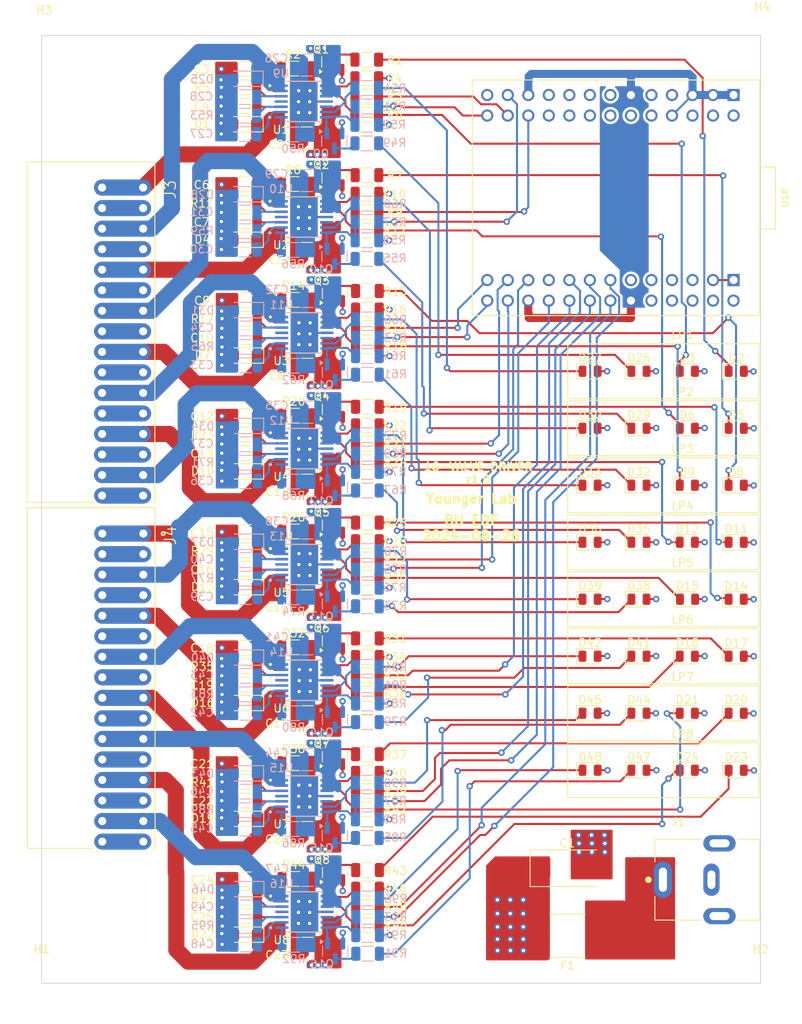
<source format=kicad_pcb>
(kicad_pcb (version 20240108) (generator "pcbnew") (generator_version "8.0")
  (layers (0 "F.Cu" signal) (1 "In1.Cu" signal) (2 "In2.Cu" signal) (31 "B.Cu" signal) (34 "B.Paste" user) (35 "F.Paste" user) (36 "B.SilkS" user "B.Silkscreen") (37 "F.SilkS" user "F.Silkscreen") (38 "B.Mask" user) (39 "F.Mask" user) (44 "Edge.Cuts" user))
  (net 0 "")
  (net 1 "+12V")
  (net 2 "GND")
  (net 3 "Net-(U1-BOOT)")
  (net 4 "Net-(U2-BOOT)")
  (net 5 "Net-(U3-BOOT)")
  (net 6 "Net-(U4-BOOT)")
  (net 7 "Net-(U5-BOOT)")
  (net 8 "Net-(U6-BOOT)")
  (net 9 "Net-(U7-BOOT)")
  (net 10 "Net-(U8-BOOT)")
  (net 11 "Net-(U1-DELAY_ADJ)")
  (net 12 "Net-(U2-DELAY_ADJ)")
  (net 13 "Net-(U3-DELAY_ADJ)")
  (net 14 "Net-(U4-DELAY_ADJ)")
  (net 15 "Net-(D17-K)")
  (net 16 "Net-(U5-DELAY_ADJ)")
  (net 17 "Net-(U6-DELAY_ADJ)")
  (net 18 "Net-(D20-K)")
  (net 19 "Net-(U7-DELAY_ADJ)")
  (net 20 "Net-(U8-DELAY_ADJ)")
  (net 21 "Net-(D23-K)")
  (net 22 "Net-(U9-DELAY_ADJ)")
  (net 23 "Net-(U10-DELAY_ADJ)")
  (net 24 "/12V_IN")
  (net 27 "Net-(U11-DELAY_ADJ)")
  (net 28 "Net-(U9-BOOT)")
  (net 29 "Net-(U10-BOOT)")
  (net 30 "Net-(U11-BOOT)")
  (net 31 "Net-(U12-BOOT)")
  (net 32 "Net-(U13-BOOT)")
  (net 33 "Net-(U14-BOOT)")
  (net 34 "Net-(U15-BOOT)")
  (net 35 "Net-(U16-BOOT)")
  (net 36 "+3.3V")
  (net 37 "Net-(D2-K)")
  (net 38 "Net-(U12-DELAY_ADJ)")
  (net 39 "Net-(D5-K)")
  (net 40 "Net-(U13-DELAY_ADJ)")
  (net 41 "Net-(D8-K)")
  (net 42 "Net-(U14-DELAY_ADJ)")
  (net 43 "Net-(D11-K)")
  (net 44 "Net-(U15-DELAY_ADJ)")
  (net 45 "Net-(D14-K)")
  (net 46 "Net-(U16-DELAY_ADJ)")
  (net 47 "Net-(D26-K)")
  (net 48 "Net-(D3-K)")
  (net 49 "Net-(D6-K)")
  (net 50 "Net-(D29-K)")
  (net 51 "Net-(D9-K)")
  (net 52 "Net-(D12-K)")
  (net 53 "Net-(D15-K)")
  (net 54 "Net-(D32-K)")
  (net 55 "Net-(D18-K)")
  (net 56 "Net-(D21-K)")
  (net 57 "Net-(D35-K)")
  (net 58 "Net-(D24-K)")
  (net 59 "Net-(D27-K)")
  (net 60 "Net-(D38-K)")
  (net 61 "Net-(D30-K)")
  (net 62 "Net-(D33-K)")
  (net 63 "Net-(D41-K)")
  (net 64 "Net-(D36-K)")
  (net 65 "Net-(D39-K)")
  (net 66 "Net-(D44-K)")
  (net 67 "Net-(D42-K)")
  (net 68 "Net-(D45-K)")
  (net 69 "Net-(D47-K)")
  (net 70 "Net-(D48-K)")
  (net 81 "Net-(U18-VBUS)")
  (net 86 "/SpikeAndHoldDriverAndLEDs-1/DriveOut")
  (net 87 "/SpikeAndHoldDriverAndLEDs-2/DriveOut")
  (net 88 "/SpikeAndHoldDriverAndLEDs-3/DriveOut")
  (net 89 "/SpikeAndHoldDriverAndLEDs-4/DriveOut")
  (net 90 "/SpikeAndHoldDriverAndLEDs-5/DriveOut")
  (net 91 "/SpikeAndHoldDriverAndLEDs-6/DriveOut")
  (net 92 "/SpikeAndHoldDriverAndLEDs-7/DriveOut")
  (net 93 "/SpikeAndHoldDriverAndLEDs-8/DriveOut")
  (net 94 "/SpikeAndHoldDriverAndLEDs-9/DriveOut")
  (net 95 "/SpikeAndHoldDriverAndLEDs-10/DriveOut")
  (net 96 "/SpikeAndHoldDriverAndLEDs-11/DriveOut")
  (net 97 "/SpikeAndHoldDriverAndLEDs-12/DriveOut")
  (net 98 "/SpikeAndHoldDriverAndLEDs-13/DriveOut")
  (net 99 "/SpikeAndHoldDriverAndLEDs-14/DriveOut")
  (net 100 "/SpikeAndHoldDriverAndLEDs-15/DriveOut")
  (net 101 "/SpikeAndHoldDriverAndLEDs-16/DriveOut")
  (net 102 "Net-(Q1-G)")
  (net 103 "Net-(Q2-G)")
  (net 104 "Net-(Q3-G)")
  (net 105 "Net-(Q4-G)")
  (net 106 "Net-(Q5-G)")
  (net 107 "Net-(Q6-G)")
  (net 108 "Net-(Q7-G)")
  (net 109 "Net-(Q8-G)")
  (net 110 "Net-(Q9-G)")
  (net 111 "Net-(Q10-G)")
  (net 112 "Net-(Q11-G)")
  (net 113 "Net-(Q12-G)")
  (net 114 "Net-(Q13-G)")
  (net 115 "Net-(Q14-G)")
  (net 116 "Net-(Q15-G)")
  (net 117 "Net-(Q16-G)")
  (net 118 "/SpikeAndHoldDriverAndLEDs-1/TTLInput")
  (net 119 "/SpikeAndHoldDriverAndLEDs-2/TTLInput")
  (net 120 "/SpikeAndHoldDriverAndLEDs-3/TTLInput")
  (net 121 "/SpikeAndHoldDriverAndLEDs-4/TTLInput")
  (net 122 "/SpikeAndHoldDriverAndLEDs-5/TTLInput")
  (net 123 "/SpikeAndHoldDriverAndLEDs-6/TTLInput")
  (net 124 "/SpikeAndHoldDriverAndLEDs-7/TTLInput")
  (net 125 "/SpikeAndHoldDriverAndLEDs-8/TTLInput")
  (net 126 "/SpikeAndHoldDriverAndLEDs-9/TTLInput")
  (net 127 "/SpikeAndHoldDriverAndLEDs-10/TTLInput")
  (net 128 "/SpikeAndHoldDriverAndLEDs-11/TTLInput")
  (net 129 "/SpikeAndHoldDriverAndLEDs-12/TTLInput")
  (net 130 "/SpikeAndHoldDriverAndLEDs-13/TTLInput")
  (net 131 "/SpikeAndHoldDriverAndLEDs-14/TTLInput")
  (net 132 "/SpikeAndHoldDriverAndLEDs-15/TTLInput")
  (net 133 "/SpikeAndHoldDriverAndLEDs-16/TTLInput")
  (net 164 "Net-(Q1-D)")
  (net 165 "Net-(Q2-D)")
  (net 166 "Net-(Q3-D)")
  (net 167 "Net-(Q4-D)")
  (net 168 "Net-(Q5-D)")
  (net 169 "Net-(Q6-D)")
  (net 170 "Net-(Q7-D)")
  (net 171 "Net-(Q8-D)")
  (net 172 "Net-(Q9-D)")
  (net 173 "Net-(Q10-D)")
  (net 174 "Net-(Q11-D)")
  (net 175 "Net-(Q12-D)")
  (net 176 "Net-(Q13-D)")
  (net 177 "Net-(Q14-D)")
  (net 178 "Net-(Q15-D)")
  (net 179 "Net-(Q16-D)")
  (net 180 "Net-(U1-DUTY_CYCLE_ADJ)")
  (net 181 "Net-(U1-OSC_FREQ_ADJ)")
  (net 182 "Net-(U1-STATUS_OK_FLAG)")
  (net 183 "Net-(U2-DUTY_CYCLE_ADJ)")
  (net 184 "Net-(U2-OSC_FREQ_ADJ)")
  (net 185 "Net-(U2-STATUS_OK_FLAG)")
  (net 186 "Net-(U3-DUTY_CYCLE_ADJ)")
  (net 187 "Net-(U3-OSC_FREQ_ADJ)")
  (net 188 "Net-(U3-STATUS_OK_FLAG)")
  (net 189 "Net-(U4-DUTY_CYCLE_ADJ)")
  (net 190 "Net-(U4-OSC_FREQ_ADJ)")
  (net 191 "Net-(U4-STATUS_OK_FLAG)")
  (net 192 "Net-(U5-DUTY_CYCLE_ADJ)")
  (net 193 "Net-(U5-OSC_FREQ_ADJ)")
  (net 194 "Net-(U5-STATUS_OK_FLAG)")
  (net 195 "Net-(U6-DUTY_CYCLE_ADJ)")
  (net 196 "Net-(U6-OSC_FREQ_ADJ)")
  (net 197 "Net-(U6-STATUS_OK_FLAG)")
  (net 198 "Net-(U7-DUTY_CYCLE_ADJ)")
  (net 199 "Net-(U7-OSC_FREQ_ADJ)")
  (net 200 "Net-(U7-STATUS_OK_FLAG)")
  (net 201 "Net-(U8-DUTY_CYCLE_ADJ)")
  (net 202 "Net-(U8-OSC_FREQ_ADJ)")
  (net 203 "Net-(U8-STATUS_OK_FLAG)")
  (net 204 "Net-(U9-DUTY_CYCLE_ADJ)")
  (net 205 "Net-(U9-OSC_FREQ_ADJ)")
  (net 206 "Net-(U9-STATUS_OK_FLAG)")
  (net 207 "Net-(U10-DUTY_CYCLE_ADJ)")
  (net 208 "Net-(U10-OSC_FREQ_ADJ)")
  (net 209 "Net-(U10-STATUS_OK_FLAG)")
  (net 210 "Net-(U11-DUTY_CYCLE_ADJ)")
  (net 211 "Net-(U11-OSC_FREQ_ADJ)")
  (net 212 "Net-(U11-STATUS_OK_FLAG)")
  (net 213 "Net-(U12-DUTY_CYCLE_ADJ)")
  (net 214 "Net-(U12-OSC_FREQ_ADJ)")
  (net 215 "Net-(U12-STATUS_OK_FLAG)")
  (net 216 "Net-(U13-DUTY_CYCLE_ADJ)")
  (net 217 "Net-(U13-OSC_FREQ_ADJ)")
  (net 218 "Net-(U13-STATUS_OK_FLAG)")
  (net 219 "Net-(U14-DUTY_CYCLE_ADJ)")
  (net 220 "Net-(U14-OSC_FREQ_ADJ)")
  (net 221 "Net-(U14-STATUS_OK_FLAG)")
  (net 222 "Net-(U15-DUTY_CYCLE_ADJ)")
  (net 223 "Net-(U15-OSC_FREQ_ADJ)")
  (net 224 "Net-(U15-STATUS_OK_FLAG)")
  (net 225 "Net-(U16-DUTY_CYCLE_ADJ)")
  (net 226 "Net-(U16-OSC_FREQ_ADJ)")
  (net 227 "Net-(U16-STATUS_OK_FLAG)")
  (footprint "Resistor_SMD:R_1206_3216Metric" (layer "F.Cu") (at 119.299003 91.183927)
    (property "Reference" "R23")
    (property "Value" "191k")
  )
  (footprint "Capacitor_SMD:C_1206_3216Metric" (layer "F.Cu") (at 119.232502 45.964999)
    (property "Reference" "C3")
    (property "Value" "0.18uF")
  )
  (footprint "Resistor_SMD:R_1206_3216Metric" (layer "F.Cu") (at 134.386303 75.729913 180)
    (property "Reference" "R16")
    (property "Value" "4k7")
  )
  (footprint "Capacitor_SMD:C_1210_3225Metric" (layer "F.Cu") (at 126.962502 154.741783 180)
    (property "Reference" "C23")
    (property "Value" "10uF")
  )
  (footprint "LED_SMD:LED_0805_2012Metric" (layer "F.Cu") (at 161.940981 97.457731)
    (property "Reference" "D33")
    (property "Value" "LED")
  )
  (footprint "Capacitor_SMD:C_1206_3216Metric" (layer "F.Cu") (at 119.232502 50.534999)
    (property "Reference" "C4")
    (property "Value" "470pF")
  )
  (footprint "Capacitor_SMD:C_1206_3216Metric" (layer "F.Cu") (at 119.307502 107.799641)
    (property "Reference" "C16")
    (property "Value" "470pF")
  )
  (footprint "LED_SMD:LED_0805_2012Metric" (layer "F.Cu") (at 167.990981 111.557731)
    (property "Reference" "D38")
    (property "Value" "LED Green")
  )
  (footprint "MountingHole:MountingHole_3.2mm_M3" (layer "F.Cu") (at 94.075 41.835)
    (property "Reference" "H3")
    (property "Value" "MountingHole")
  )
  (footprint "Resistor_SMD:R_1206_3216Metric" (layer "F.Cu") (at 134.309003 49.374999 180)
    (property "Reference" "R3")
    (property "Value" "49R9")
  )
  (footprint "LED_SMD:LED_0805_2012Metric" (layer "F.Cu") (at 161.940981 118.607731)
    (property "Reference" "D42")
    (property "Value" "LED")
  )
  (footprint "LED_SMD:LED_0805_2012Metric" (layer "F.Cu") (at 167.990981 90.407731)
    (property "Reference" "D29")
    (property "Value" "LED Green")
  )
  (footprint "footprint:IC_TPS27S100BPWPR" (layer "F.Cu") (at 126.586503 78.608213)
    (property "Reference" "U3")
    (property "Value" "DRV104PWP")
  )
  (footprint "LED_SMD:LED_0805_2012Metric" (layer "F.Cu") (at 161.940981 111.557731)
    (property "Reference" "D39")
    (property "Value" "LED")
  )
  (footprint "Resistor_SMD:R_1206_3216Metric" (layer "F.Cu") (at 134.334003 63.662499 180)
    (property "Reference" "R9")
    (property "Value" "49R9")
  )
  (footprint "Diode_SMD:Nexperia_CFP3_SOD-123W" (layer "F.Cu") (at 119.295002 110.069641 180)
    (property "Reference" "D13")
    (property "Value" "PMEG10010ELRX")
  )
  (footprint "Resistor_SMD:R_1206_3216Metric" (layer "F.Cu") (at 134.386303 133.032769 180)
    (property "Reference" "R40")
    (property "Value" "4k7")
  )
  (footprint "footprint:IC_TPS27S100BPWPR" (layer "F.Cu") (at 126.606503 150.236783)
    (property "Reference" "U8")
    (property "Value" "DRV104PWP")
  )
  (footprint "Capacitor_SMD:C_1206_3216Metric" (layer "F.Cu") (at 119.307502 93.473927)
    (property "Reference" "C13")
    (property "Value" "470pF")
  )
  (footprint "Capacitor_SMD:C_1206_3216Metric" (layer "F.Cu") (at 119.257502 60.252499)
    (property "Reference" "C6")
    (property "Value" "0.18uF")
  )
  (footprint "Resistor_SMD:R_1206_3216Metric" (layer "F.Cu") (at 119.249003 62.532499)
    (property "Reference" "R11")
    (property "Value" "191k")
  )
  (footprint "LED_SMD:LED_0805_2012Metric" (layer "F.Cu") (at 180.025 90.41)
    (property "Reference" "D5")
    (property "Value" "LED Green")
  )
  (footprint "Resistor_SMD:R_1206_3216Metric" (layer "F.Cu") (at 134.387502 130.731069 180)
    (property "Reference" "R37")
    (property "Value" "4k7")
  )
  (footprint "LED_SMD:LED_0805_2012Metric" (layer "F.Cu") (at 167.990981 118.607731)
    (property "Reference" "D41")
    (property "Value" "LED Green")
  )
  (footprint "Capacitor_SMD:C_1206_3216Metric" (layer "F.Cu") (at 119.307502 117.555355)
    (property "Reference" "C18")
    (property "Value" "0.18uF")
  )
  (footprint "Diode_SMD:Nexperia_CFP3_SOD-123W" (layer "F.Cu") (at 119.315002 153.046783 180)
    (property "Reference" "D22")
    (property "Value" "PMEG10010ELRX")
  )
  (footprint "footprint:Lightpipe_LPF-C014301S" (layer "F.Cu") (at 182.68 104.51 -90)
    (property "Reference" "LP4")
    (property "Value" "LPF-C014301S")
  )
  (footprint "Diode_SMD:Nexperia_CFP3_SOD-123W" (layer "F.Cu") (at 119.295002 81.418213 180)
    (property "Reference" "D7")
    (property "Value" "PMEG10010ELRX")
  )
  (footprint "Resistor_SMD:R_1206_3216Metric" (layer "F.Cu") (at 119.299003 119.835355)
    (property "Reference" "R35")
    (property "Value" "191k")
  )
  (footprint "Capacitor_SMD:C_1206_3216Metric" (layer "F.Cu") (at 119.307502 122.125355)
    (property "Reference" "C19")
    (property "Value" "470pF")
  )
  (footprint "Capacitor_Tantalum_SMD:CP_EIA-7343-43_Kemet-X_Pad2.25x2.55mm_HandSolder" (layer "F.Cu") (at 159.106489 144.83793)
    (property "Reference" "C1")
    (property "Value" "47uF")
  )
  (footprint "LED_SMD:LED_0805_2012Metric" (layer "F.Cu") (at 180.025 104.51)
    (property "Reference" "D11")
    (property "Value" "LED Green")
  )
  (footprint "Diode_SMD:Nexperia_CFP3_SOD-123W" (layer "F.Cu") (at 119.295002 95.743927 180)
    (property "Reference" "D10")
    (property "Value" "PMEG10010ELRX")
  )
  (footprint "Capacitor_SMD:C_1210_3225Metric" (layer "F.Cu") (at 126.942502 97.438927 180)
    (property "Reference" "C11")
    (property "Value" "10uF")
  )
  (footprint "LED_SMD:LED_0805_2012Metric" (layer "F.Cu") (at 167.990981 83.357731)
    (property "Reference" "D26")
    (property "Value" "LED Green")
  )
  (footprint "Diode_SMD:Nexperia_CFP3_SOD-123W" (layer "F.Cu") (at 119.245002 67.092499 180)
    (property "Reference" "D4")
    (property "Value" "PMEG10010ELRX")
  )
  (footprint "Resistor_SMD:R_1206_3216Metric" (layer "F.Cu") (at 134.387502 87.753927 180)
    (property "Reference" "R19")
    (property "Value" "4k7")
  )
  (footprint "LED_SMD:LED_0805_2012Metric" (layer "F.Cu") (at 173.975 132.71)
    (property "Reference" "D24")
    (property "Value" "LED")
  )
  (footprint "footprint:CUI_TBL009-254-16GY-2GY" (layer "F.Cu") (at 106.637502 60.639998 -90)
    (property "Reference" "J3")
    (property "Value" "TBL009-254-16GY-2GY")
  )
  (footprint "Resistor_SMD:R_1206_3216Metric" (layer "F.Cu") (at 134.386303 104.381341 180)
    (property "Reference" "R28")
    (property "Value" "4k7")
  )
  (footprint "Package_TO_SOT_SMD:SOT-23" (layer "F.Cu") (at 130.367502 116.715355 90)
    (property "Reference" "Q6")
    (property "Value" "2N7002E")
  )
  (footprint "Resistor_SMD:R_1206_3216Metric" (layer "F.Cu") (at 134.387502 151.896783 180)
    (property "Reference" "R48")
    (property "Value" "4k7")
  )
  (footprint "Resistor_SMD:R_1206_3216Metric" (layer "F.Cu") (at 134.384003 120.965355 180)
    (property "Reference" "R33")
    (property "Value" "49R9")
  )
  (footprint "Package_TO_SOT_SMD:SOT-23" (layer "F.Cu") (at 130.317502 59.412499 90)
    (property "Reference" "Q2")
    (property "Value" "2N7002E")
  )
  (footprint "Capacitor_SMD:C_1206_3216Metric" (layer "F.Cu") (at 119.307502 88.903927)
    (property "Reference" "C12")
    (property "Value" "0.18uF")
  )
  (footprint "Resistor_SMD:R_1206_3216Metric" (layer "F.Cu") (at 134.404003 149.616783 180)
    (property "Reference" "R45")
    (property "Value" "49R9")
  )
  (footprint "LED_SMD:LED_0805_2012Metric" (layer "F.Cu") (at 180.025 132.71)
    (property "Reference" "D23")
    (property "Value" "LED Green")
  )
  (footprint "Capacitor_SMD:C_1206_3216Metric" (layer "F.Cu") (at 119.257502 64.822499)
    (property "Reference" "C7")
    (property "Value" "470pF")
  )
  (footprint "Resistor_SMD:R_1206_3216Metric" (layer "F.Cu") (at 134.311303 47.116699 180)
    (property "Reference" "R4")
    (property "Value" "4k7")
  )
  (footprint "footprint:Lightpipe_LPF-C014301S" (layer "F.Cu") (at 182.679997 125.660001 -90)
    (property "Reference" "LP7")
    (property "Value" "LPF-C014301S")
  )
  (footprint "LED_SMD:LED_0805_2012Metric" (layer "F.Cu") (at 167.990981 132.707731)
    (property "Reference" "D47")
    (property "Value" "LED Green")
  )
  (footprint "LED_SMD:LED_0805_2012Metric" (layer "F.Cu") (at 161.940981 83.357731)
    (property "Reference" "D27")
    (property "Value" "LED")
  )
  (footprint "Resistor_SMD:R_1206_3216Metric" (layer "F.Cu") (at 134.406303 147.358483 180)
    (property "Reference" "R46")
    (property "Value" "4k7")
  )
  (footprint "Diode_SMD:Nexperia_CFP3_SOD-123W" (layer "F.Cu") (at 119.295002 124.395355 180)
    (property "Reference" "D16")
    (property "Value" "PMEG10010ELRX")
  )
  (footprint "footprint:Lightpipe_LPF-C014301S" (layer "F.Cu") (at 182.679998 111.559998 -90)
    (property "Reference" "LP5")
    (property "Value" "LPF-C014301S")
  )
  (footprint "Resistor_SMD:R_1206_3216Metric" (layer "F.Cu") (at 125.257502 74.528213 180)
    (property "Reference" "R14")
    (property "Value" "162k")
  )
  (footprint "Capacitor_SMD:C_1210_3225Metric" (layer "F.Cu") (at 126.942502 111.764641 180)
    (property "Reference" "C14")
    (property "Value" "10uF")
  )
  (footprint "Capacitor_SMD:C_1210_3225Metric" (layer "F.Cu") (at 126.942502 126.090355 180)
    (property "Reference" "C17")
    (property "Value" "10uF")
  )
  (footprint "Fuse:Fuse_2920_7451Metric" (layer "F.Cu") (at 159.15 153.185 180)
    (property "Reference" "F1")
    (property "Value" "0ZCF0125FF2C")
  )
  (footprint "footprint:CUI_PJ-063AH" (layer "F.Cu") (at 170.955086 146.253591)
    (property "Reference" "J1")
    (property "Value" "PJ-063AH")
  )
  (footprint "Resistor_SMD:R_1206_3216Metric" (layer "F.Cu") (at 119.299003 105.509641)
    (property "Reference" "R29")
    (property "Value" "191k")
  )
  (footprint "Resistor_SMD:R_1206_3216Metric" (layer "F.Cu") (at 134.367502 108.919641 180)
    (property "Reference" "R30")
    (property "Value" "4k7")
  )
  (footprint "Resistor_SMD:R_1206_3216Metric" (layer "F.Cu") (at 134.384003 135.291069 180)
    (property "Reference" "R39")
    (property "Value" "49R9")
  )
  (footprint "LED_SMD:LED_0805_2012Metric" (layer "F.Cu") (at 161.940981 125.657731)
    (property "Reference" "D45")
    (property "Value" "LED")
  )
  (footprint "Capacitor_SMD:C_1210_3225Metric" (layer "F.Cu") (at 126.867502 54.499999 180)
    (property "Reference" "C2")
    (property "Value" "10uF")
  )
  (footprint "Package_TO_SOT_SMD:SOT-23" (layer "F.Cu") (at 130.367502 131.041069 90)
    (property "Reference" "Q7")
    (property "Value" "2N7002E")
  )
  (footprint "footprint:IC_TPS27S100BPWPR" (layer "F.Cu") (at 126.511503 49.994999)
    (property "Reference" "U1")
    (property "Value" "DRV104PWP")
  )
  (footprint "footprint:IC_TPS27S100BPWPR" (layer "F.Cu") (at 126.536503 64.282499)
    (property "Reference" "U2")
    (property "Value" "DRV104PWP")
  )
  (footprint "Resistor_SMD:R_1206_3216Metric" (layer "F.Cu") (at 134.312502 44.814999 180)
    (property "Reference" "R1")
    (property "Value" "4k7")
  )
  (footprint "Capacitor_SMD:C_1206_3216Metric" (layer "F.Cu") (at 119.327502 146.206783)
    (property "Reference" "C24")
    (property "Value" "0.18uF")
  )
  (footprint "LED_SMD:LED_0805_2012Metric" (layer "F.Cu") (at 173.975 83.36)
    (property "Reference" "D3")
    (property "Value" "LED")
  )
  (footprint "Resistor_SMD:R_1206_3216Metric" (layer "F.Cu") (at 125.207502 60.202499 180)
    (property "Reference" "R8")
    (property "Value" "162k")
  )
  (footprint "Resistor_SMD:R_1206_3216Metric" (layer "F.Cu") (at 134.386303 118.707055 180)
    (property "Reference" "R34")
    (property "Value" "4k7")
  )
  (footprint "MountingHole:MountingHole_3.2mm_M3" (layer "F.Cu") (at 94.075 159.06)
    (property "Reference" "H1")
    (property "Value" "MountingHole")
  )
  (footprint "Resistor_SMD:R_1206_3216Metric" (layer "F.Cu") (at 125.277502 146.156783 180)
    (property "Reference" "R44")
    (property "Value" "162k")
  )
  (footprint "LED_SMD:LED_0805_2012Metric" (layer "F.Cu") (at 167.990981 125.657731)
    (property "Reference" "D44")
    (property "Value" "LED Green")
  )
  (footprint "Capacitor_SMD:C_1206_3216Metric" (layer "F.Cu") (at 119.327502 150.776783)
    (property "Reference" "C25")
    (property "Value" "470pF")
  )
  (footprint "Resistor_SMD:R_1206_3216Metric" (layer "F.Cu") (at 125.257502 131.831069 180)
    (property "Reference" "R38")
    (property "Value" "162k")
  )
  (footprint "Package_TO_SOT_SMD:SOT-23" (layer "F.Cu") (at 130.367502 88.063927 90)
    (property "Reference" "Q4")
    (property "Value" "2N7002E")
  )
  (footprint "LED_SMD:LED_0805_2012Metric" (layer "F.Cu") (at 173.975 97.46)
    (property "Reference" "D9")
    (property "Value" "LED")
  )
  (footprint "LED_SMD:LED_0805_2012Metric" (layer "F.Cu") (at 180.025 125.66)
    (property "Reference" "D20")
    (property "Value" "LED Green")
  )
  (footprint "footprint:CUI_TBL009-254-16GY-2GY" (layer "F.Cu") (at 106.662502 103.439998 -90)
    (property "Reference" "J4")
    (property "Value" "TBL009-254-16GY-2GY")
  )
  (footprint "Resistor_SMD:R_1206_3216Metric" (layer "F.Cu") (at 134.407502 145.056783 180)
    (property "Reference" "R43")
    (property "Value" "4k7")
  )
  (footprint "LED_SMD:LED_0805_2012Metric" (layer "F.Cu") (at 161.940981 90.407731)
    (property "Reference" "D30")
    (property "Value" "LED")
  )
  (footprint "Package_TO_SOT_SMD:SOT-23" (layer "F.Cu") (at 130.367502 73.738213 90)
    (property "Reference" "Q3")
    (property "Value" "2N7002E")
  )
  (footprint "Package_TO_SOT_SMD:SOT-23" (layer "F.Cu") (at 130.292502 45.124999 90)
    (property "Reference" "Q1")
    (property "Value" "2N7002E")
  )
  (footprint "Resistor_SMD:R_1206_3216Metric" (layer "F.Cu") (at 119.319003 148.486783)
    (property "Reference" "R47")
    (property "Value" "191k")
  )
  (footprint "footprint:IC_TPS27S100BPWPR" (layer "F.Cu") (at 126.586503 107.259641)
    (property "Reference" "U5")
    (property "Value" "DRV104PWP")
  )
  (footprint "MountingHole:MountingHole_3.2mm_M3" (layer "F.Cu") (at 183.025 159.06)
    (property "Reference" "H2")
    (property "Value" "MountingHole")
  )
  (footprint "Resistor_SMD:R_1206_3216Metric" (layer "F.Cu") (at 134.384003 77.988213 180)
    (property "Reference" "R15")
    (property "Value" "49R9")
  )
  (footprint "footprint:FT4232H_MINI_MODULE" (layer "F.Cu") (at 163.187064 61.903987 -90)
    (property "Reference" "U18")
    (property "Value" "FT4232H MINI MODULE")
  )
  (footprint "Resistor_SMD:R_1206_3216Metric" (layer "F.Cu") (at 134.336303 61.404199 180)
    (property "Reference" "R10")
    (property "Value" "4k7")
  )
  (footprint "Capacitor_SMD:C_1210_3225Metric" (layer "F.Cu") (at 126.942502 140.416069 180)
    (property "Reference" "C20")
    (property "Value" "10uF")
  )
  (footprint "footprint:Lightpipe_LPF-C014301S" (layer "F.Cu") (at 182.68 132.71 -90)
    (property "Reference" "LP8")
    (property "Value" "LPF-C014301S")
  )
  (footprint "Diode_SMD:Nexperia_CFP3_SOD-123W" (layer "F.Cu") (at 119.295002 138.721069 180)
    (property "Reference" "D19")
    (property "Value" "PMEG10010ELRX")
  )
  (footprint "Resistor_SMD:R_1206_3216Metric" (layer "F.Cu") (at 134.292502 51.654999 180)
    (property "Reference" "R6")
    (property "Value" "4k7")
  )
  (footprint "LED_SMD:LED_0805_2012Metric" (layer "F.Cu") (at 173.975 118.61)
    (property "Reference" "D18")
    (property "Value" "LED")
  )
  (footprint "Resistor_SMD:R_1206_3216Metric" (layer "F.Cu") (at 134.337502 59.102499 180)
    (property "Reference" "R7")
    (property "Value" "4k7")
  )
  (footprint "LED_SMD:LED_0805_2012Metric" (layer "F.Cu") (at 174 111.56)
    (property "Reference" "D15")
    (property "Value" "LED")
  )
  (footprint "Capacitor_SMD:C_1210_3225Metric" (layer "F.Cu") (at 126.892502 68.787499 180)
    (property "Reference" "C5")
    (property "Value" "10uF")
  )
  (footprint "footprint:IC_TPS27S100BPWPR" (layer "F.Cu") (at 126.586503 92.933927)
    (property "Reference" "U4")
    (property "Value" "DRV104PWP")
  )
  (footprint "Resistor_SMD:R_1206_3216Metric" (layer "F.Cu") (at 134.367502 80.268213 180)
    (property "Reference" "R18")
    (property "Value" "4k7")
  )
  (footprint "Package_TO_SOT_SMD:SOT-23" (layer "F.Cu") (at 130.387502 145.366783 90)
    (property "Reference" "Q8")
    (property "Value" "2N7002E")
  )
  (footprint "Resistor_SMD:R_1206_3216Metric" (layer "F.Cu") (at 134.367502 94.593927 180)
    (property "Reference" "R24")
    (property "Value" "4k7")
  )
  (footprint "Diode_SMD:Nexperia_CFP3_SOD-123W" (layer "F.Cu") (at 119.220002 52.804999 180)
    (property "Reference" "D1")
    (property "Value" "PMEG10010ELRX")
  )
  (footprint "Resistor_SMD:R_1206_3216Metric" (layer "F.Cu") (at 134.387502 73.428213 180)
    (property "Reference" "R13")
    (property "Value" "4k7")
  )
  (footprint "Resistor_SMD:R_1206_3216Metric" (layer "F.Cu") (at 134.384003 106.639641 180)
    (property "Reference" "R27")
    (property "Value" "49R9")
  )
  (footprint "LED_SMD:LED_0805_2012Metric" (layer "F.Cu") (at 180.025 83.36)
    (property "Reference" "D2")
    (property "Value" "LED Green")
  )
  (footprint "Resistor_SMD:R_1206_3216Metric" (layer "F.Cu") (at 134.384003 92.313927 180)
    (property "Reference" "R21")
    (property "Value" "49R9")
  )
  (footprint "LED_SMD:LED_0805_2012Metric" (layer "F.Cu") (at 180.025 111.56)
    (property "Reference" "D14")
    (property "Value" "LED Green")
  )
  (footprint "Resistor_SMD:R_1206_3216Metric" (layer "F.Cu") (at 134.367502 137.571069 180)
    (property "Reference" "R42")
    (property "Value" "4k7")
  )
  (footprint "LED_SMD:LED_0805_2012Metric" (layer "F.Cu") (at 173.975 125.66)
    (property "Reference" "D21")
    (property "Value" "LED")
  )
  (footprint "Resistor_SMD:R_1206_3216Metric" (layer "F.Cu") (at 134.317502 65.942499 180)
    (property "Reference" "R12")
    (property "Value" "4k7")
  )
  (footprint "Resistor_SMD:R_1206_3216Metric" (layer "F.Cu") (at 134.387502 116.405355 180)
    (property "Reference" "R31")
    (property "Value" "4k7")
  )
  (footprint "Package_TO_SOT_SMD:SOT-23" (layer "F.Cu") (at 130.367502 102.389641 90)
    (property "Reference" "Q5")
    (property "Value" "2N7002E")
  )
  (footprint "LED_SMD:LED_0805_2012Metric" (layer "F.Cu") (at 161.94433 132.708222)
    (property "Reference" "D48")
    (property "Value" "LED")
  )
  (footprint "footprint:Lightpipe_LPF-C014301S" (layer "F.Cu") (at 182.679997 90.410002 -90)
    (property "Reference" "LP2")
    (property "Value" "LPF-C014301S")
  )
  (footprint "MountingHole:MountingHole_3.2mm_M3" (layer "F.Cu") (at 183.025 41.835)
    (property "Reference" "H4")
    (property "Value" "MountingHole")
  )
  (footprint "Resistor_SMD:R_1206_3216Metric" (layer "F.Cu") (at 125.257502 88.853927 180)
    (property "Reference" "R20")
    (property "Value" "162k")
  )
  (footprint "Resistor_SMD:R_1206_3216Metric" (layer "F.Cu") (at 125.257502 117.505355 180)
    (property "Reference" "R32")
    (property "Value" "162k")
  )
  (footprint "footprint:Lightpipe_LPF-C014301S" (layer "F.Cu") (at 182.68 118.610002 -90)
    (property "Reference" "LP6")
    (property "Value" "LPF-C014301S")
  )
  (footprint "Capacitor_SMD:C_1206_3216Metric" (layer "F.Cu") (at 119.307502 74.578213)
    (property "Reference" "C9")
    (property "Value" "0.18uF")
  )
  (footprint "Resistor_SMD:R_1206_3216Metric" (layer "F.Cu") (at 125.182502 45.914999 180)
    (property "Reference" "R2")
    (property "Value" "162k")
  )
  (footprint "Capacitor_SMD:C_1206_3216Metric" (layer "F.Cu") (at 119.307502 136.451069)
    (property "Reference" "C22")
    (property "Value" "470pF")
  )
  (footprint "Resistor_SMD:R_1206_3216Metric" (layer "F.Cu") (at 119.224003 48.244999)
    (property "Reference" "R5")
    (property "Value" "191k")
  )
  (footprint "footprint:Lightpipe_LPF-C014301S" (layer "F.Cu") (at 182.679997 83.359998 -90)
    (property "Reference" "LP1")
    (property "Value" "LPF-C014301S")
  )
  (footprint "LED_SMD:LED_0805_2012Metric" (layer "F.Cu") (at 180.025 97.46)
    (property "Reference" "D8")
    (property "Value" "LED Green")
  )
  (footprint "LED_SMD:LED_0805_2012Metric" (layer "F.Cu") (at 167.990981 97.457731)
    (property "Reference" "D32")
    (property "Value" "LED Green")
  )
  (footprint "Capacitor_SMD:C_1206_3216Metric" (layer "F.Cu") (at 119.307502 131.881069)
    (property "Reference" "C21")
    (property "Value" "0.18uF")
  )
  (footprint "Resistor_SMD:R_1206_3216Metric" (layer "F.Cu") (at 125.257502 103.179641 180)
    (property "Reference" "R26")
    (property "Value" "162k")
  )
  (footprint "LED_SMD:LED_0805_2012Metric" (layer "F.Cu") (at 161.940981 104.507731)
    (property "Reference" "D36")
    (property "Value" "LED")
  )
  (footprint "LED_SMD:LED_0805_2012Metric" (layer "F.Cu") (at 173.975 104.51)
    (property "Reference" "D12")
    (property "Value" "LED")
  )
  (footprint "Resistor_SMD:R_1206_3216Metric" (layer "F.Cu") (at 119.299003 76.858213)
    (property "Reference" "R17")
    (property "Value" "191k")
  )
  (footprint "footprint:IC_TPS27S100BPWPR" (layer "F.Cu") (at 126.586503 121.585355)
    (property "Reference" "U6")
    (property "Value" "DRV104PWP")
  )
  (footprint "Resistor_SMD:R_1206_3216Metric" (layer "F.Cu") (at 134.386303 90.055627 180)
    (property "Reference" "R22")
    (property "Value" "4k7")
  )
  (footprint "Resistor_SMD:R_1206_3216Metric" (layer "F.Cu") (at 134.367502 123.245355 180)
    (property "Reference" "R36")
    (property "Value" "4k7")
  )
  (footprint "Capacitor_SMD:C_1206_3216Metric" (layer "F.Cu") (at 119.307502 79.148213)
    (property "Reference" "C10")
    (property "Value" "470pF")
  )
  (footprint "Capacitor_SMD:C_1206_3216Metric" (layer "F.Cu") (at 119.307502 103.229641)
    (property "Reference" "C15")
    (property "Value" "0.18uF")
  )
  (footprint "footprint:IC_TPS27S100BPWPR" (layer "F.Cu") (at 126.586503 135.911069)
    (property "Reference" "U7")
    (property "Value" "DRV104PWP")
  )
  (footprint "LED_SMD:LED_0805_2012Metric" (layer "F.Cu") (at 167.990981 104.507731)
    (property "Reference" "D35")
    (property "Value" "LED Green")
  )
  (footprint "Resistor_SMD:R_1206_3216Metric" (layer "F.Cu") (at 119.299003 134.161069)
    (property "Reference" "R41")
    (property "Value" "191k")
  )
  (footprint "footprint:Lightpipe_LPF-C014301S" (layer "F.Cu") (at 182.68 97.46 -90)
    (property "Reference" "LP3")
    (property "Value" "LPF-C014301S")
  )
  (footprint "Resistor_SMD:R_1206_3216Metric" (layer "F.Cu") (at 134.387502 102.079641 180)
    (property "Reference" "R25")
    (property "Value" "4k7")
  )
  (footprint "LED_SMD:LED_0805_2012Metric" (layer "F.Cu") (at 180.025 118.61)
    (property "Reference" "D17")
    (property "Value" "LED Green")
  )
  (footprint "Capacitor_SMD:C_1210_3225Metric" (layer "F.Cu") (at 126.942502 83.113213 180)
    (property "Reference" "C8")
    (property "Value" "10uF")
  )
  (footprint "LED_SMD:LED_0805_2012Metric" (layer "F.Cu") (at 173.975 90.41)
    (property "Reference" "D6")
    (property "Value" "LED")
  )
  (footprint "Resistor_SMD:R_1206_3216Metric" (layer "B.Cu") (at 134.367502 105.594999 180)
    (property "Reference" "R78")
    (property "Value" "4k7")
  )
  (footprint "Resistor_SMD:R_1206_3216Metric" (layer "B.Cu") (at 134.337502 69.459999 180)
    (property "Reference" "R55")
    (property "Value" "4k7")
  )
  (footprint "Resistor_SMD:R_1206_3216Metric" (layer "B.Cu") (at 134.387502 98.109999 180)
    (property "Reference" "R67")
    (property "Value" "4k7")
  )
  (footprint "Package_TO_SOT_SMD:SOT-23" (layer "B.Cu") (at 130.292502 54.862499 -90)
    (property "Reference" "Q9")
    (property "Value" "2N7002E")
  )
  (footprint "Resistor_SMD:R_1206_3216Metric" (layer "B.Cu") (at 134.317502 62.619999 180)
    (property "Reference" "R60")
    (property "Value" "4k7")
  )
  (footprint "Capacitor_SMD:C_1210_3225Metric" (layer "B.Cu") (at 126.942502 102.749999 180)
    (property "Reference" "C38")
    (property "Value" "10uF")
  )
  (footprint "Capacitor_SMD:C_1210_3225Metric" (layer "B.Cu") (at 126.942502 74.099999 180)
    (property "Reference" "C32")
    (property "Value" "10uF")
  )
  (footprint "Capacitor_SMD:C_1206_3216Metric" (layer "B.Cu") (at 119.232502 54.022499)
    (property "Reference" "C27")
    (property "Value" "0.18uF")
  )
  (footprint "Package_TO_SOT_SMD:SOT-23" (layer "B.Cu") (at 130.398501 155.094999 -90)
    (property "Reference" "Q16")
    (property "Value" "2N7002E")
  )
  (footprint "Resistor_SMD:R_1206_3216Metric" (layer "B.Cu") (at 134.386303 95.808299 180)
    (property "Reference" "R70")
    (property "Value" "4k7")
  )
  (footprint "Capacitor_SMD:C_1210_3225Metric" (layer "B.Cu") (at 126.942502 88.424999 180)
    (property "Reference" "C35")
    (property "Value" "10uF")
  )
  (footprint "Resistor_SMD:R_1206_3216Metric" (layer "B.Cu") (at 134.334003 64.899999 180)
    (property "Reference" "R57")
    (property "Value" "49R9")
  )
  (footprint "footprint:IC_TPS27S100BPWPR" (layer "B.Cu") (at 126.586503 92.929999)
    (property "Reference" "U12")
    (property "Value" "DRV104PWP")
  )
  (footprint "Resistor_SMD:R_1206_3216Metric" (layer "B.Cu") (at 125.288501 154.304999 180)
    (property "Reference" "R92")
    (property "Value" "162k")
  )
  (footprint "Resistor_SMD:R_1206_3216Metric" (layer "B.Cu") (at 134.386303 110.133299 180)
    (property "Reference" "R76")
    (property "Value" "4k7")
  )
  (footprint "Resistor_SMD:R_1206_3216Metric" (layer "B.Cu") (at 134.355999 134.25 180)
    (property "Reference" "R90")
    (property "Value" "4k7")
  )
  (footprint "Capacitor_SMD:C_1206_3216Metric" (layer "B.Cu") (at 119.338501 149.684999)
    (property "Reference" "C49")
    (property "Value" "470pF")
  )
  (footprint "Capacitor_SMD:C_1206_3216Metric" (layer "B.Cu") (at 119.307502 111.284999)
    (property "Reference" "C39")
    (property "Value" "0.18uF")
  )
  (footprint "Resistor_SMD:R_1206_3216Metric" (layer "B.Cu") (at 125.257502 111.334999 180)
    (property "Reference" "R74")
    (property "Value" "162k")
  )
  (footprint "Resistor_SMD:R_1206_3216Metric" (layer "B.Cu") (at 134.384003 79.224999 180)
    (property "Reference" "R63")
    (property "Value" "49R9")
  )
  (footprint "Package_TO_SOT_SMD:SOT-23" (layer "B.Cu") (at 130.355999 140.78 -90)
    (property "Reference" "Q15")
    (property "Value" "2N7002E")
  )
  (footprint "Resistor_SMD:R_1206_3216Metric" (layer "B.Cu") (at 125.257502 82.684999 180)
    (property "Reference" "R62")
    (property "Value" "162k")
  )
  (footprint "Diode_SMD:Nexperia_CFP3_SOD-123W" (layer "B.Cu") (at 119.245002 61.469999 180)
    (property "Reference" "D28")
    (property "Value" "PMEG10010ELRX")
  )
  (footprint "footprint:IC_TPS27S100BPWPR" (layer "B.Cu") (at 126.586503 107.254999)
    (property "Reference" "U13")
    (property "Value" "DRV104PWP")
  )
  (footprint "Capacitor_SMD:C_1206_3216Metric" (layer "B.Cu") (at 119.257502 68.309999)
    (property "Reference" "C30")
    (property "Value" "0.18uF")
  )
  (footprint "Diode_SMD:Nexperia_CFP3_SOD-123W" (layer "B.Cu") (at 119.220002 47.182499 180)
    (property "Reference" "D25")
    (property "Value" "PMEG10010ELRX")
  )
  (footprint "Resistor_SMD:R_1206_3216Metric" (layer "B.Cu") (at 134.384003 93.549999 180)
    (property "Reference" "R69")
    (property "Value" "49R9")
  )
  (footprint "Resistor_SMD:R_1206_3216Metric" (layer "B.Cu") (at 134.387502 83.784999 180)
    (property "Reference" "R61")
    (property "Value" "4k7")
  )
  (footprint "Resistor_SMD:R_1206_3216Metric" (layer "B.Cu") (at 125.257502 97.009999 180)
    (property "Reference" "R68")
    (property "Value" "162k")
  )
  (footprint "Capacitor_SMD:C_1210_3225Metric" (layer "B.Cu") (at 126.892502 59.774999 180)
    (property "Reference" "C29")
    (property "Value" "10uF")
  )
  (footprint "Resistor_SMD:R_1206_3216Metric" (layer "B.Cu") (at 134.417302 153.103299 180)
    (property "Reference" "R94")
    (property "Value" "4k7")
  )
  (footprint "Resistor_SMD:R_1206_3216Metric" (layer "B.Cu") (at 134.375999 141.09 180)
    (property "Reference" "R85")
    (property "Value" "4k7")
  )
  (footprint "Resistor_SMD:R_1206_3216Metric" (layer "B.Cu") (at 134.386303 81.483299 180)
    (property "Reference" "R64")
    (property "Value" "4k7")
  )
  (footprint "Resistor_SMD:R_1206_3216Metric" (layer "B.Cu") (at 119.249003 66.029999)
    (property "Reference" "R59")
    (property "Value" "191k")
  )
  (footprint "Resistor_SMD:R_1206_3216Metric" (layer "B.Cu") (at 134.367502 119.919999 180)
    (property "Reference" "R84")
    (property "Value" "4k7")
  )
  (footprint "Resistor_SMD:R_1206_3216Metric" (layer "B.Cu") (at 134.292502 48.332499 180)
    (property "Reference" "R54")
    (property "Value" "4k7")
  )
  (footprint "Capacitor_SMD:C_1206_3216Metric" (layer "B.Cu") (at 119.307502 106.714999)
    (property "Reference" "C40")
    (property "Value" "470pF")
  )
  (footprint "Diode_SMD:Nexperia_CFP3_SOD-123W" (layer "B.Cu") (at 119.295002 104.444999 180)
    (property "Reference" "D37")
    (property "Value" "PMEG10010ELRX")
  )
  (footprint "Resistor_SMD:R_1206_3216Metric" (layer "B.Cu") (at 134.312502 55.172499 180)
    (property "Reference" "R49")
    (property "Value" "4k7")
  )
  (footprint "footprint:IC_TPS27S100BPWPR" (layer "B.Cu") (at 126.511503 49.992499)
    (property "Reference" "U9")
    (property "Value" "DRV104PWP")
  )
  (footprint "Resistor_SMD:R_1206_3216Metric" (layer "B.Cu") (at 125.182502 54.072499 180)
    (property "Reference" "R50")
    (property "Value" "162k")
  )
  (footprint "Resistor_SMD:R_1206_3216Metric" (layer "B.Cu") (at 134.387502 112.434999 180)
    (property "Reference" "R73")
    (property "Value" "4k7")
  )
  (footprint "Package_TO_SOT_SMD:SOT-23" (layer "B.Cu") (at 130.317502 69.149999 -90)
    (property "Reference" "Q10")
    (property "Value" "2N7002E")
  )
  (footprint "Capacitor_SMD:C_1210_3225Metric" (layer "B.Cu") (at 126.867502 45.487499 180)
    (property "Reference" "C26")
    (property "Value" "10uF")
  )
  (footprint "Diode_SMD:Nexperia_CFP3_SOD-123W" (layer "B.Cu") (at 119.295002 90.119999 180)
    (property "Reference" "D34")
    (property "Value" "PMEG10010ELRX")
  )
  (footprint "Resistor_SMD:R_1206_3216Metric" (layer "B.Cu") (at 134.367502 91.269999 180)
    (property "Reference" "R72")
    (property "Value" "4k7")
  )
  (footprint "Capacitor_SMD:C_1206_3216Metric" (layer "B.Cu") (at 119.295999 139.94)
    (property "Reference" "C45")
    (property "Value" "0.18uF")
  )
  (footprint "Capacitor_SMD:C_1206_3216Metric" (layer "B.Cu") (at 119.307502 92.389999)
    (property "Reference" "C37")
    (property "Value" "470pF")
  )
  (footprint "Resistor_SMD:R_1206_3216Metric" (layer "B.Cu") (at 134.367502 76.944999 180)
    (property "Reference" "R66")
    (property "Value" "4k7")
  )
  (footprint "Capacitor_SMD:C_1206_3216Metric" (layer "B.Cu") (at 119.257502 63.739999)
    (property "Reference" "C31")
    (property "Value" "470pF")
  )
  (footprint "Resistor_SMD:R_1206_3216Metric" (layer "B.Cu") (at 134.398501 148.564999 180)
    (property "Reference" "R96")
    (property "Value" "4k7")
  )
  (footprint "Capacitor_SMD:C_1206_3216Metric" (layer "B.Cu") (at 119.307502 121.039999)
    (property "Reference" "C43")
    (property "Value" "470pF")
  )
  (footprint "Capacitor_SMD:C_1206_3216Metric" (layer "B.Cu") (at 119.295999 135.37)
    (property "Reference" "C46")
    (property "Value" "470pF")
  )
  (footprint "Resistor_SMD:R_1206_3216Metric" (layer "B.Cu") (at 119.299003 94.679999)
    (property "Reference" "R71")
    (property "Value" "191k")
  )
  (footprint "Resistor_SMD:R_1206_3216Metric" (layer "B.Cu") (at 134.384003 107.874999 180)
    (property "Reference" "R75")
    (property "Value" "49R9")
  )
  (footprint "Diode_SMD:Nexperia_CFP3_SOD-123W" (layer "B.Cu") (at 119.295002 118.769999 180)
    (property "Reference" "D40")
    (property "Value" "PMEG10010ELRX")
  )
  (footprint "footprint:IC_TPS27S100BPWPR" (layer "B.Cu") (at 126.617502 150.224999)
    (property "Reference" "U16")
    (property "Value" "DRV104PWP")
  )
  (footprint "Capacitor_SMD:C_1210_3225Metric" (layer "B.Cu") (at 126.942502 117.074999 180)
    (property "Reference" "C41")
    (property "Value" "10uF")
  )
  (footprint "Resistor_SMD:R_1206_3216Metric" (layer "B.Cu") (at 134.415002 150.844999 180)
    (property "Reference" "R93")
    (property "Value" "49R9")
  )
  (footprint "footprint:IC_TPS27S100BPWPR" (layer "B.Cu") (at 126.536503 64.279999)
    (property "Reference" "U10")
    (property "Value" "DRV104PWP")
  )
  (footprint "Resistor_SMD:R_1206_3216Metric" (layer "B.Cu") (at 134.309003 50.612499 180)
    (property "Reference" "R51")
    (property "Value" "49R9")
  )
  (footprint "Resistor_SMD:R_1206_3216Metric" (layer "B.Cu") (at 119.299003 109.004999)
    (property "Reference" "R77")
    (property "Value" "191k")
  )
  (footprint "Diode_SMD:Nexperia_CFP3_SOD-123W" (layer "B.Cu") (at 119.283499 133.1 180)
    (property "Reference" "D43")
    (property "Value" "PMEG10010ELRX")
  )
  (footprint "Capacitor_SMD:C_1206_3216Metric" (layer "B.Cu") (at 119.307502 125.609999)
    (property "Reference" "C42")
    (property "Value" "0.18uF")
  )
  (footprint "Capacitor_SMD:C_1206_3216Metric" (layer "B.Cu") (at 119.307502 96.959999)
    (property "Reference" "C36")
    (property "Value" "0.18uF")
  )
  (footprint "Capacitor_SMD:C_1210_3225Metric" (layer "B.Cu") (at 126.973501 145.719999 180)
    (property "Reference" "C47")
    (property "Value" "10uF")
  )
  (footprint "Capacitor_SMD:C_1206_3216Metric" (layer "B.Cu") (at 119.307502 78.064999)
    (property "Reference" "C34")
    (property "Value" "470pF")
  )
  (footprint "Resistor_SMD:R_1206_3216Metric" (layer "B.Cu") (at 134.418501 155.404999 180)
    (property "Reference" "R91")
    (property "Value" "4k7")
  )
  (footprint "footprint:IC_TPS27S100BPWPR" (layer "B.Cu") (at 126.586503 121.579999)
    (property "Reference" "U14")
    (property "Value" "DRV104PWP")
  )
  (footprint "Resistor_SMD:R_1206_3216Metric" (layer "B.Cu") (at 134.336303 67.158299 180)
    (property "Reference" "R58")
    (property "Value" "4k7")
  )
  (footprint "Resistor_SMD:R_1206_3216Metric" (layer "B.Cu") (at 119.299003 80.354999)
    (property "Reference" "R65")
    (property "Value" "191k")
  )
  (footprint "Package_TO_SOT_SMD:SOT-23" (layer "B.Cu") (at 130.367502 83.474999 -90)
    (property "Reference" "Q11")
    (property "Value" "2N7002E")
  )
  (footprint "Package_TO_SOT_SMD:SOT-23" (layer "B.Cu") (at 130.367502 126.449999 -90)
    (property "Reference" "Q14")
    (property "Value" "2N7002E")
  )
  (footprint "Resistor_SMD:R_1206_3216Metric" (layer "B.Cu") (at 119.2875 137.66)
    (property "Reference" "R89")
    (property "Value" "191k")
  )
  (footprint "Resistor_SMD:R_1206_3216Metric" (layer "B.Cu") (at 125.257502 125.659999 180)
    (property "Reference" "R80")
    (property "Value" "162k")
  )
  (footprint "Capacitor_SMD:C_1206_3216Metric" (layer "B.Cu") (at 119.232502 49.452499)
    (property "Reference" "C28")
    (property "Value" "470pF")
  )
  (footprint "footprint:IC_TPS27S100BPWPR" (layer "B.Cu") (at 126.575 135.91)
    (property "Reference" "U15")
    (property "Value" "DRV104PWP")
  )
  (footprint "Diode_SMD:Nexperia_CFP3_SOD-123W" (layer "B.Cu") (at 119.326001 147.414999 180)
    (property "Reference" "D46")
    (property "Value" "PMEG10010ELRX")
  )
  (footprint "Resistor_SMD:R_1206_3216Metric" (layer "B.Cu") (at 134.384003 122.199999 180)
    (property "Reference" "R81")
    (property "Value" "49R9")
  )
  (footprint "Resistor_SMD:R_1206_3216Metric" (layer "B.Cu") (at 134.311303 52.870799 180)
    (property "Reference" "R52")
    (property "Value" "4k7")
  )
  (footprint "Resistor_SMD:R_1206_3216Metric" (layer "B.Cu") (at 125.207502 68.359999 180)
    (property "Reference" "R56")
    (property "Value" "162k")
  )
  (footprint "Resistor_SMD:R_1206_3216Metric" (layer "B.Cu") (at 134.386303 124.458299 180)
    (property "Reference" "R82")
    (property "Value" "4k7")
  )
  (footprint "Resistor_SMD:R_1206_3216Metric" (layer "B.Cu") (at 119.330002 151.974999)
    (property "Reference" "R95")
    (property "Value" "191k")
  )
  (footprint "Resistor_SMD:R_1206_3216Metric" (layer "B.Cu") (at 134.387502 126.759999 180)
    (property "Reference" "R79")
    (property "Value" "4k7")
  )
  (footprint "Capacitor_SMD:C_1210_3225Metric" (layer "B.Cu") (at 126.930999 131.405 180)
    (property "Reference" "C44")
    (property "Value" "10uF")
  )
  (footprint "footprint:IC_TPS27S100BPWPR" (layer "B.Cu") (at 126.586503 78.604999)
    (property "Reference" "U11")
    (property "Value" "DRV104PWP")
  )
  (footprint "Resistor_SMD:R_1206_3216Metric" (layer "B.Cu") (at 125.245999 139.99 180)
    (property "Reference" "R86")
    (property "Value" "162k")
  )
  (footprint "Package_TO_SOT_SMD:SOT-23" (layer "B.Cu") (at 130.367502 97.799999 -90)
    (property "Reference" "Q12")
    (property "Value" "2N7002E")
  )
  (footprint "Resistor_SMD:R_1206_3216Metric" (layer "B.Cu") (at 134.3748 138.7883 180)
    (property "Reference" "R88")
    (property "Value" "4k7")
  )
  (footprint "Package_TO_SOT_SMD:SOT-23" (layer "B.Cu") (at 130.367502 112.124999 -90)
    (property "Reference" "Q13")
    (property "Value" "2N7002E")
  )
  (footprint "Resistor_SMD:R_1206_3216Metric" (layer "B.Cu") (at 119.299003 123.329999)
    (property "Reference" "R83")
    (property "Value" "191k")
  )
  (footprint "Resistor_SMD:R_1206_3216Metric" (layer "B.Cu") (at 134.3725 136.53 180)
    (property "Reference" "R87")
    (property "Value" "49R9")
  )
  (footprint "Resistor_SMD:R_1206_3216Metric" (layer "B.Cu") (at 119.224003 51.742499)
    (property "Reference" "R53")
    (property "Value" "191k")
  )
  (footprint "Diode_SMD:Nexperia_CFP3_SOD-123W" (layer "B.Cu") (at 119.295002 75.794999 180)
    (property "Reference" "D31")
    (property "Value" "PMEG10010ELRX")
  )
  (footprint "Capacitor_SMD:C_1206_3216Metric" (layer "B.Cu") (at 119.307502 82.634999)
    (property "Reference" "C33")
    (property "Value" "0.18uF")
  )
  (footprint "Capacitor_SMD:C_1206_3216Metric" (layer "B.Cu") (at 119.338501 154.254999)
    (property "Reference" "C48")
    (property "Value" "0.18uF")
  )
  (gr_rect (start 94.075 41.835) (end 183.025 159.06) (stroke (width 0.1)) (fill none) (layer "Edge.Cuts"))
  (gr_text "Younger Lab" (at 141.45 99.835 0) (layer "F.SilkS") (effects (font (size 1.2 1.2) (thickness 0.3) (bold yes)) (justify left bottom)))
  (gr_text "BU EDF\n2024-08-26" (at 147.24 104.43 0) (layer "F.SilkS") (effects (font (size 1.2 1.2) (thickness 0.3) (bold yes)) (justify bottom)))
  (gr_text "16-VALVE DRIVER\nr1.0" (at 148.11 95.98 0) (layer "F.SilkS") (effects (font (size 1 1) (thickness 0.23) (bold yes))))
  (segment (start 182.188222 90.408222) (end 182.19 90.41) (width 0.25) (layer "F.Cu") (net 1))
  (segment (start 164.043222 83.358222) (end 164.045 83.36) (width 0.25) (layer "F.Cu") (net 1))
  (segment (start 164.068222 97.458222) (end 164.07 97.46) (width 0.25) (layer "F.Cu") (net 1))
  (segment (start 162.82683 125.658222) (end 164.043222 125.658222) (width 0.25) (layer "F.Cu") (net 1))
  (segment (start 164.068222 104.508222) (end 164.07 104.51) (width 0.25) (layer "F.Cu") (net 1))
  (segment (start 162.85183 90.383222) (end 164.068222 90.383222) (width 0.25) (layer "F.Cu") (net 1))
  (segment (start 168.89683 118.583222) (end 170.113222 118.583222) (width 0.25) (layer "F.Cu") (net 1))
  (segment (start 174.87183 125.658222) (end 176.088222 125.658222) (width 0.25) (layer "F.Cu") (net 1))
  (segment (start 182.188222 97.483222) (end 182.19 97.485) (width 0.25) (layer "F.Cu") (net 1))
  (segment (start 164.068222 90.383222) (end 164.07 90.385) (width 0.25) (layer "F.Cu") (net 1))
  (segment (start 168.92683 132.708222) (end 170.143222 132.708222) (width 0.25) (layer "F.Cu") (net 1))
  (segment (start 162.88183 132.708222) (end 164.098222 132.708222) (width 0.25) (layer "F.Cu") (net 1))
  (segment (start 170.113222 111.533222) (end 170.115 111.535) (width 0.25) (layer "F.Cu") (net 1))
  (segment (start 162.85183 104.508222) (end 164.068222 104.508222) (width 0.25) (layer "F.Cu") (net 1))
  (segment (start 129.386503 122.235355) (end 129.386503 122.885355) (width 0.25) (layer "F.Cu") (net 1))
  (segment (start 182.163222 83.383222) (end 182.165 83.385) (width 0.25) (layer "F.Cu") (net 1))
  (segment (start 180.94683 83.383222) (end 182.163222 83.383222) (width 0.25) (layer "F.Cu") (net 1))
  (segment (start 162.85183 118.583222) (end 164.068222 118.583222) (width 0.25) (layer "F.Cu") (net 1))
  (segment (start 176.113222 90.383222) (end 176.115 90.385) (width 0.25) (layer "F.Cu") (net 1))
  (segment (start 170.088222 125.658222) (end 170.09 125.66) (width 0.25) (layer "F.Cu") (net 1))
  (segment (start 176.088222 125.658222) (end 176.09 125.66) (width 0.25) (layer "F.Cu") (net 1))
  (segment (start 164.043222 125.658222) (end 164.045 125.66) (width 0.25) (layer "F.Cu") (net 1))
  (segment (start 176.088222 83.358222) (end 176.09 83.36) (width 0.25) (layer "F.Cu") (net 1))
  (segment (start 181.00183 132.733222) (end 182.218222 132.733222) (width 0.25) (layer "F.Cu") (net 1))
  (segment (start 170.113222 97.458222) (end 170.115 97.46) (width 0.25) (layer "F.Cu") (net 1))
  (segment (start 129.406503 150.886783) (end 129.406503 151.536783) (width 0.25) (layer "F.Cu") (net 1))
  (segment (start 174.89683 97.458222) (end 176.113222 97.458222) (width 0.25) (layer "F.Cu") (net 1))
  (segment (start 129.386503 79.258213) (end 129.386503 79.908213) (width 0.25) (layer "F.Cu") (net 1))
  (segment (start 129.386503 93.583927) (end 129.386503 94.233927) (width 0.25) (layer "F.Cu") (net 1))
  (segment (start 170.113222 104.508222) (end 170.115 104.51) (width 0.25) (layer "F.Cu") (net 1))
  (segment (start 180.94683 125.683222) (end 182.163222 125.683222) (width 0.25) (layer "F.Cu") (net 1))
  (segment (start 168.87183 125.658222) (end 170.088222 125.658222) (width 0.25) (layer "F.Cu") (net 1))
  (segment (start 180.97183 90.408222) (end 182.188222 90.408222) (width 0.25) (layer "F.Cu") (net 1))
  (segment (start 176.143222 132.708222) (end 176.145 132.71) (width 0.25) (layer "F.Cu") (net 1))
  (segment (start 176.113222 104.508222) (end 176.115 104.51) (width 0.25) (layer "F.Cu") (net 1))
  (segment (start 164.068222 118.583222) (end 164.07 118.585) (width 0.25) (layer "F.Cu") (net 1))
  (segment (start 162.85183 111.533222) (end 164.068222 111.533222) (width 0.25) (layer "F.Cu") (net 1))
  (segment (start 168.89683 97.458222) (end 170.113222 97.458222) (width 0.25) (layer "F.Cu") (net 1))
  (segment (start 174.87183 83.358222) (end 176.088222 83.358222) (width 0.25) (layer "F.Cu") (net 1))
  (segment (start 176.113222 97.458222) (end 176.115 97.46) (width 0.25) (layer "F.Cu") (net 1))
  (segment (start 170.113222 90.383222) (end 170.115 90.385) (width 0.25) (layer "F.Cu") (net 1))
  (segment (start 182.218222 132.733222) (end 182.22 132.735) (width 0.25) (layer "F.Cu") (net 1))
  (segment (start 168.87183 83.358222) (end 170.088222 83.358222) (width 0.25) (layer "F.Cu") (net 1))
  (segment (start 162.85183 97.458222) (end 164.068222 97.458222) (width 0.25) (layer "F.Cu") (net 1))
  (segment (start 129.386503 136.561069) (end 129.386503 137.211069) (width 0.25) (layer "F.Cu") (net 1))
  (segment (start 182.188222 111.558222) (end 182.19 111.56) (width 0.25) (layer "F.Cu") (net 1))
  (segment (start 182.188222 104.533222) (end 182.19 104.535) (width 0.25) (layer "F.Cu") (net 1))
  (segment (start 174.89683 90.383222) (end 176.113222 90.383222) (width 0.25) (layer "F.Cu") (net 1))
  (segment (start 129.386503 107.909641) (end 129.386503 108.559641) (width 0.25) (layer "F.Cu") (net 1))
  (segment (start 164.068222 111.533222) (end 164.07 111.535) (width 0.25) (layer "F.Cu") (net 1))
  (segment (start 180.97183 104.533222) (end 182.188222 104.533222) (width 0.25) (layer "F.Cu") (net 1))
  (segment (start 168.89683 90.383222) (end 170.113222 90.383222) (width 0.25) (layer "F.Cu") (net 1))
  (segment (start 174.92683 132.708222) (end 176.143222 132.708222) (width 0.25) (layer "F.Cu") (net 1))
  (segment (start 168.89683 104.508222) (end 170.113222 104.508222) (width 0.25) (layer "F.Cu") (net 1))
  (segment (start 129.336503 64.932499) (end 129.336503 65.582499) (width 0.25) (layer "F.Cu") (net 1))
  (segment (start 176.113222 111.533222) (end 176.115 111.535) (width 0.25) (layer "F.Cu") (net 1))
  (segment (start 182.188222 118.608222) (end 182.19 118.61) (width 0.25) (layer "F.Cu") (net 1))
  (segment (start 174.89683 104.508222) (end 176.113222 104.508222) (width 0.25) (layer "F.Cu") (net 1))
  (segment (start 164.098222 132.708222) (end 164.1 132.71) (width 0.25) (layer "F.Cu") (net 1))
  (segment (start 162.82683 83.358222) (end 164.043222 83.358222) (width 0.25) (layer "F.Cu") (net 1))
  (segment (start 180.97183 118.608222) (end 182.188222 118.608222) (width 0.25) (layer "F.Cu") (net 1))
  (segment (start 170.088222 83.358222) (end 170.09 83.36) (width 0.25) (layer "F.Cu") (net 1))
  (segment (start 176.113222 118.583222) (end 176.115 118.585) (width 0.25) (layer "F.Cu") (net 1))
  (segment (start 174.89683 118.583222) (end 176.113222 118.583222) (width 0.25) (layer "F.Cu") (net 1))
  (segment (start 180.97183 111.558222) (end 182.188222 111.558222) (width 0.25) (layer "F.Cu") (net 1))
  (segment (start 182.163222 125.683222) (end 182.165 125.685) (width 0.25) (layer "F.Cu") (net 1))
  (segment (start 174.89683 111.533222) (end 176.113222 111.533222) (width 0.25) (layer "F.Cu") (net 1))
  (segment (start 180.97183 97.483222) (end 182.188222 97.483222) (width 0.25) (layer "F.Cu") (net 1))
  (segment (start 168.89683 111.533222) (end 170.113222 111.533222) (width 0.25) (layer "F.Cu") (net 1))
  (segment (start 170.143222 132.708222) (end 170.145 132.71) (width 0.25) (layer "F.Cu") (net 1))
  (segment (start 129.311503 50.644999) (end 129.311503 51.294999) (width 0.25) (layer "F.Cu") (net 1))
  (segment (start 170.113222 118.583222) (end 170.115 118.585) (width 0.25) (layer "F.Cu") (net 1))
  (via (at 164.1 132.71) (size 0.8) (drill 0.4) (layers "F.Cu" "B.Cu") (net 1))
  (via (at 127.442502 114.999999) (size 0.8) (drill 0.4) (layers "F.Cu" "B.Cu") (net 1))
  (via (at 127.442502 100.674999) (size 0.8) (drill 0.4) (layers "F.Cu" "B.Cu") (net 1))
  (via (at 128.312502 156.816783) (size 0.8) (drill 0.4) (layers "F.Cu" "B.Cu") (net 1))
  (via (at 150.47 148.74) (size 0.8) (drill 0.4) (layers "F.Cu" "B.Cu") (net 1))
  (via (at 128.292502 128.165355) (size 0.8) (drill 0.4) (layers "F.Cu" "B.Cu") (net 1))
  (via (at 127.442502 86.349999) (size 0.8) (drill 0.4) (layers "F.Cu" "B.Cu") (net 1))
  (via (at 170.115 118.585) (size 0.8) (drill 0.4) (layers "F.Cu" "B.Cu") (net 1))
  (via (at 170.115 111.535) (size 0.8) (drill 0.4) (layers "F.Cu" "B.Cu") (net 1))
  (via (at 129.142502 99.513927) (size 0.8) (drill 0.4) (layers "F.Cu" "B.Cu") (net 1))
  (via (at 164.045 125.66) (size 0.8) (drill 0.4) (layers "F.Cu" "B.Cu") (net 1))
  (via (at 129.067502 43.412499) (size 0.8) (drill 0.4) (layers "F.Cu" "B.Cu") (net 1))
  (via (at 153.69 155.01) (size 0.8) (drill 0.4) (layers "F.Cu" "B.Cu") (net 1))
  (via (at 127.442502 85.188213) (size 0.8) (drill 0.4) (layers "F.Cu" "B.Cu") (net 1))
  (via (at 127.392502 70.862499) (size 0.8) (drill 0.4) (layers "F.Cu" "B.Cu") (net 1))
  (via (at 182.19 118.61) (size 0.8) (drill 0.4) (layers "F.Cu" "B.Cu") (net 1))
  (via (at 176.115 118.585) (size 0.8) (drill 0.4) (layers "F.Cu" "B.Cu") (net 1))
  (via (at 153.67 148.74) (size 0.8) (drill 0.4) (layers "F.Cu" "B.Cu") (net 1))
  (via (at 129.142502 142.491069) (size 0.8) (drill 0.4) (layers "F.Cu" "B.Cu") (net 1))
  (via (at 170.115 97.46) (size 0.8) (drill 0.4) (layers "F.Cu" "B.Cu") (net 1))
  (via (at 128.292502 85.188213) (size 0.8) (drill 0.4) (layers "F.Cu" "B.Cu") (net 1))
  (via (at 128.292502 114.999999) (size 0.8) (drill 0.4) (layers "F.Cu" "B.Cu") (net 1))
  (via (at 127.442502 128.165355) (size 0.8) (drill 0.4) (layers "F.Cu" "B.Cu") (net 1))
  (via (at 153.68 153.61) (size 0.8) (drill 0.4) (layers "F.Cu" "B.Cu") (net 1))
  (via (at 128.292502 100.674999) (size 0.8) (drill 0.4) (layers "F.Cu" "B.Cu") (net 1))
  (via (at 127.442502 113.839641) (size 0.8) (drill 0.4) (layers "F.Cu" "B.Cu") (net 1))
  (via (at 182.22 132.735) (size 0.8) (drill 0.4) (layers "F.Cu" "B.Cu") (net 1))
  (via (at 152.07 148.74) (size 0.8) (drill 0.4) (layers "F.Cu" "B.Cu") (net 1))
  (via (at 182.165 83.385) (size 0.8) (drill 0.4) (layers "F.Cu" "B.Cu") (net 1))
  (via (at 176.115 104.51) (size 0.8) (drill 0.4) (layers "F.Cu" "B.Cu") (net 1))
  (via (at 176.09 83.36) (size 0.8) (drill 0.4) (layers "F.Cu" "B.Cu") (net 1))
  (via (at 129.142502 113.839641) (size 0.8) (drill 0.4) (layers "F.Cu" "B.Cu") (net 1))
  (via (at 129.173501 143.644999) (size 0.8) (drill 0.4) (layers "F.Cu" "B.Cu") (net 1))
  (via (at 164.07 97.46) (size 0.8) (drill 0.4) (layers "F.Cu" "B.Cu") (net 1))
  (via (at 164.07 104.51) (size 0.8) (drill 0.4) (layers "F.Cu" "B.Cu") (net 1))
  (via (at 150.47 150.44) (size 0.8) (drill 0.4) (layers "F.Cu" "B.Cu") (net 1))
  (via (at 182.19 104.535) (size 0.8) (drill 0.4) (layers "F.Cu" "B.Cu") (net 1))
  (via (at 128.292502 142.491069) (size 0.8) (drill 0.4) (layers "F.Cu" "B.Cu") (net 1))
  (via (at 170.145 132.71) (size 0.8) (drill 0.4) (layers "F.Cu" "B.Cu") (net 1))
  (via (at 152.08 152.09) (size 0.8) (drill 0.4) (layers "F.Cu" "B.Cu") (net 1))
  (via (at 128.323501 143.644999) (size 0.8) (drill 0.4) (layers "F.Cu" "B.Cu") (net 1))
  (via (at 129.067502 56.574999) (size 0.8) (drill 0.4) (layers "F.Cu" "B.Cu") (net 1))
  (via (at 128.242502 70.862499) (size 0.8) (drill 0.4) (layers "F.Cu" "B.Cu") (net 1))
  (via (at 152.09 155.01) (size 0.8) (drill 0.4) (layers "F.Cu" "B.Cu") (net 1))
  (via (at 128.292502 99.513927) (size 0.8) (drill 0.4) (layers "F.Cu" "B.Cu") (net 1))
  (via (at 150.49 155.01) (size 0.8) (drill 0.4) (layers "F.Cu" "B.Cu") (net 1))
  (via (at 153.68 152.09) (size 0.8) (drill 0.4) (layers "F.Cu" "B.Cu") (net 1))
  (via (at 176.115 97.46) (size 0.8) (drill 0.4) (layers "F.Cu" "B.Cu") (net 1))
  (via (at 170.115 90.385) (size 0.8) (drill 0.4) (layers "F.Cu" "B.Cu") (net 1))
  (via (at 129.142502 85.188213) (size 0.8) (drill 0.4) (layers "F.Cu" "B.Cu") (net 1))
  (via (at 128.292502 86.349999) (size 0.8) (drill 0.4) (layers "F.Cu" "B.Cu") (net 1))
  (via (at 176.115 90.385) (size 0.8) (drill 0.4) (layers "F.Cu" "B.Cu") (net 1))
  (via (at 127.462502 156.816783) (size 0.8) (drill 0.4) (layers "F.Cu" "B.Cu") (net 1))
  (via (at 129.130999 129.33) (size 0.8) (drill 0.4) (layers "F.Cu" "B.Cu") (net 1))
  (via (at 150.48 153.61) (size 0.8) (drill 0.4) (layers "F.Cu" "B.Cu") (net 1))
  (via (at 153.67 150.44) (size 0.8) (drill 0.4) (layers "F.Cu" "B.Cu") (net 1))
  (via (at 129.142502 128.165355) (size 0.8) (drill 0.4) (layers "F.Cu" "B.Cu") (net 1))
  (via (at 170.115 104.51) (size 0.8) (drill 0.4) (layers "F.Cu" "B.Cu") (net 1))
  (via (at 128.292502 113.839641) (size 0.8) (drill 0.4) (layers "F.Cu" "B.Cu") (net 1))
  (via (at 127.367502 43.412499) (size 0.8) (drill 0.4) (layers "F.Cu" "B.Cu") (net 1))
  (via (at 128.217502 56.574999) (size 0.8) (drill 0.4) (layers "F.Cu" "B.Cu") (net 1))
  (via (at 127.430999 129.33) (size 0.8) (drill 0.4) (layers "F.Cu" "B.Cu") (net 1))
  (via (at 182.19 90.41) (size 0.8) (drill 0.4) (layers "F.Cu" "B.Cu") (net 1))
  (via (at 127.367502 56.574999) (size 0.8) (drill 0.4) (layers "F.Cu" "B.Cu") (net 1))
  (via (at 129.142502 86.349999) (size 0.8) (drill 0.4) (layers "F.Cu" "B.Cu") (net 1))
  (via (at 128.280999 129.33) (size 0.8) (drill 0.4) (layers "F.Cu" "B.Cu") (net 1))
  (via (at 129.092502 70.862499) (size 0.8) (drill 0.4) (layers "F.Cu" "B.Cu") (net 1))
  (via (at 176.115 111.535) (size 0.8) (drill 0.4) (layers "F.Cu" "B.Cu") (net 1))
  (via (at 129.142502 72.024999) (size 0.8) (drill 0.4) (layers "F.Cu" "B.Cu") (net 1))
  (via (at 129.162502 156.816783) (size 0.8) (drill 0.4) (layers "F.Cu" "B.Cu") (net 1))
  (via (at 182.165 125.685) (size 0.8) (drill 0.4) (layers "F.Cu" "B.Cu") (net 1))
  (via (at 127.442502 99.513927) (size 0.8) (drill 0.4) (layers "F.Cu" "B.Cu") (net 1))
  (via (at 129.142502 114.999999) (size 0.8) (drill 0.4) (layers "F.Cu" "B.Cu") (net 1))
  (via (at 176.145 132.71) (size 0.8) (drill 0.4) (layers "F.Cu" "B.Cu") (net 1))
  (via (at 129.092502 57.699999) (size 0.8) (drill 0.4) (layers "F.Cu" "B.Cu") (net 1))
  (via (at 182.19 111.56) (size 0.8) (drill 0.4) (layers "F.Cu" "B.Cu") (net 1))
  (via (at 164.07 111.535) (size 0.8) (drill 0.4) (layers "F.Cu" "B.Cu") (net 1))
  (via (at 128.217502 43.412499) (size 0.8) (drill 0.4) (layers "F.Cu" "B.Cu") (net 1))
  (via (at 182.19 97.485) (size 0.8) (drill 0.4) (layers "F.Cu" "B.Cu") (net 1))
  (via (at 152.07 150.44) (size 0.8) (drill 0.4) (layers "F.Cu" "B.Cu") (net 1))
  (via (at 128.242502 57.699999) (size 0.8) (drill 0.4) (layers "F.Cu" "B.Cu") (net 1))
  (via (at 164.07 90.385) (size 0.8) (drill 0.4) (layers "F.Cu" "B.Cu") (net 1))
  (via (at 127.442502 72.024999) (size 0.8) (drill 0.4) (layers "F.Cu" "B.Cu") (net 1))
  (via (at 129.142502 100.674999) (size 0.8) (drill 0.4) (layers "F.Cu" "B.Cu") (net 1))
  (via (at 127.442502 142.491069) (size 0.8) (drill 0.4) (layers "F.Cu" "B.Cu") (net 1))
  (via (at 176.09 125.66) (size 0.8) (drill 0.4) (layers "F.Cu" "B.Cu") (net 1))
  (via (at 128.292502 72.024999) (size 0.8) (drill 0.4) (layers "F.Cu" "B.Cu") (net 1))
  (via (at 127.392502 57.699999) (size 0.8) (drill 0.4) (layers "F.Cu" "B.Cu") (net 1))
  (via (at 164.045 83.36) (size 0.8) (drill 0.4) (layers "F.Cu" "B.Cu") (net 1))
  (via (at 164.07 118.585) (size 0.8) (drill 0.4) (layers "F.Cu" "B.Cu") (net 1))
  (via (at 152.08 153.61) (size 0.8) (drill 0.4) (layers "F.Cu" "B.Cu") (net 1))
  (via (at 127.473501 143.644999) (size 0.8) (drill 0.4) (layers "F.Cu" "B.Cu") (net 1))
  (via (at 170.09 83.36) (size 0.8) (drill 0.4) (layers "F.Cu" "B.Cu") (net 1))
  (via (at 170.09 125.66) (size 0.8) (drill 0.4) (layers "F.Cu" "B.Cu") (net 1))
  (via (at 150.48 152.09) (size 0.8) (drill 0.4) (layers "F.Cu" "B.Cu") (net 1))
  (segment (start 129.386503 92.279999) (end 129.386503 91.629999) (width 0.25) (layer "B.Cu") (net 1))
  (segment (start 129.386503 106.604999) (end 129.386503 105.954999) (width 0.25) (layer "B.Cu") (net 1))
  (segment (start 129.336503 63.629999) (end 129.336503 62.979999) (width 0.25) (layer "B.Cu") (net 1))
  (segment (start 129.386503 77.954999) (end 129.386503 77.304999) (width 0.25) (layer "B.Cu") (net 1))
  (segment (start 129.375 135.26) (end 129.375 134.61) (width 0.25) (layer "B.Cu") (net 1))
  (segment (start 129.311503 49.342499) (end 129.311503 48.692499) (width 0.25) (layer "B.Cu") (net 1))
  (segment (start 129.386503 120.929999) (end 129.386503 120.279999) (width 0.25) (layer "B.Cu") (net 1))
  (segment (start 129.417502 149.574999) (end 129.417502 148.924999) (width 0.25) (layer "B.Cu") (net 1))
  (segment (start 116.407502 119.835355) (end 116.397502 119.825355) (width 0.25) (layer "F.Cu") (net 2))
  (segment (start 135.848803 90.055627) (end 137.125802 90.055627) (width 0.25) (layer "F.Cu") (net 2))
  (segment (start 137.050802 47.116699) (end 137.052502 47.114999) (width 0.25) (layer "F.Cu") (net 2))
  (segment (start 129.386503 92.933927) (end 127.336503 92.933927) (width 0.25) (layer "F.Cu") (net 2))
  (segment (start 131.317502 131.978569) (end 131.317502 133.321069) (width 0.25) (layer "F.Cu") (net 2))
  (segment (start 137.125802 104.381341) (end 137.127502 104.379641) (width 0.25) (layer "F.Cu") (net 2))
  (segment (start 129.386503 107.259641) (end 127.336503 107.259641) (width 0.25) (layer "F.Cu") (net 2))
  (segment (start 116.407502 105.509641) (end 116.397502 105.499641) (width 0.25) (layer "F.Cu") (net 2))
  (segment (start 129.311503 49.994999) (end 127.261503 49.994999) (width 0.25) (layer "F.Cu") (net 2))
  (segment (start 117.856503 148.486783) (end 116.427502 148.486783) (width 0.25) (layer "F.Cu") (net 2))
  (segment (start 129.336503 64.282499) (end 127.286503 64.282499) (width 0.25) (layer "F.Cu") (net 2))
  (segment (start 129.406503 150.236783) (end 127.356503 150.236783) (width 0.25) (layer "F.Cu") (net 2))
  (segment (start 135.848803 118.707055) (end 137.125802 118.707055) (width 0.25) (layer "F.Cu") (net 2))
  (segment (start 117.836503 105.509641) (end 116.407502 105.509641) (width 0.25) (layer "F.Cu") (net 2))
  (segment (start 137.125802 90.055627) (end 137.127502 90.053927) (width 0.25) (layer "F.Cu") (net 2))
  (segment (start 135.868803 147.358483) (end 137.145802 147.358483) (width 0.25) (layer "F.Cu") (net 2))
  (segment (start 135.848803 75.729913) (end 137.125802 75.729913) (width 0.25) (layer "F.Cu") (net 2))
  (segment (start 137.125802 133.032769) (end 137.127502 133.031069) (width 0.25) (layer "F.Cu") (net 2))
  (segment (start 116.407502 76.858213) (end 116.397502 76.848213) (width 0.25) (layer "F.Cu") (net 2))
  (segment (start 129.386503 78.608213) (end 127.336503 78.608213) (width 0.25) (layer "F.Cu") (net 2))
  (segment (start 135.848803 133.032769) (end 137.125802 133.032769) (width 0.25) (layer "F.Cu") (net 2))
  (segment (start 116.357502 62.532499) (end 116.347502 62.522499) (width 0.25) (layer "F.Cu") (net 2))
  (segment (start 129.386503 135.911069) (end 127.336503 135.911069) (width 0.25) (layer "F.Cu") (net 2))
  (segment (start 116.407502 134.161069) (end 116.397502 134.151069) (width 0.25) (layer "F.Cu") (net 2))
  (segment (start 137.145802 147.358483) (end 137.147502 147.356783) (width 0.25) (layer "F.Cu") (net 2))
  (segment (start 131.267502 60.349999) (end 131.267502 61.692499) (width 0.25) (layer "F.Cu") (net 2))
  (segment (start 131.317502 74.675713) (end 131.317502 76.018213) (width 0.25) (layer "F.Cu") (net 2))
  (segment (start 135.848803 104.381341) (end 137.125802 104.381341) (width 0.25) (layer "F.Cu") (net 2))
  (segment (start 117.786503 62.532499) (end 116.357502 62.532499) (width 0.25) (layer "F.Cu") (net 2))
  (segment (start 116.332502 48.244999) (end 116.322502 48.234999) (width 0.25) (layer "F.Cu") (net 2))
  (segment (start 117.836503 76.858213) (end 116.407502 76.858213) (width 0.25) (layer "F.Cu") (net 2))
  (segment (start 117.836503 91.183927) (end 116.407502 91.183927) (width 0.25) (layer "F.Cu") (net 2))
  (segment (start 131.317502 103.327141) (end 131.317502 104.669641) (width 0.25) (layer "F.Cu") (net 2))
  (segment (start 135.773803 47.116699) (end 137.050802 47.116699) (width 0.25) (layer "F.Cu") (net 2))
  (segment (start 117.836503 119.835355) (end 116.407502 119.835355) (width 0.25) (layer "F.Cu") (net 2))
  (segment (start 131.317502 89.001427) (end 131.317502 90.343927) (width 0.25) (layer "F.Cu") (net 2))
  (segment (start 131.337502 146.304283) (end 131.337502 147.646783) (width 0.25) (layer "F.Cu") (net 2))
  (segment (start 135.798803 61.404199) (end 137.075802 61.404199) (width 0.25) (layer "F.Cu") (net 2))
  (segment (start 116.427502 148.486783) (end 116.417502 148.476783) (width 0.25) (layer "F.Cu") (net 2))
  (segment (start 129.386503 121.585355) (end 127.336503 121.585355) (width 0.25) (layer "F.Cu") (net 2))
  (segment (start 137.125802 118.707055) (end 137.127502 118.705355) (width 0.25) (layer "F.Cu") (net 2))
  (segment (start 117.761503 48.244999) (end 116.332502 48.244999) (width 0.25) (layer "F.Cu") (net 2))
  (segment (start 137.125802 75.729913) (end 137.127502 75.728213) (width 0.25) (layer "F.Cu") (net 2))
  (segment (start 137.075802 61.404199) (end 137.077502 61.402499) (width 0.25) (layer "F.Cu") (net 2))
  (segment (start 131.242502 46.062499) (end 131.242502 47.404999) (width 0.25) (layer "F.Cu") (net 2))
  (segment (start 117.836503 134.161069) (end 116.407502 134.161069) (width 0.25) (layer "F.Cu") (net 2))
  (segment (start 116.407502 91.183927) (end 116.397502 91.173927) (width 0.25) (layer "F.Cu") (net 2))
  (segment (start 131.317502 117.652855) (end 131.317502 118.995355) (width 0.25) (layer "F.Cu") (net 2))
  (via (at 116.367502 152.916783) (size 0.8) (drill 0.4) (layers "F.Cu" "B.Cu") (net 2))
  (via (at 116.367502 78.044999) (size 0.8) (drill 0.4) (layers "F.Cu" "B.Cu") (net 2))
  (via (at 116.377502 82.624999) (size 0.8) (drill 0.4) (layers "F.Cu" "B.Cu") (net 2))
  (via (at 131.317502 81.194999) (size 0.8) (drill 0.4) (layers "F.Cu" "B.Cu") (net 2))
  (via (at 127.28 108.63) (size 0.8) (drill 0.4) (layers "F.Cu" "B.Cu") (net 2))
  (via (at 116.302502 54.012499) (size 0.8) (drill 0.4) (layers "F.Cu" "B.Cu") (net 2))
  (via (at 131.317502 76.018213) (size 0.8) (drill 0.4) (layers "F.Cu" "B.Cu") (net 2))
  (via (at 127.27 48.66) (size 0.8) (drill 0.4) (layers "F.Cu" "B.Cu") (net 2))
  (via (at 127.25 50.02) (size 0.8) (drill 0.4) (layers "F.Cu" "B.Cu") (net 2))
  (via (at 131.317502 124.169999) (size 0.8) (drill 0.4) (layers "F.Cu" "B.Cu") (net 2))
  (via (at 116.377502 117.565355) (size 0.8) (drill 0.4) (layers "F.Cu" "B.Cu") (net 2))
  (via (at 116.377502 125.599999) (size 0.8) (drill 0.4) (layers "F.Cu" "B.Cu") (net 2))
  (via (at 125.84 64.36) (size 0.8) (drill 0.4) (layers "F.Cu" "B.Cu") (net 2))
  (via (at 127.26 148.95) (size 0.8) (drill 0.4) (layers "F.Cu" "B.Cu") (net 2))
  (via (at 127.25 51.37) (size 0.8) (drill 0.4) (layers "F.Cu" "B.Cu") (net 2))
  (via (at 127.28 91.65) (size 0.8) (drill 0.4) (layers "F.Cu" "B.Cu") (net 2))
  (via (at 116.428501 151.984999) (size 0.8) (drill 0.4) (layers "F.Cu" "B.Cu") (net 2))
  (via (at 131.317502 133.321069) (size 0.8) (drill 0.4) (layers "F.Cu" "B.Cu") (net 2))
  (via (at 116.327502 68.299999) (size 0.8) (drill 0.4) (layers "F.Cu" "B.Cu") (net 2))
  (via (at 116.377502 74.588213) (size 0.8) (drill 0.4) (layers "F.Cu" "B.Cu") (net 2))
  (via (at 125.87 50.01) (size 0.8) (drill 0.4) (layers "F.Cu" "B.Cu") (net 2))
  (via (at 163.72 140.73) (size 0.8) (drill 0.4) (layers "F.Cu" "B.Cu") (net 2))
  (via (at 116.397502 80.364999) (size 0.8) (drill 0.4) (layers "F.Cu" "B.Cu") (net 2))
  (via (at 131.317502 109.844999) (size 0.8) (drill 0.4) (layers "F.Cu" "B.Cu") (net 2))
  (via (at 116.272502 52.674999) (size 0.8) (drill 0.4) (layers "F.Cu" "B.Cu") (net 2))
  (via (at 116.377502 96.949999) (size 0.8) (drill 0.4) (layers "F.Cu" "B.Cu") (net 2))
  (via (at 163.77 142.84) (size 0.8) (drill 0.4) (layers "F.Cu" "B.Cu") (net 2))
  (via (at 116.335999 133.23) (size 0.8) (drill 0.4) (layers "F.Cu" "B.Cu") (net 2))
  (via (at 125.88 94.35) (size 0.8) (drill 0.4) (layers "F.Cu" "B.Cu") (net 2))
  (via (at 125.9 91.64) (size 0.8) (drill 0.4) (layers "F.Cu" "B.Cu") (net 2))
  (via (at 125.88 137.26) (size 0.8) (drill 0.4) (layers "F.Cu" "B.Cu") (net 2))
  (via (at 127.26 137.27) (size 0.8) (drill 0.4) (layers "F.Cu" "B.Cu") (net 2))
  (via (at 116.302502 45.974999) (size 0.8) (drill 0.4) (layers "F.Cu" "B.Cu") (net 2))
  (via (at 116.397502 146.216783) (size 0.8) (drill 0.4) (layers "F.Cu" "B.Cu") (net 2))
  (via (at 127.3 105.92) (size 0.8) (drill 0.4) (layers "F.Cu" "B.Cu") (net 2))
  (via (at 127.26 93.01) (size 0.8) (drill 0.4) (layers "F.Cu" "B.Cu") (net 2))
  (via (at 116.347502 62.522499) (size 0.8) (drill 0.4) (layers "F.Cu" "B.Cu") (net 2))
  (via (at 162.12 140.73) (size 0.8) (drill 0.4) (layers "F.Cu" "B.Cu") (net 2))
  (via (at 131.317502 90.343927) (size 0.8) (drill 0.4) (layers "F.Cu" "B.Cu") (net 2))
  (via (at 127.22 64.37) (size 0.8) (drill 0.4) (layers "F.Cu" "B.Cu") (net 2))
  (via (at 116.365999 139.93) (size 0.8) (drill 0.4) (layers "F.Cu" "B.Cu") (net 2))
  (via (at 116.397502 105.499641) (size 0.8) (drill 0.4) (layers "F.Cu" "B.Cu") (net 2))
  (via (at 116.347502 104.574999) (size 0.8) (drill 0.4) (layers "F.Cu" "B.Cu") (net 2))
  (via (at 131.317502 118.995355) (size 0.8) (drill 0.4) (layers "F.Cu" "B.Cu") (net 2))
  (via (at 127.28 78.73) (size 0.8) (drill 0.4) (layers "F.Cu" "B.Cu") (net 2))
  (via (at 116.347502 66.039999) (size 0.8) (drill 0.4) (layers "F.Cu" "B.Cu") (net 2))
  (via (at 116.272502 47.312499) (size 0.8) (drill 0.4) (layers "F.Cu" "B.Cu") (net 2))
  (via (at 162.17 141.76) (size 0.8) (drill 0.4) (layers "F.Cu" "B.Cu") (net 2))
  (via (at 125.96 120.27) (size 0.8) (drill 0.4) (layers "F.Cu" "B.Cu") (net 2))
  (via (at 116.367502 93.493927) (size 0.8) (drill 0.4) (layers "F.Cu" "B.Cu") (net 2))
  (via (at 127.34 120.28) (size 0.8) (drill 0.4) (layers "F.Cu" "B.Cu") (net 2))
  (via (at 116.377502 111.274999) (size 0.8) (drill 0.4) (layers "F.Cu" "B.Cu") (net 2))
  (via (at 116.322502 48.234999) (size 0.8) (drill 0.4) (layers "F.Cu" "B.Cu") (net 2))
  (via (at 125.92 77.36) (size 0.8) (drill 0.4) (layers "F.Cu" "B.Cu") (net 2))
  (via (at 137.115999 138.79) (size 0.8) (drill 0.4) (layers "F.Cu" "B.Cu") (net 2))
  (via (at 131.267502 66.869999) (size 0.8) (drill 0.4) (layers "F.Cu" "B.Cu") (net 2))
  (via (at 116.397502 94.689999) (size 0.8) (drill 0.4) (layers "F.Cu" "B.Cu") (net 2))
  (via (at 137.052502 52.872499) (size 0.8) (drill 0.4) (layers "F.Cu" "B.Cu") (net 2))
  (via (at 125.94 121.63) (size 0.8) (drill 0.4) (layers "F.Cu" "B.Cu") (net 2))
  (via (at 127.32 121.64) (size 0.8) (drill 0.4) (layers "F.Cu" "B.Cu") (net 2))
  (via (at 125.9 107.27) (size 0.8) (drill 0.4) (layers "F.Cu" "B.Cu") (net 2))
  (via (at 116.347502 109.939641) (size 0.8) (drill 0.4) (layers "F.Cu" "B.Cu") (net 2))
  (via (at 116.367502 79.168213) (size 0.8) (drill 0.4) (layers "F.Cu" "B.Cu") (net 2))
  (via (at 131.317502 104.669641) (size 0.8) (drill 0.4) (layers "F.Cu" "B.Cu") (net 2))
  (via (at 116.292502 50.554999) (size 0.8) (drill 0.4) (layers "F.Cu" "B.Cu") (net 2))
  (via (at 125.9 108.62) (size 0.8) (drill 0.4) (layers "F.Cu" "B.Cu") (net 2))
  (via (at 127.24 150.31) (size 0.8) (drill 0.4) (layers "F.Cu" "B.Cu") (net 2))
  (via (at 137.127502 104.379641) (size 0.8) (drill 0.4) (layers "F.Cu" "B.Cu") (net 2))
  (via (at 116.367502 107.819641) (size 0.8) (drill 0.4) (layers "F.Cu" "B.Cu") (net 2))
  (via (at 127.28 134.56) (size 0.8) (drill 0.4) (layers "F.Cu" "B.Cu") (net 2))
  (via (at 137.127502 118.705355) (size 0.8) (drill 0.4) (layers "F.Cu" "B.Cu") (net 2))
  (via (at 125.88 93) (size 0.8) (drill 0.4) (layers "F.Cu" "B.Cu") (net 2))
  (via (at 125.88 148.94) (size 0.8) (drill 0.4) (layers "F.Cu" "B.Cu") (net 2))
  (via (at 137.147502 147.356783) (size 0.8) (drill 0.4) (layers "F.Cu" "B.Cu") (net 2))
  (via (at 137.127502 81.484999) (size 0.8) (drill 0.4) (layers "F.Cu" "B.Cu") (net 2))
  (via (at 116.408501 154.244999) (size 0.8) (drill 0.4) (layers "F.Cu" "B.Cu") (net 2))
  (via (at 127.26 94.36) (size 0.8) (drill 0.4) (layers "F.Cu" "B.Cu") (net 2))
  (via (at 131.317502 95.519999) (size 0.8) (drill 0.4) (layers "F.Cu" "B.Cu") (net 2))
  (via (at 116.398501 149.664999) (size 0.8) (drill 0.4) (layers "F.Cu" "B.Cu") (net 2))
  (via (at 116.367502 121.019999) (size 0.8) (drill 0.4) (layers "F.Cu" "B.Cu") (net 2))
  (via (at 137.127502 110.134999) (size 0.8) (drill 0.4) (layers "F.Cu" "B.Cu") (net 2))
  (via (at 137.077502 67.159999) (size 0.8) (drill 0.4) (layers "F.Cu" "B.Cu") (net 2))
  (via (at 127.22 65.72) (size 0.8) (drill 0.4) (layers "F.Cu" "B.Cu") (net 2))
  (via (at 160.57 142.84) (size 0.8) (drill 0.4) (layers "F.Cu" "B.Cu") (net 2))
  (via (at 131.267502 61.692499) (size 0.8) (drill 0.4) (layers "F.Cu" "B.Cu") (net 2))
  (via (at 125.87 51.36) (size 0.8) (drill 0.4) (layers "F.Cu" "B.Cu") (net 2))
  (via (at 116.322502 51.752499) (size 0.8) (drill 0.4) (layers "F.Cu" "B.Cu") (net 2))
  (via (at 116.347502 138.591069) (size 0.8) (drill 0.4) (layers "F.Cu" "B.Cu") (net 2))
  (via (at 127.24 151.66) (size 0.8) (drill 0.4) (layers "F.Cu" "B.Cu") (net 2))
  (via (at 116.397502 134.151069) (size 0.8) (drill 0.4) (layers "F.Cu" "B.Cu") (net 2))
  (via (at 116.377502 88.913927) (size 0.8) (drill 0.4) (layers "F.Cu" "B.Cu") (net 2))
  (via (at 137.127502 90.053927) (size 0.8) (drill 0.4) (layers "F.Cu" "B.Cu") (net 2))
  (via (at 160.57 141.76) (size 0.8) (drill 0.4) (layers "F.Cu" "B.Cu") (net 2))
  (via (at 163.77 141.76) (size 0.8) (drill 0.4) (layers "F.Cu" "B.Cu") (net 2))
  (via (at 127.26 135.92) (size 0.8) (drill 0.4) (layers "F.Cu" "B.Cu") (net 2))
  (via (at 125.94 122.98) (size 0.8) (drill 0.4) (layers "F.Cu" "B.Cu") (net 2))
  (via (at 160.52 140.73) (size 0.8) (drill 0.4) (layers "F.Cu" "B.Cu") (net 2))
  (via (at 116.397502 91.173927) (size 0.8) (drill 0.4) (layers "F.Cu" "B.Cu") (net 2))
  (via (at 116.397502 76.848213) (size 0.8) (drill 0.4) (layers "F.Cu" "B.Cu") (net 2))
  (via (at 116.367502 92.369999) (size 0.8) (drill 0.4) (layers "F.Cu" "B.Cu") (net 2))
  (via (at 116.327502 60.262499) (size 0.8) (drill 0.4) (layers "F.Cu" "B.Cu") (net 2))
  (via (at 125.84 65.71) (size 0.8) (drill 0.4) (layers "F.Cu" "B.Cu") (net 2))
  (via (at 127.32 122.99) (size 0.8) (drill 0.4) (layers "F.Cu" "B.Cu") (net 2))
  (via (at 116.387502 150.796783) (size 0.8) (drill 0.4) (layers "F.Cu" "B.Cu") (net 2))
  (via (at 162.17 142.84) (size 0.8) (drill 0.4) (layers "F.Cu" "B.Cu") (net 2))
  (via (at 116.377502 103.239641) (size 0.8) (drill 0.4) (layers "F.Cu" "B.Cu") (net 2))
  (via (at 137.127502 75.728213) (size 0.8) (drill 0.4) (layers "F.Cu" "B.Cu") (net 2))
  (via (at 116.317502 64.842499) (size 0.8) (drill 0.4) (layers "F.Cu" "B.Cu") (net 2))
  (via (at 116.347502 118.899999) (size 0.8) (drill 0.4) (layers "F.Cu" "B.Cu") (net 2))
  (via (at 125.86 151.65) (size 0.8) (drill 0.4) (layers "F.Cu" "B.Cu") (net 2))
  (via (at 116.317502 63.719999) (size 0.8) (drill 0.4) (layers "F.Cu" "B.Cu") (net 2))
  (via (at 125.88 135.91) (size 0.8) (drill 0.4) (layers "F.Cu" "B.Cu") (net 2))
  (via (at 116.377502 131.891069) (size 0.8) (drill 0.4) (layers "F.Cu" "B.Cu") (net 2))
  (via (at 137.127502 124.459999) (size 0.8) (drill 0.4) (layers "F.Cu" "B.Cu") (net 2))
  (via (at 116.385999 137.67) (size 0.8) (drill 0.4) (layers "F.Cu" "B.Cu") (net 2))
  (via (at 127.24 63.01) (size 0.8) (drill 0.4) (layers "F.Cu" "B.Cu") (net 2))
  (via (at 116.397502 109.014999) (size 0.8) (drill 0.4) (layers "F.Cu" "B.Cu") (net 2))
  (via (at 116.347502 90.249999) (size 0.8) (drill 0.4) (layers "F.Cu" "B.Cu") (net 2))
  (via (at 137.077502 61.402499) (size 0.8) (drill 0.4) (layers "F.Cu" "B.Cu") (net 2))
  (via (at 116.347502 81.288213) (size 0.8) (drill 0.4) (layers "F.Cu" "B.Cu") (net 2))
  (via (at 125.86 63) (size 0.8) (drill 0.4) (layers "F.Cu" "B.Cu") (net 2))
  (via (at 116.417502 148.476783) (size 0.8) (drill 0.4) (layers "F.Cu" "B.Cu") (net 2))
  (via (at 116.297502 61.599999) (size 0.8) (drill 0.4) (layers "F.Cu" "B.Cu") (net 2))
  (via (at 116.397502 119.825355) (size 0.8) (drill 0.4) (layers "F.Cu" "B.Cu") (net 2))
  (via (at 127.3 77.37) (size 0.8) (drill 0.4) (layers "F.Cu" "B.Cu") (net 2))
  (via (at 127.28 80.08) (size 0.8) (drill 0.4) (layers "F.Cu" "B.Cu") (net 2))
  (via (at 116.367502 122.145355) (size 0.8) (drill 0.4) (layers "F.Cu" "B.Cu") (net 2))
  (via (at 125.9 80.07) (size 0.8) (drill 0.4) (layers "F.Cu" "B.Cu") (net 2))
  (via (at 137.127502 133.031069) (size 0.8) (drill 0.4) (layers "F.Cu" "B.Cu") (net 2))
  (via (at 116.292502 49.432499) (size 0.8) (drill 0.4) (layers "F.Cu" "B.Cu") (net 2))
  (via (at 131.337502 147.646783) (size 0.8) (drill 0.4) (layers "F.Cu" "B.Cu") (net 2))
  (via (at 116.355999 135.35) (size 0.8) (drill 0.4) (layers "F.Cu" "B.Cu") (net 2))
  (via (at 116.347502 124.265355) (size 0.8) (drill 0.4) (layers "F.Cu" "B.Cu") (net 2))
  (via (at 116.378501 147.544999) (size 0.8) (drill 0.4) (layers "F.Cu" "B.Cu") (net 2))
  (via (at 116.367502 106.694999) (size 0.8) (drill 0.4) (layers "F.Cu" "B.Cu") (net 2))
  (via (at 125.9 134.55) (size 0.8) (drill 0.4) (layers "F.Cu" "B.Cu") (net 2))
  (via (at 116.297502 66.962499) (size 0.8) (drill 0.4) (layers "F.Cu" "B.Cu") (net 2))
  (via (at 131.242502 47.404999) (size 0.8) (drill 0.4) (layers "F.Cu" "B.Cu") (net 2))
  (via (at 137.052502 47.114999) (size 0.8) (drill 0.4) (layers "F.Cu" "B.Cu") (net 2))
  (via (at 137.127502 95.809999) (size 0.8) (drill 0.4) (layers "F.Cu" "B.Cu") (net 2))
  (via (at 127.28 107.28) (size 0.8) (drill 0.4) (layers "F.Cu" "B.Cu") (net 2))
  (via (at 131.242502 52.582499) (size 0.8) (drill 0.4) (layers "F.Cu" "B.Cu") (net 2))
  (via (at 116.347502 75.924999) (size 0.8) (drill 0.4) (layers "F.Cu" "B.Cu") (net 2))
  (via (at 137.158501 153.104999) (size 0.8) (drill 0.4) (layers "F.Cu" "B.Cu") (net 2))
  (via (at 131.305999 138.5) (size 0.8) (drill 0.4) (layers "F.Cu" "B.Cu") (net 2))
  (via (at 116.397502 123.339999) (size 0.8) (drill 0.4) (layers "F.Cu" "B.Cu") (net 2))
  (via (at 125.92 105.91) (size 0.8) (drill 0.4) (layers "F.Cu" "B.Cu") (net 2))
  (via (at 125.86 150.3) (size 0.8) (drill 0.4) (layers "F.Cu" "B.Cu") (net 2))
  (via (at 125.9 78.72) (size 0.8) (drill 0.4) (layers "F.Cu" "B.Cu") (net 2))
  (via (at 116.347502 95.613927) (size 0.8) (drill 0.4) (layers "F.Cu" "B.Cu") (net 2))
  (via (at 131.348501 152.814999) (size 0.8) (drill 0.4) (layers "F.Cu" "B.Cu") (net 2))
  (via (at 116.367502 136.471069) (size 0.8) (drill 0.4) (layers "F.Cu" "B.Cu") (net 2))
  (via (at 125.89 48.65) (size 0.8) (drill 0.4) (layers "F.Cu" "B.Cu") (net 2))
  (segment (start 129.386503 121.579999) (end 127.336503 121.579999) (width 0.25) (layer "B.Cu") (net 2))
  (segment (start 116.407502 123.329999) (end 116.397502 123.339999) (width 0.25) (layer "B.Cu") (net 2))
  (segment (start 137.125802 95.808299) (end 137.127502 95.809999) (width 0.25) (layer "B.Cu") (net 2))
  (segment (start 135.848803 110.133299) (end 137.125802 110.133299) (width 0.25) (layer "B.Cu") (net 2))
  (segment (start 116.438501 151.974999) (end 116.428501 151.984999) (width 0.25) (layer "B.Cu") (net 2))
  (segment (start 106.662505 121.220001) (end 101.5825 121.220001) (width 2) (layer "B.Cu") (net 2))
  (segment (start 135.879802 153.103299) (end 137.156801 153.103299) (width 0.25) (layer "B.Cu") (net 2))
  (segment (start 131.267502 68.212499) (end 131.267502 66.869999) (width 0.25) (layer "B.Cu") (net 2))
  (segment (start 106.662502 141.539997) (end 101.582505 141.539998) (width 2) (layer "B.Cu") (net 2))
  (segment (start 101.5825 121.220001) (end 101.582498 121.219999) (width 2) (layer "B.Cu") (net 2))
  (segment (start 131.317502 111.187499) (end 131.317502 109.844999) (width 0.25) (layer "B.Cu") (net 2))
  (segment (start 129.417502 150.224999) (end 127.367502 150.224999) (width 0.25) (layer "B.Cu") (net 2))
  (segment (start 116.357502 66.029999) (end 116.347502 66.039999) (width 0.25) (layer "B.Cu") (net 2))
  (segment (start 129.336503 64.279999) (end 127.286503 64.279999) (width 0.25) (layer "B.Cu") (net 2))
  (segment (start 129.375 135.91) (end 127.325 135.91) (width 0.25) (layer "B.Cu") (net 2))
  (segment (start 101.5575 93.659999) (end 101.557498 93.659997) (width 2) (layer "B.Cu") (net 2))
  (segment (start 129.311503 49.992499) (end 127.261503 49.992499) (width 0.25) (layer "B.Cu") (net 2))
  (segment (start 137.156801 153.103299) (end 137.158501 153.104999) (width 0.25) (layer "B.Cu") (net 2))
  (segment (start 106.662502 111.059998) (end 101.582505 111.059999) (width 2) (layer "B.Cu") (net 2))
  (segment (start 117.836503 123.329999) (end 116.407502 123.329999) (width 0.25) (layer "B.Cu") (net 2))
  (segment (start 106.637502 88.579998) (end 101.557506 88.579999) (width 2) (layer "B.Cu") (net 2))
  (segment (start 137.125802 81.483299) (end 137.127502 81.484999) (width 0.25) (layer "B.Cu") (net 2))
  (segment (start 117.836503 80.354999) (end 116.407502 80.354999) (width 0.25) (layer "B.Cu") (net 2))
  (segment (start 106.637502 68.259998) (end 101.557505 68.259999) (width 2) (layer "B.Cu") (net 2))
  (segment (start 116.407502 80.354999) (end 116.397502 80.364999) (width 0.25) (layer "B.Cu") (net 2))
  (segment (start 129.386503 107.254999) (end 127.336503 107.254999) (width 0.25) (layer "B.Cu") (net 2))
  (segment (start 131.317502 125.512499) (end 131.317502 124.169999) (width 0.25) (layer "B.Cu") (net 2))
  (segment (start 101.5575 78.420001) (end 101.557498 78.419999) (width 2) (layer "B.Cu") (net 2))
  (segment (start 137.050802 52.870799) (end 137.052502 52.872499) (width 0.25) (layer "B.Cu") (net 2))
  (segment (start 135.8373 138.7883) (end 137.114299 138.7883) (width 0.25) (layer "B.Cu") (net 2))
  (segment (start 116.401002 136.174999) (end 116.391002 136.184999) (width 0.25) (layer "B.Cu") (net 2))
  (segment (start 106.662498 126.299998) (end 101.5825 126.299999) (width 2) (layer "B.Cu") (net 2))
  (segment (start 129.386503 78.604999) (end 127.336503 78.604999) (width 0.25) (layer "B.Cu") (net 2))
  (segment (start 106.662506 116.139997) (end 101.582502 116.139997) (width 2) (layer "B.Cu") (net 2))
  (segment (start 131.317502 96.862499) (end 131.317502 95.519999) (width 0.25) (layer "B.Cu") (net 2))
  (segment (start 117.786503 66.029999) (end 116.357502 66.029999) (width 0.25) (layer "B.Cu") (net 2))
  (segment (start 117.867502 151.974999) (end 116.438501 151.974999) (width 0.25) (layer "B.Cu") (net 2))
  (segment (start 116.407502 109.004999) (end 116.397502 109.014999) (width 0.25) (layer "B.Cu") (net 2))
  (segment (start 135.773803 52.870799) (end 137.050802 52.870799) (width 0.25) (layer "B.Cu") (net 2))
  (segment (start 117.761503 51.742499) (end 116.332502 51.742499) (width 0.25) (layer "B.Cu") (net 2))
  (segment (start 135.798803 67.158299) (end 137.075802 67.158299) (width 0.25) (layer "B.Cu") (net 2))
  (segment (start 137.075802 67.158299) (end 137.077502 67.159999) (width 0.25) (layer "B.Cu") (net 2))
  (segment (start 129.386503 92.929999) (end 127.336503 92.929999) (width 0.25) (layer "B.Cu") (net 2))
  (segment (start 135.848803 81.483299) (end 137.125802 81.483299) (width 0.25) (layer "B.Cu") (net 2))
  (segment (start 135.848803 124.458299) (end 137.125802 124.458299) (width 0.25) (layer "B.Cu") (net 2))
  (segment (start 101.582501 136.459999) (end 101.582498 136.459996) (width 2) (layer "B.Cu") (net 2))
  (segment (start 117.836503 94.679999) (end 116.407502 94.679999) (width 0.25) (layer "B.Cu") (net 2))
  (segment (start 137.125802 124.458299) (end 137.127502 124.459999) (width 0.25) (layer "B.Cu") (net 2))
  (segment (start 131.242502 53.924999) (end 131.242502 52.582499) (width 0.25) (layer "B.Cu") (net 2))
  (segment (start 117.830003 136.174999) (end 116.401002 136.174999) (width 0.25) (layer "B.Cu") (net 2))
  (segment (start 106.637502 93.659999) (end 101.5575 93.659999) (width 2) (layer "B.Cu") (net 2))
  (segment (start 137.125802 110.133299) (end 137.127502 110.134999) (width 0.25) (layer "B.Cu") (net 2))
  (segment (start 106.637498 83.499998) (end 101.5575 83.499999) (width 2) (layer "B.Cu") (net 2))
  (segment (start 106.637502 63.179998) (end 101.557504 63.179998) (width 2) (layer "B.Cu") (net 2))
  (segment (start 106.662502 131.379998) (end 101.582506 131.379999) (width 2) (layer "B.Cu") (net 2))
  (segment (start 106.662502 105.979998) (end 101.582504 105.979998) (width 2) (layer "B.Cu") (net 2))
  (segment (start 116.332502 51.742499) (end 116.322502 51.752499) (width 0.25) (layer "B.Cu") (net 2))
  (segment (start 117.836503 109.004999) (end 116.407502 109.004999) (width 0.25) (layer "B.Cu") (net 2))
  (segment (start 131.317502 82.537499) (end 131.317502 81.194999) (width 0.25) (layer "B.Cu") (net 2))
  (segment (start 106.662502 136.459999) (end 101.582501 136.459999) (width 2) (layer "B.Cu") (net 2))
  (segment (start 131.348501 154.157499) (end 131.348501 152.814999) (width 0.25) (layer "B.Cu") (net 2))
  (segment (start 106.637505 78.420001) (end 101.5575 78.420001) (width 2) (layer "B.Cu") (net 2))
  (segment (start 106.637502 98.739997) (end 101.557505 98.739998) (width 2) (layer "B.Cu") (net 2))
  (segment (start 106.637506 73.339997) (end 101.557502 73.339997) (width 2) (layer "B.Cu") (net 2))
  (segment (start 135.848803 95.808299) (end 137.125802 95.808299) (width 0.25) (layer "B.Cu") (net 2))
  (segment (start 116.407502 94.679999) (end 116.397502 94.689999) (width 0.25) (layer "B.Cu") (net 2))
  (segment (start 131.305999 139.8425) (end 131.305999 138.5) (width 0.25) (layer "B.Cu") (net 2))
  (segment (start 120.817502 50.644999) (end 120.707502 50.534999) (width 0.25) (layer "F.Cu") (net 3))
  (segment (start 123.711503 50.644999) (end 120.817502 50.644999) (width 0.25) (layer "F.Cu") (net 3))
  (segment (start 123.736503 64.932499) (end 120.842502 64.932499) (width 0.25) (layer "F.Cu") (net 4))
  (segment (start 120.842502 64.932499) (end 120.732502 64.822499) (width 0.25) (layer "F.Cu") (net 4))
  (segment (start 123.786503 79.258213) (end 120.892502 79.258213) (width 0.25) (layer "F.Cu") (net 5))
  (segment (start 120.892502 79.258213) (end 120.782502 79.148213) (width 0.25) (layer "F.Cu") (net 5))
  (segment (start 120.892502 93.583927) (end 120.782502 93.473927) (width 0.25) (layer "F.Cu") (net 6))
  (segment (start 123.786503 93.583927) (end 120.892502 93.583927) (width 0.25) (layer "F.Cu") (net 6))
  (segment (start 123.786503 107.909641) (end 120.892502 107.909641) (width 0.25) (layer "F.Cu") (net 7))
  (segment (start 120.892502 107.909641) (end 120.782502 107.799641) (width 0.25) (layer "F.Cu") (net 7))
  (segment (start 123.786503 122.235355) (end 120.892502 122.235355) (width 0.25) (layer "F.Cu") (net 8))
  (segment (start 120.892502 122.235355) (end 120.782502 122.125355) (width 0.25) (layer "F.Cu") (net 8))
  (segment (start 123.786503 136.561069) (end 120.892502 136.561069) (width 0.25) (layer "F.Cu") (net 9))
  (segment (start 120.892502 136.561069) (end 120.782502 136.451069) (width 0.25) (layer "F.Cu") (net 9))
  (segment (start 120.912502 150.886783) (end 120.802502 150.776783) (width 0.25) (layer "F.Cu") (net 10))
  (segment (start 123.806503 150.886783) (end 120.912502 150.886783) (width 0.25) (layer "F.Cu") (net 10))
  (segment (start 123.711503 48.694999) (end 122.761503 48.694999) (width 0.25) (layer "F.Cu") (net 11))
  (segment (start 122.761503 48.694999) (end 122.122502 48.055998) (width 0.25) (layer "F.Cu") (net 11))
  (segment (start 120.992501 45.964998) (end 120.707502 45.964998) (width 0.25) (layer "F.Cu") (net 11))
  (segment (start 122.122502 47.094999) (end 120.992501 45.964998) (width 0.25) (layer "F.Cu") (net 11))
  (segment (start 122.122502 48.055998) (end 122.122502 47.094999) (width 0.25) (layer "F.Cu") (net 11))
  (segment (start 122.786503 62.982499) (end 122.147502 62.343498) (width 0.25) (layer "F.Cu") (net 12))
  (segment (start 122.147502 61.382499) (end 121.017501 60.252498) (width 0.25) (layer "F.Cu") (net 12))
  (segment (start 122.147502 62.343498) (end 122.147502 61.382499) (width 0.25) (layer "F.Cu") (net 12))
  (segment (start 123.736503 62.982499) (end 122.786503 62.982499) (width 0.25) (layer "F.Cu") (net 12))
  (segment (start 121.017501 60.252498) (end 120.732502 60.252498) (width 0.25) (layer "F.Cu") (net 12))
  (segment (start 122.836503 77.308213) (end 122.197502 76.669212) (width 0.25) (layer "F.Cu") (net 13))
  (segment (start 122.197502 75.708213) (end 121.067501 74.578212) (width 0.25) (layer "F.Cu") (net 13))
  (segment (start 122.197502 76.669212) (end 122.197502 75.708213) (width 0.25) (layer "F.Cu") (net 13))
  (segment (start 121.067501 74.578212) (end 120.782502 74.578212) (width 0.25) (layer "F.Cu") (net 13))
  (segment (start 123.786503 77.308213) (end 122.836503 77.308213) (width 0.25) (layer "F.Cu") (net 13))
  (segment (start 122.197502 90.033927) (end 121.067501 88.903926) (width 0.25) (layer "F.Cu") (net 14))
  (segment (start 123.786503 91.633927) (end 122.836503 91.633927) (width 0.25) (layer "F.Cu") (net 14))
  (segment (start 122.197502 90.994926) (end 122.197502 90.033927) (width 0.25) (layer "F.Cu") (net 14))
  (segment (start 122.836503 91.633927) (end 122.197502 90.994926) (width 0.25) (layer "F.Cu") (net 14))
  (segment (start 121.067501 88.903926) (end 120.782502 88.903926) (width 0.25) (layer "F.Cu") (net 14))
  (segment (start 176.882855 116.405355) (end 179.0875 118.61) (width 0.25) (layer "F.Cu") (net 15))
  (segment (start 135.850002 116.405355) (end 176.882855 116.405355) (width 0.25) (layer "F.Cu") (net 15))
  (segment (start 122.197502 104.359641) (end 121.067501 103.22964) (width 0.25) (layer "F.Cu") (net 16))
  (segment (start 123.786503 105.959641) (end 122.836503 105.959641) (width 0.25) (layer "F.Cu") (net 16))
  (segment (start 121.067501 103.22964) (end 120.782502 103.22964) (width 0.25) (layer "F.Cu") (net 16))
  (segment (start 122.836503 105.959641) (end 122.197502 105.32064) (width 0.25) (layer "F.Cu") (net 16))
  (segment (start 122.197502 105.32064) (end 122.197502 104.359641) (width 0.25) (layer "F.Cu") (net 16))
  (segment (start 123.786503 120.285355) (end 122.836503 120.285355) (width 0.25) (layer "F.Cu") (net 17))
  (segment (start 122.836503 120.285355) (end 122.197502 119.646354) (width 0.25) (layer "F.Cu") (net 17))
  (segment (start 122.197502 118.685355) (end 121.067501 117.555354) (width 0.25) (layer "F.Cu") (net 17))
  (segment (start 122.197502 119.646354) (end 122.197502 118.685355) (width 0.25) (layer "F.Cu") (net 17))
  (segment (start 121.067501 117.555354) (end 120.782502 117.555354) (width 0.25) (layer "F.Cu") (net 17))
  (segment (start 175.3625 129.385) (end 179.0875 125.66) (width 0.25) (layer "F.Cu") (net 18))
  (segment (start 137.196071 129.385) (end 175.3625 129.385) (width 0.25) (layer "F.Cu") (net 18))
  (segment (start 135.850002 130.731069) (end 137.196071 129.385) (width 0.25) (layer "F.Cu") (net 18))
  (segment (start 122.197502 133.011069) (end 121.067501 131.881068) (width 0.25) (layer "F.Cu") (net 19))
  (segment (start 123.786503 134.611069) (end 122.836503 134.611069) (width 0.25) (layer "F.Cu") (net 19))
  (segment (start 122.836503 134.611069) (end 122.197502 133.972068) (width 0.25) (layer "F.Cu") (net 19))
  (segment (start 122.197502 133.972068) (end 122.197502 133.011069) (width 0.25) (layer "F.Cu") (net 19))
  (segment (start 121.067501 131.881068) (end 120.782502 131.881068) (width 0.25) (layer "F.Cu") (net 19))
  (segment (start 122.217502 147.336783) (end 121.087501 146.206782) (width 0.25) (layer "F.Cu") (net 20))
  (segment (start 121.087501 146.206782) (end 120.802502 146.206782) (width 0.25) (layer "F.Cu") (net 20))
  (segment (start 122.217502 148.297782) (end 122.217502 147.336783) (width 0.25) (layer "F.Cu") (net 20))
  (segment (start 122.856503 148.936783) (end 122.217502 148.297782) (width 0.25) (layer "F.Cu") (net 20))
  (segment (start 123.806503 148.936783) (end 122.856503 148.936783) (width 0.25) (layer "F.Cu") (net 20))
  (segment (start 175.575 138.46) (end 175.6 138.485) (width 0.25) (layer "F.Cu") (net 21))
  (segment (start 135.870002 145.056783) (end 142.466785 138.46) (width 0.25) (layer "F.Cu") (net 21))
  (segment (start 142.466785 138.46) (end 175.575 138.46) (width 0.25) (layer "F.Cu") (net 21))
  (segment (start 175.6 138.485) (end 179.0875 134.9975) (width 0.25) (layer "F.Cu") (net 21))
  (segment (start 179.0875 134.9975) (end 179.0875 132.71) (width 0.25) (layer "F.Cu") (net 21))
  (segment (start 122.122502 51.9315) (end 122.122502 52.892499) (width 0.25) (layer "B.Cu") (net 22))
  (segment (start 120.992501 54.0225) (end 120.707502 54.0225) (width 0.25) (layer "B.Cu") (net 22))
  (segment (start 123.711503 51.292499) (end 122.761503 51.292499) (width 0.25) (layer "B.Cu") (net 22))
  (segment (start 122.761503 51.292499) (end 122.122502 51.9315) (width 0.25) (layer "B.Cu") (net 22))
  (segment (start 122.122502 52.892499) (end 120.992501 54.0225) (width 0.25) (layer "B.Cu") (net 22))
  (segment (start 122.147502 67.179999) (end 121.017501 68.31) (width 0.25) (layer "B.Cu") (net 23))
  (segment (start 123.736503 65.579999) (end 122.786503 65.579999) (width 0.25) (layer "B.Cu") (net 23))
  (segment (start 121.017501 68.31) (end 120.732502 68.31) (width 0.25) (layer "B.Cu") (net 23))
  (segment (start 122.786503 65.579999) (end 122.147502 66.219) (width 0.25) (layer "B.Cu") (net 23))
  (segment (start 122.147502 66.219) (end 122.147502 67.179999) (width 0.25) (layer "B.Cu") (net 23))
  (segment (start 122.197502 80.544) (end 122.197502 81.504999) (width 0.25) (layer "B.Cu") (net 27))
  (segment (start 121.067501 82.635) (end 120.782502 82.635) (width 0.25) (layer "B.Cu") (net 27))
  (segment (start 123.786503 79.904999) (end 122.836503 79.904999) (width 0.25) (layer "B.Cu") (net 27))
  (segment (start 122.197502 81.504999) (end 121.067501 82.635) (width 0.25) (layer "B.Cu") (net 27))
  (segment (start 122.836503 79.904999) (end 122.197502 80.544) (width 0.25) (layer "B.Cu") (net 27))
  (segment (start 123.711503 49.342499) (end 120.817502 49.342499) (width 0.25) (layer "B.Cu") (net 28))
  (segment (start 120.817502 49.342499) (end 120.707502 49.452499) (width 0.25) (layer "B.Cu") (net 28))
  (segment (start 120.842502 63.629999) (end 120.732502 63.739999) (width 0.25) (layer "B.Cu") (net 29))
  (segment (start 123.736503 63.629999) (end 120.842502 63.629999) (width 0.25) (layer "B.Cu") (net 29))
  (segment (start 120.892502 77.954999) (end 120.782502 78.064999) (width 0.25) (layer "B.Cu") (net 30))
  (segment (start 123.786503 77.954999) (end 120.892502 77.954999) (width 0.25) (layer "B.Cu") (net 30))
  (segment (start 120.892502 92.279999) (end 120.782502 92.389999) (width 0.25) (layer "B.Cu") (net 31))
  (segment (start 123.786503 92.279999) (end 120.892502 92.279999) (width 0.25) (layer "B.Cu") (net 31))
  (segment (start 120.892502 106.604999) (end 120.782502 106.714999) (width 0.25) (layer "B.Cu") (net 32))
  (segment (start 123.786503 106.604999) (end 120.892502 106.604999) (width 0.25) (layer "B.Cu") (net 32))
  (segment (start 123.786503 120.929999) (end 120.892502 120.929999) (width 0.25) (layer "B.Cu") (net 33))
  (segment (start 120.892502 120.929999) (end 120.782502 121.039999) (width 0.25) (layer "B.Cu") (net 33))
  (segment (start 120.880999 135.26) (end 120.770999 135.37) (width 0.25) (layer "B.Cu") (net 34))
  (segment (start 123.775 135.26) (end 120.880999 135.26) (width 0.25) (layer "B.Cu") (net 34))
  (segment (start 120.923501 149.574999) (end 120.813501 149.684999) (width 0.25) (layer "B.Cu") (net 35))
  (segment (start 123.817502 149.574999) (end 120.923501 149.574999) (width 0.25) (layer "B.Cu") (net 35))
  (segment (start 166.997064 76.782936) (end 166.99 76.79) (width 1) (layer "F.Cu") (net 36))
  (segment (start 154.36 76.28) (end 154.297062 76.217062) (width 1) (layer "F.Cu") (net 36))
  (segment (start 166.99 76.79) (end 166.39 76.79) (width 1) (layer "F.Cu") (net 36))
  (segment (start 166.39 76.79) (end 166.37 76.77) (width 1) (layer "F.Cu") (net 36))
  (segment (start 177.091012 49.188988) (end 177.091007 49.188983) (width 0.25) (layer "F.Cu") (net 36))
  (segment (start 154.36 76.77) (end 154.36 76.28) (width 1) (layer "F.Cu") (net 36))
  (segment (start 177.157064 49.188988) (end 177.091012 49.188988) (width 0.25) (layer "F.Cu") (net 36))
  (segment (start 154.297062 76.217062) (end 154.297062 74.618991) (width 1) (layer "F.Cu") (net 36))
  (segment (start 174.617064 49.188987) (end 174.617064 49.188983) (width 0.25) (layer "F.Cu") (net 36))
  (segment (start 166.997064 74.618987) (end 166.997064 76.782936) (width 1) (layer "F.Cu") (net 36))
  (segment (start 166.37 76.77) (end 154.36 76.77) (width 1) (layer "F.Cu") (net 36))
  (segment (start 177.157067 49.188985) (end 177.157064 49.188988) (width 0.25) (layer "F.Cu") (net 36))
  (segment (start 166.997064 49.188987) (end 166.997064 46.637064) (width 1) (layer "B.Cu") (net 36))
  (segment (start 154.66 46.58) (end 154.35 46.89) (width 1) (layer "B.Cu") (net 36))
  (segment (start 154.35 47.41) (end 154.297063 47.462937) (width 1) (layer "B.Cu") (net 36))
  (segment (start 172.077064 51.728987) (end 174.617064 49.188987) (width 0.25) (layer "B.Cu") (net 36))
  (segment (start 174.617064 49.188987) (end 174.617064 49.188983) (width 0.25) (layer "B.Cu") (net 36))
  (segment (start 174.21 46.58) (end 166.94 46.58) (width 1) (layer "B.Cu") (net 36))
  (segment (start 154.297063 47.462937) (end 154.297063 49.188987) (width 1) (layer "B.Cu") (net 36))
  (segment (start 174.617064 47.012936) (end 174.63 47) (width 1) (layer "B.Cu") (net 36))
  (segment (start 174.617064 49.188983) (end 174.617064 47.012936) (width 1) (layer "B.Cu") (net 36))
  (segment (start 177.157064 49.188988) (end 174.617069 49.188988) (width 1) (layer "B.Cu") (net 36))
  (segment (start 174.63 47) (end 174.21 46.58) (width 1) (layer "B.Cu") (net 36))
  (segment (start 154.35 46.89) (end 154.35 47.41) (width 1) (layer "B.Cu") (net 36))
  (segment (start 166.997064 46.637064) (end 166.94 46.58) (width 1) (layer "B.Cu") (net 36))
  (segment (start 166.94 46.58) (end 154.66 46.58) (width 1) (layer "B.Cu") (net 36))
  (segment (start 177.157067 49.188985) (end 177.157064 49.188988) (width 1) (layer "B.Cu") (net 36))
  (segment (start 179.697061 49.188985) (end 177.157067 49.188985) (width 1) (layer "B.Cu") (net 36))
  (segment (start 174.617069 49.188988) (end 174.617064 49.188983) (width 1) (layer "B.Cu") (net 36))
  (segment (start 173.625 44.815) (end 135.775 44.815) (width 0.25) (layer "F.Cu") (net 37))
  (segment (start 175.87 54.25) (end 175.87 47.06) (width 0.25) (layer "F.Cu") (net 37))
  (segment (start 179.0875 83.36) (end 179.0875 82.5225) (width 0.25) (layer "F.Cu") (net 37))
  (segment (start 175.87 47.06) (end 173.625 44.815) (width 0.25) (layer "F.Cu") (net 37))
  (segment (start 179.0875 82.5225) (end 177.425 80.86) (width 0.25) (layer "F.Cu") (net 37))
  (via (at 177.425 80.86) (size 0.8) (drill 0.4) (layers "F.Cu" "B.Cu") (net 37))
  (via (at 175.87 54.25) (size 0.8) (drill 0.4) (layers "F.Cu" "B.Cu") (net 37))
  (segment (start 176.078064 79.513064) (end 177.425 80.86) (width 0.25) (layer "B.Cu") (net 37))
  (segment (start 175.87 54.25) (end 176.078064 54.458064) (width 0.25) (layer "B.Cu") (net 37))
  (segment (start 176.078064 54.458064) (end 176.078064 79.513064) (width 0.25) (layer "B.Cu") (net 37))
  (segment (start 122.197502 95.829999) (end 121.067501 96.96) (width 0.25) (layer "B.Cu") (net 38))
  (segment (start 122.836503 94.229999) (end 122.197502 94.869) (width 0.25) (layer "B.Cu") (net 38))
  (segment (start 122.197502 94.869) (end 122.197502 95.829999) (width 0.25) (layer "B.Cu") (net 38))
  (segment (start 123.786503 94.229999) (end 122.836503 94.229999) (width 0.25) (layer "B.Cu") (net 38))
  (segment (start 121.067501 96.96) (end 120.782502 96.96) (width 0.25) (layer "B.Cu") (net 38))
  (segment (start 178.342499 59.102499) (end 178.4 59.16) (width 0.25) (layer "F.Cu") (net 39))
  (segment (start 179.0875 90.41) (end 179.0875 88.6475) (width 0.25) (layer "F.Cu") (net 39))
  (segment (start 135.800002 59.102499) (end 178.342499 59.102499) (width 0.25) (layer "F.Cu") (net 39))
  (segment (start 179.0875 88.6475) (end 179.05 88.61) (width 0.25) (layer "F.Cu") (net 39))
  (via (at 178.4 59.16) (size 0.8) (drill 0.4) (layers "F.Cu" "B.Cu") (net 39))
  (via (at 179.05 88.61) (size 0.8) (drill 0.4) (layers "F.Cu" "B.Cu") (net 39))
  (segment (start 178.4 59.16) (end 178.3 59.26) (width 0.25) (layer "B.Cu") (net 39))
  (segment (start 178.3 59.26) (end 178.3 87.86) (width 0.25) (layer "B.Cu") (net 39))
  (segment (start 178.3 87.86) (end 179.05 88.61) (width 0.25) (layer "B.Cu") (net 39))
  (segment (start 122.197502 109.194) (end 122.197502 110.154999) (width 0.25) (layer "B.Cu") (net 40))
  (segment (start 121.067501 111.285) (end 120.782502 111.285) (width 0.25) (layer "B.Cu") (net 40))
  (segment (start 122.197502 110.154999) (end 121.067501 111.285) (width 0.25) (layer "B.Cu") (net 40))
  (segment (start 123.786503 108.554999) (end 122.836503 108.554999) (width 0.25) (layer "B.Cu") (net 40))
  (segment (start 122.836503 108.554999) (end 122.197502 109.194) (width 0.25) (layer "B.Cu") (net 40))
  (segment (start 177.135 78.65) (end 148.25 78.65) (width 0.25) (layer "F.Cu") (net 41))
  (segment (start 179.075 95.61) (end 179.0875 95.6225) (width 0.25) (layer "F.Cu") (net 41))
  (segment (start 146.73 77.13) (end 142.37 77.13) (width 0.25) (layer "F.Cu") (net 41))
  (segment (start 138.668213 73.428213) (end 135.850002 73.428213) (width 0.25) (layer "F.Cu") (net 41))
  (segment (start 179.05 76.735) (end 177.135 78.65) (width 0.25) (layer "F.Cu") (net 41))
  (segment (start 148.25 78.65) (end 146.73 77.13) (width 0.25) (layer "F.Cu") (net 41))
  (segment (start 142.37 77.13) (end 138.668213 73.428213) (width 0.25) (layer "F.Cu") (net 41))
  (segment (start 179.0875 97.46) (end 179.0875 95.6225) (width 0.25) (layer "F.Cu") (net 41))
  (via (at 179.0875 95.6225) (size 0.8) (drill 0.4) (layers "F.Cu" "B.Cu") (net 41))
  (via (at 179.05 76.735) (size 0.8) (drill 0.4) (layers "F.Cu" "B.Cu") (net 41))
  (segment (start 179.775 94.885) (end 179.775 94.935) (width 0.25) (layer "B.Cu") (net 41))
  (segment (start 180 77.685) (end 180 94.66) (width 0.25) (layer "B.Cu") (net 41))
  (segment (start 180 94.66) (end 179.775 94.885) (width 0.25) (layer "B.Cu") (net 41))
  (segment (start 179.775 94.935) (end 179.0875 95.6225) (width 0.25) (layer "B.Cu") (net 41))
  (segment (start 179.05 76.735) (end 180 77.685) (width 0.25) (layer "B.Cu") (net 41))
  (segment (start 122.836503 122.879999) (end 122.197502 123.519) (width 0.25) (layer "B.Cu") (net 42))
  (segment (start 123.786503 122.879999) (end 122.836503 122.879999) (width 0.25) (layer "B.Cu") (net 42))
  (segment (start 121.067501 125.61) (end 120.782502 125.61) (width 0.25) (layer "B.Cu") (net 42))
  (segment (start 122.197502 124.479999) (end 121.067501 125.61) (width 0.25) (layer "B.Cu") (net 42))
  (segment (start 122.197502 123.519) (end 122.197502 124.479999) (width 0.25) (layer "B.Cu") (net 42))
  (segment (start 179.0875 104.51) (end 177.875 104.51) (width 0.25) (layer "F.Cu") (net 43))
  (segment (start 177.875 104.51) (end 177.85 104.485) (width 0.25) (layer "F.Cu") (net 43))
  (segment (start 177.268927 87.753927) (end 177.325 87.81) (width 0.25) (layer "F.Cu") (net 43))
  (segment (start 135.850002 87.753927) (end 177.268927 87.753927) (width 0.25) (layer "F.Cu") (net 43))
  (via (at 177.325 87.81) (size 0.8) (drill 0.4) (layers "F.Cu" "B.Cu") (net 43))
  (via (at 177.85 104.485) (size 0.8) (drill 0.4) (layers "F.Cu" "B.Cu") (net 43))
  (segment (start 177.575 88.06) (end 177.575 104.21) (width 0.25) (layer "B.Cu") (net 43))
  (segment (start 177.575 104.21) (end 177.85 104.485) (width 0.25) (layer "B.Cu") (net 43))
  (segment (start 177.325 87.81) (end 177.575 88.06) (width 0.25) (layer "B.Cu") (net 43))
  (segment (start 122.185999 138.81) (end 121.055998 139.940001) (width 0.25) (layer "B.Cu") (net 44))
  (segment (start 122.825 137.21) (end 122.185999 137.849001) (width 0.25) (layer "B.Cu") (net 44))
  (segment (start 123.775 137.21) (end 122.825 137.21) (width 0.25) (layer "B.Cu") (net 44))
  (segment (start 122.185999 137.849001) (end 122.185999 138.81) (width 0.25) (layer "B.Cu") (net 44))
  (segment (start 121.055998 139.940001) (end 120.770999 139.940001) (width 0.25) (layer "B.Cu") (net 44))
  (segment (start 135.850002 102.079641) (end 176.830359 102.079641) (width 0.25) (layer "F.Cu") (net 45))
  (segment (start 176.830359 102.079641) (end 176.85 102.06) (width 0.25) (layer "F.Cu") (net 45))
  (segment (start 178.9375 111.41) (end 179.0875 111.56) (width 0.25) (layer "F.Cu") (net 45))
  (segment (start 177.7 111.41) (end 178.9375 111.41) (width 0.25) (layer "F.Cu") (net 45))
  (via (at 177.7 111.41) (size 0.8) (drill 0.4) (layers "F.Cu" "B.Cu") (net 45))
  (via (at 176.85 102.06) (size 0.8) (drill 0.4) (layers "F.Cu" "B.Cu") (net 45))
  (segment (start 177.7 111.435) (end 177.7 111.41) (width 0.25) (layer "B.Cu") (net 45))
  (segment (start 176.85 110.785) (end 177.6 111.535) (width 0.25) (layer "B.Cu") (net 45))
  (segment (start 176.85 102.06) (end 176.85 110.785) (width 0.25) (layer "B.Cu") (net 45))
  (segment (start 177.6 111.535) (end 177.7 111.435) (width 0.25) (layer "B.Cu") (net 45))
  (segment (start 122.228501 153.124999) (end 121.0985 154.255) (width 0.25) (layer "B.Cu") (net 46))
  (segment (start 123.817502 151.524999) (end 122.867502 151.524999) (width 0.25) (layer "B.Cu") (net 46))
  (segment (start 122.867502 151.524999) (end 122.228501 152.164) (width 0.25) (layer "B.Cu") (net 46))
  (segment (start 121.0985 154.255) (end 120.813501 154.255) (width 0.25) (layer "B.Cu") (net 46))
  (segment (start 122.228501 152.164) (end 122.228501 153.124999) (width 0.25) (layer "B.Cu") (net 46))
  (segment (start 165.03075 81.335) (end 143.175 81.335) (width 0.25) (layer "F.Cu") (net 47))
  (segment (start 167.053481 83.357731) (end 165.03075 81.335) (width 0.25) (layer "F.Cu") (net 47))
  (via (at 143.175 81.335) (size 0.8) (drill 0.4) (layers "F.Cu" "B.Cu") (net 47))
  (segment (start 143.175 62.5725) (end 143.175 81.335) (width 0.25) (layer "B.Cu") (net 47))
  (segment (start 135.775 55.1725) (end 143.175 62.5725) (width 0.25) (layer "B.Cu") (net 47))
  (segment (start 143.62 51.655) (end 147.175 55.21) (width 0.25) (layer "F.Cu") (net 48))
  (segment (start 173.0375 82.0975) (end 173.8 81.335) (width 0.25) (layer "F.Cu") (net 48))
  (segment (start 147.175 55.21) (end 173.275 55.21) (width 0.25) (layer "F.Cu") (net 48))
  (segment (start 173.0375 83.36) (end 173.0375 82.0975) (width 0.25) (layer "F.Cu") (net 48))
  (segment (start 135.755 51.655) (end 143.62 51.655) (width 0.25) (layer "F.Cu") (net 48))
  (via (at 173.8 81.335) (size 0.8) (drill 0.4) (layers "F.Cu" "B.Cu") (net 48))
  (via (at 173.275 55.21) (size 0.8) (drill 0.4) (layers "F.Cu" "B.Cu") (net 48))
  (segment (start 173.275 74.80287) (end 173.8 75.32787) (width 0.25) (layer "B.Cu") (net 48))
  (segment (start 173.275 55.21) (end 173.275 74.80287) (width 0.25) (layer "B.Cu") (net 48))
  (segment (start 173.8 75.32787) (end 173.8 81.335) (width 0.25) (layer "B.Cu") (net 48))
  (segment (start 173.0375 89.8725) (end 171.675 88.51) (width 0.25) (layer "F.Cu") (net 49))
  (segment (start 147.882499 65.942499) (end 148.613996 66.673996) (width 0.25) (layer "F.Cu") (net 49))
  (segment (start 170.663996 66.673996) (end 170.7 66.71) (width 0.25) (layer "F.Cu") (net 49))
  (segment (start 148.613996 66.673996) (end 170.663996 66.673996) (width 0.25) (layer "F.Cu") (net 49))
  (segment (start 173.0375 90.41) (end 173.0375 89.8725) (width 0.25) (layer "F.Cu") (net 49))
  (segment (start 135.780002 65.942499) (end 147.882499 65.942499) (width 0.25) (layer "F.Cu") (net 49))
  (via (at 171.675 88.51) (size 0.8) (drill 0.4) (layers "F.Cu" "B.Cu") (net 49))
  (via (at 170.7 66.71) (size 0.8) (drill 0.4) (layers "F.Cu" "B.Cu") (net 49))
  (segment (start 170.85 66.86) (end 170.85 87.685) (width 0.25) (layer "B.Cu") (net 49))
  (segment (start 170.7 66.71) (end 170.85 66.86) (width 0.25) (layer "B.Cu") (net 49))
  (segment (start 170.85 87.685) (end 171.675 88.51) (width 0.25) (layer "B.Cu") (net 49))
  (segment (start 141.4 88.61) (end 165.25575 88.61) (width 0.25) (layer "F.Cu") (net 50))
  (segment (start 141.375 88.585) (end 141.4 88.61) (width 0.25) (layer "F.Cu") (net 50))
  (segment (start 165.25575 88.61) (end 167.053481 90.407731) (width 0.25) (layer "F.Cu") (net 50))
  (via (at 141.375 88.585) (size 0.8) (drill 0.4) (layers "F.Cu" "B.Cu") (net 50))
  (segment (start 141.175 74.835) (end 135.8 69.46) (width 0.25) (layer "B.Cu") (net 50))
  (segment (start 141.375 85.385) (end 141.175 85.185) (width 0.25) (layer "B.Cu") (net 50))
  (segment (start 141.375 88.585) (end 141.375 85.385) (width 0.25) (layer "B.Cu") (net 50))
  (segment (start 141.175 85.185) (end 141.175 74.835) (width 0.25) (layer "B.Cu") (net 50))
  (segment (start 173.0375 97.46) (end 173.0375 95.5725) (width 0.25) (layer "F.Cu") (net 51))
  (segment (start 172.758213 80.268213) (end 172.775 80.285) (width 0.25) (layer "F.Cu") (net 51))
  (segment (start 135.830002 80.268213) (end 172.758213 80.268213) (width 0.25) (layer "F.Cu") (net 51))
  (segment (start 173.0375 95.5725) (end 173.025 95.56) (width 0.25) (layer "F.Cu") (net 51))
  (via (at 173.025 95.56) (size 0.8) (drill 0.4) (layers "F.Cu" "B.Cu") (net 51))
  (via (at 172.775 80.285) (size 0.8) (drill 0.4) (layers "F.Cu" "B.Cu") (net 51))
  (segment (start 172.775 80.285) (end 172.775 95.31) (width 0.25) (layer "B.Cu") (net 51))
  (segment (start 172.775 95.31) (end 173.025 95.56) (width 0.25) (layer "B.Cu") (net 51))
  (segment (start 170.841073 94.593927) (end 170.85 94.585) (width 0.25) (layer "F.Cu") (net 52))
  (segment (start 135.830002 94.593927) (end 170.841073 94.593927) (width 0.25) (layer "F.Cu") (net 52))
  (segment (start 173.0375 104.51) (end 171.7 104.51) (width 0.25) (layer "F.Cu") (net 52))
  (segment (start 171.7 104.51) (end 171.65 104.46) (width 0.25) (layer "F.Cu") (net 52))
  (via (at 170.85 94.585) (size 0.8) (drill 0.4) (layers "F.Cu" "B.Cu") (net 52))
  (via (at 171.65 104.46) (size 0.8) (drill 0.4) (layers "F.Cu" "B.Cu") (net 52))
  (segment (start 170.85 94.585) (end 170.85 103.66) (width 0.25) (layer "B.Cu") (net 52))
  (segment (start 170.85 103.66) (end 171.65 104.46) (width 0.25) (layer "B.Cu") (net 52))
  (segment (start 170.422141 108.919641) (end 173.0625 111.56) (width 0.25) (layer "F.Cu") (net 53))
  (segment (start 135.830002 108.919641) (end 170.422141 108.919641) (width 0.25) (layer "F.Cu") (net 53))
  (segment (start 165.13075 95.535) (end 167.053481 97.457731) (width 0.25) (layer "F.Cu") (net 54))
  (segment (start 140.025 95.535) (end 165.13075 95.535) (width 0.25) (layer "F.Cu") (net 54))
  (segment (start 139.85 95.36) (end 140.025 95.535) (width 0.25) (layer "F.Cu") (net 54))
  (via (at 139.85 95.36) (size 0.8) (drill 0.4) (layers "F.Cu" "B.Cu") (net 54))
  (segment (start 139.85 92.685) (end 139.825 92.66) (width 0.25) (layer "B.Cu") (net 54))
  (segment (start 139.825 92.66) (end 139.825 87.76) (width 0.25) (layer "B.Cu") (net 54))
  (segment (start 139.85 95.36) (end 139.85 92.685) (width 0.25) (layer "B.Cu") (net 54))
  (segment (start 139.825 87.76) (end 135.85 83.785) (width 0.25) (layer "B.Cu") (net 54))
  (segment (start 136.665357 122.41) (end 169.2375 122.41) (width 0.25) (layer "F.Cu") (net 55))
  (segment (start 169.2375 122.41) (end 173.0375 118.61) (width 0.25) (layer "F.Cu") (net 55))
  (segment (start 135.830002 123.245355) (end 136.665357 122.41) (width 0.25) (layer "F.Cu") (net 55))
  (segment (start 135.830002 137.571069) (end 173.088931 137.571069) (width 0.25) (layer "F.Cu") (net 56))
  (segment (start 173.088931 137.571069) (end 173.1 137.56) (width 0.25) (layer "F.Cu") (net 56))
  (segment (start 173.0375 125.66) (end 171.475 125.66) (width 0.25) (layer "F.Cu") (net 56))
  (segment (start 171.475 125.66) (end 171.45 125.685) (width 0.25) (layer "F.Cu") (net 56))
  (via (at 171.45 125.685) (size 0.8) (drill 0.4) (layers "F.Cu" "B.Cu") (net 56))
  (via (at 173.088931 137.571069) (size 0.8) (drill 0.4) (layers "F.Cu" "B.Cu") (net 56))
  (segment (start 173.088931 137.571069) (end 173.088931 127.323931) (width 0.25) (layer "B.Cu") (net 56))
  (segment (start 173.088931 127.323931) (end 171.45 125.685) (width 0.25) (layer "B.Cu") (net 56))
  (segment (start 138.05 103.085) (end 138.15 102.985) (width 0.25) (layer "F.Cu") (net 57))
  (segment (start 138.15 102.985) (end 165.53075 102.985) (width 0.25) (layer "F.Cu") (net 57))
  (segment (start 165.53075 102.985) (end 167.053481 104.507731) (width 0.25) (layer "F.Cu") (net 57))
  (via (at 138.05 103.085) (size 0.8) (drill 0.4) (layers "F.Cu" "B.Cu") (net 57))
  (segment (start 138.05 99.61) (end 136.55 98.11) (width 0.25) (layer "B.Cu") (net 57))
  (segment (start 138.05 103.085) (end 138.05 99.61) (width 0.25) (layer "B.Cu") (net 57))
  (segment (start 136.55 98.11) (end 135.85 98.11) (width 0.25) (layer "B.Cu") (net 57))
  (segment (start 135.850002 151.896783) (end 140.033217 151.896783) (width 0.25) (layer "F.Cu") (net 58))
  (segment (start 172.675 132.71) (end 173.0375 132.71) (width 0.25) (layer "F.Cu") (net 58))
  (segment (start 152.57 139.36) (end 170.85 139.36) (width 0.25) (layer "F.Cu") (net 58))
  (segment (start 171.65 133.735) (end 172.675 132.71) (width 0.25) (layer "F.Cu") (net 58))
  (segment (start 140.033217 151.896783) (end 152.57 139.36) (width 0.25) (layer "F.Cu") (net 58))
  (via (at 171.65 133.735) (size 0.8) (drill 0.4) (layers "F.Cu" "B.Cu") (net 58))
  (via (at 170.85 139.36) (size 0.8) (drill 0.4) (layers "F.Cu" "B.Cu") (net 58))
  (segment (start 170.85 134.535) (end 171.65 133.735) (width 0.25) (layer "B.Cu") (net 58))
  (segment (start 170.85 139.36) (end 170.85 134.535) (width 0.25) (layer "B.Cu") (net 58))
  (segment (start 161.003481 83.357731) (end 144.647731 83.357731) (width 0.25) (layer "F.Cu") (net 59))
  (segment (start 144.647731 83.357731) (end 144.225 82.935) (width 0.25) (layer "F.Cu") (net 59))
  (via (at 144.225 82.935) (size 0.8) (drill 0.4) (layers "F.Cu" "B.Cu") (net 59))
  (segment (start 138.9975 48.3325) (end 144.225 53.56) (width 0.25) (layer "B.Cu") (net 59))
  (segment (start 144.225 53.56) (end 144.225 82.935) (width 0.25) (layer "B.Cu") (net 59))
  (segment (start 135.755 48.3325) (end 138.9975 48.3325) (width 0.25) (layer "B.Cu") (net 59))
  (segment (start 138.199998 113.159998) (end 137.425 112.385) (width 0.25) (layer "F.Cu") (net 60))
  (segment (start 165.451214 113.159998) (end 138.199998 113.159998) (width 0.25) (layer "F.Cu") (net 60))
  (segment (start 167.053481 111.557731) (end 165.451214 113.159998) (width 0.25) (layer "F.Cu") (net 60))
  (via (at 137.425 112.385) (size 0.8) (drill 0.4) (layers "F.Cu" "B.Cu") (net 60))
  (segment (start 137.375 112.435) (end 137.425 112.385) (width 0.25) (layer "B.Cu") (net 60))
  (segment (start 135.85 112.435) (end 137.375 112.435) (width 0.25) (layer "B.Cu") (net 60))
  (segment (start 142.075 90.66) (end 142.327269 90.407731) (width 0.25) (layer "F.Cu") (net 61))
  (segment (start 142.327269 90.407731) (end 161.003481 90.407731) (width 0.25) (layer "F.Cu") (net 61))
  (via (at 142.075 90.66) (size 0.8) (drill 0.4) (layers "F.Cu" "B.Cu") (net 61))
  (segment (start 142.125 90.61) (end 142.125 66.06) (width 0.25) (layer "B.Cu") (net 61))
  (segment (start 142.075 90.66) (end 142.125 90.61) (width 0.25) (layer "B.Cu") (net 61))
  (segment (start 142.125 66.06) (end 138.685 62.62) (width 0.25) (layer "B.Cu") (net 61))
  (segment (start 138.685 62.62) (end 135.78 62.62) (width 0.25) (layer "B.Cu") (net 61))
  (segment (start 141.047731 97.457731) (end 161.003481 97.457731) (width 0.25) (layer "F.Cu") (net 62))
  (segment (start 140.75 97.16) (end 141.047731 97.457731) (width 0.25) (layer "F.Cu") (net 62))
  (via (at 140.75 97.16) (size 0.8) (drill 0.4) (layers "F.Cu" "B.Cu") (net 62))
  (segment (start 138.66 76.945) (end 135.83 76.945) (width 0.25) (layer "B.Cu") (net 62))
  (segment (start 140.75 94.385) (end 140.475 94.11) (width 0.25) (layer "B.Cu") (net 62))
  (segment (start 140.475 94.11) (end 140.475 78.76) (width 0.25) (layer "B.Cu") (net 62))
  (segment (start 140.475 78.76) (end 138.66 76.945) (width 0.25) (layer "B.Cu") (net 62))
  (segment (start 140.75 97.16) (end 140.75 94.385) (width 0.25) (layer "B.Cu") (net 62))
  (segment (start 141.775 121.26) (end 152.575 121.26) (width 0.25) (layer "F.Cu") (net 63))
  (segment (start 165.601212 120.06) (end 167.053481 118.607731) (width 0.25) (layer "F.Cu") (net 63))
  (segment (start 152.575 121.26) (end 153.775 120.06) (width 0.25) (layer "F.Cu") (net 63))
  (segment (start 153.775 120.06) (end 165.601212 120.06) (width 0.25) (layer "F.Cu") (net 63))
  (via (at 141.775 121.26) (size 0.8) (drill 0.4) (layers "F.Cu" "B.Cu") (net 63))
  (segment (start 135.85 126.76) (end 138.875 126.76) (width 0.25) (layer "B.Cu") (net 63))
  (segment (start 141.9 121.41) (end 141.775 121.285) (width 0.25) (layer "B.Cu") (net 63))
  (segment (start 138.95 126.685) (end 141.9 123.735) (width 0.25) (layer "B.Cu") (net 63))
  (segment (start 141.9 123.735) (end 141.9 121.41) (width 0.25) (layer "B.Cu") (net 63))
  (segment (start 138.875 126.76) (end 138.95 126.685) (width 0.25) (layer "B.Cu") (net 63))
  (segment (start 141.775 121.285) (end 141.775 121.26) (width 0.25) (layer "B.Cu") (net 63))
  (segment (start 138.875 104.335) (end 139.047731 104.507731) (width 0.25) (layer "F.Cu") (net 64))
  (segment (start 139.047731 104.507731) (end 161.003481 104.507731) (width 0.25) (layer "F.Cu") (net 64))
  (via (at 138.875 104.335) (size 0.8) (drill 0.4) (layers "F.Cu" "B.Cu") (net 64))
  (segment (start 138.035 91.27) (end 135.83 91.27) (width 0.25) (layer "B.Cu") (net 64))
  (segment (start 138.875 101.685) (end 138.8 101.61) (width 0.25) (layer "B.Cu") (net 64))
  (segment (start 138.8 101.61) (end 138.8 92.035) (width 0.25) (layer "B.Cu") (net 64))
  (segment (start 138.8 92.035) (end 138.035 91.27) (width 0.25) (layer "B.Cu") (net 64))
  (segment (start 138.875 104.335) (end 138.875 101.685) (width 0.25) (layer "B.Cu") (net 64))
  (segment (start 139.327269 111.557731) (end 139.3 111.585) (width 0.25) (layer "F.Cu") (net 65))
  (segment (start 161.003481 111.557731) (end 139.327269 111.557731) (width 0.25) (layer "F.Cu") (net 65))
  (via (at 139.3 111.585) (size 0.8) (drill 0.4) (layers "F.Cu" "B.Cu") (net 65))
  (segment (start 137.96 105.595) (end 139.3 106.935) (width 0.25) (layer "B.Cu") (net 65))
  (segment (start 135.83 105.595) (end 137.96 105.595) (width 0.25) (layer "B.Cu") (net 65))
  (segment (start 139.3 106.935) (end 139.3 111.585) (width 0.25) (layer "B.Cu") (net 65))
  (segment (start 144.025 127.76) (end 144.7 127.085) (width 0.25) (layer "F.Cu") (net 66))
  (segment (start 143.6 127.76) (end 144.025 127.76) (width 0.25) (layer "F.Cu") (net 66))
  (segment (start 165.626212 127.085) (end 167.053481 125.657731) (width 0.25) (layer "F.Cu") (net 66))
  (segment (start 144.7 127.085) (end 165.626212 127.085) (width 0.25) (layer "F.Cu") (net 66))
  (via (at 143.6 127.76) (size 0.8) (drill 0.4) (layers "F.Cu" "B.Cu") (net 66))
  (segment (start 143.525 127.91) (end 143.6 127.835) (width 0.25) (layer "B.Cu") (net 66))
  (segment (start 135.838497 141.090001) (end 139.169999 141.090001) (width 0.25) (layer "B.Cu") (net 66))
  (segment (start 139.169999 141.090001) (end 143.675 136.585) (width 0.25) (layer "B.Cu") (net 66))
  (segment (start 143.6 127.835) (end 143.6 127.76) (width 0.25) (layer "B.Cu") (net 66))
  (segment (start 143.675 128.06) (end 143.525 127.91) (width 0.25) (layer "B.Cu") (net 66))
  (segment (start 143.675 136.585) (end 143.675 128.06) (width 0.25) (layer "B.Cu") (net 66))
  (segment (start 139.502269 118.607731) (end 138.19 119.92) (width 0.25) (layer "F.Cu") (net 67))
  (segment (start 161.003481 118.607731) (end 139.502269 118.607731) (width 0.25) (layer "F.Cu") (net 67))
  (via (at 138.19 119.92) (size 0.8) (drill 0.4) (layers "F.Cu" "B.Cu") (net 67))
  (segment (start 138.2 119.91) (end 138.19 119.92) (width 0.25) (layer "B.Cu") (net 67))
  (segment (start 135.83 119.92) (end 138.19 119.92) (width 0.25) (layer "B.Cu") (net 67))
  (segment (start 160.151212 126.51) (end 141.775 126.51) (width 0.25) (layer "F.Cu") (net 68))
  (segment (start 161.003481 125.657731) (end 160.151212 126.51) (width 0.25) (layer "F.Cu") (net 68))
  (via (at 141.775 126.51) (size 0.8) (drill 0.4) (layers "F.Cu" "B.Cu") (net 68))
  (segment (start 140.259999 134.250001) (end 141.775 132.735) (width 0.25) (layer "B.Cu") (net 68))
  (segment (start 135.818497 134.250001) (end 140.259999 134.250001) (width 0.25) (layer "B.Cu") (net 68))
  (segment (start 141.775 132.735) (end 141.775 126.51) (width 0.25) (layer "B.Cu") (net 68))
  (segment (start 165.676212 134.085) (end 147.65 134.085) (width 0.25) (layer "F.Cu") (net 69))
  (segment (start 167.053481 132.707731) (end 165.676212 134.085) (width 0.25) (layer "F.Cu") (net 69))
  (segment (start 147.65 134.085) (end 147.05 134.685) (width 0.25) (layer "F.Cu") (net 69))
  (via (at 147.05 134.685) (size 0.8) (drill 0.4) (layers "F.Cu" "B.Cu") (net 69))
  (segment (start 135.880999 155.405) (end 137.73 155.405) (width 0.25) (layer "B.Cu") (net 69))
  (segment (start 147.05 146.085) (end 147.05 134.685) (width 0.25) (layer "B.Cu") (net 69))
  (segment (start 137.73 155.405) (end 147.05 146.085) (width 0.25) (layer "B.Cu") (net 69))
  (segment (start 161.00683 132.708222) (end 145.651778 132.708222) (width 0.25) (layer "F.Cu") (net 70))
  (segment (start 145.651778 132.708222) (end 145.55 132.81) (width 0.25) (layer "F.Cu") (net 70))
  (via (at 145.55 132.81) (size 0.8) (drill 0.4) (layers "F.Cu" "B.Cu") (net 70))
  (segment (start 145.55 139.97959) (end 145.55 132.81) (width 0.25) (layer "B.Cu") (net 70))
  (segment (start 135.860999 148.565) (end 136.96459 148.565) (width 0.25) (layer "B.Cu") (net 70))
  (segment (start 136.96459 148.565) (end 145.55 139.97959) (width 0.25) (layer "B.Cu") (net 70))
  (segment (start 179.697064 72.078987) (end 177.157064 72.078987) (width 0.25) (layer "F.Cu") (net 81))
  (segment (start 122.5 53.56) (end 119.525 56.535) (width 2) (layer "F.Cu") (net 86))
  (segment (start 110.7425 56.535) (end 106.637502 60.639998) (width 2) (layer "F.Cu") (net 86))
  (segment (start 119.525 56.535) (end 110.7425 56.535) (width 2) (layer "F.Cu") (net 86))
  (segment (start 123.711503 51.294999) (end 123.711503 51.944999) (width 0.25) (layer "F.Cu") (net 86))
  (segment (start 106.637502 60.639998) (end 101.557507 60.639998) (width 2) (layer "B.Cu") (net 86))
  (segment (start 101.557507 60.639998) (end 101.557503 60.640002) (width 2) (layer "B.Cu") (net 86))
  (segment (start 122.425 67.76) (end 121.725 68.46) (width 2) (layer "F.Cu") (net 87))
  (segment (start 119.385002 70.799998) (end 122.425 67.76) (width 2) (layer "F.Cu") (net 87))
  (segment (start 123.736503 65.582499) (end 123.736503 66.232499) (width 0.25) (layer "F.Cu") (net 87))
  (segment (start 106.637501 70.799998) (end 119.385002 70.799998) (width 2) (layer "F.Cu") (net 87))
  (segment (start 106.637501 70.799998) (end 101.557504 70.799998) (width 2) (layer "B.Cu") (net 87))
  (segment (start 101.557504 70.799998) (end 101.557502 70.8) (width 2) (layer "B.Cu") (net 87))
  (segment (start 118.525 84.91) (end 119.3 84.91) (width 2) (layer "F.Cu") (net 88))
  (segment (start 109.175001 80.960001) (end 112.4 84.185) (width 2) (layer "F.Cu") (net 88))
  (segment (start 119.3 84.91) (end 122.35 81.86) (width 2) (layer "F.Cu") (net 88))
  (segment (start 123.786503 79.908213) (end 123.786503 80.558213) (width 0.25) (layer "F.Cu") (net 88))
  (segment (start 106.6375 80.960001) (end 109.175001 80.960001) (width 2) (layer "F.Cu") (net 88))
  (segment (start 112.4 84.185) (end 113.125 84.91) (width 2) (layer "F.Cu") (net 88))
  (segment (start 113.125 84.91) (end 118.525 84.91) (width 2) (layer "F.Cu") (net 88))
  (segment (start 101.557505 80.960001) (end 101.557502 80.959998) (width 2) (layer "B.Cu") (net 88))
  (segment (start 106.6375 80.960001) (end 101.557505 80.960001) (width 2) (layer "B.Cu") (net 88))
  (segment (start 122.35 96.185) (end 122.35 96.085) (width 2) (layer "F.Cu") (net 89))
  (segment (start 112.225 93.46) (end 112.425 93.66) (width 2) (layer "F.Cu") (net 89))
  (segment (start 109.884999 91.119999) (end 112.225 93.46) (width 2) (layer "F.Cu") (net 89))
  (segment (start 119.1 99.435) (end 119.225 99.31) (width 2) (layer "F.Cu") (net 89))
  (segment (start 123.786503 94.233927) (end 123.786503 94.883927) (width 0.25) (layer "F.Cu") (net 89))
  (segment (start 112.425 97.735) (end 112.425 97.81) (width 2) (layer "F.Cu") (net 89))
  (segment (start 119.225 99.31) (end 122.35 96.185) (width 2) (layer "F.Cu") (net 89))
  (segment (start 112.425 93.66) (end 112.425 97.735) (width 2) (layer "F.Cu") (net 89))
  (segment (start 106.6375 91.119999) (end 109.884999 91.119999) (width 2) (layer "F.Cu") (net 89))
  (segment (start 112.425 97.81) (end 114.05 99.435) (width 2) (layer "F.Cu") (net 89))
  (segment (start 114.05 99.435) (end 119.1 99.435) (width 2) (layer "F.Cu") (net 89))
  (segment (start 106.6375 91.119999) (end 101.557502 91.119998) (width 2) (layer "B.Cu") (net 89))
  (segment (start 110.329998 103.439998) (end 112.25 105.36) (width 2) (layer "F.Cu") (net 90))
  (segment (start 118.8 113.91) (end 122 110.71) (width 2) (layer "F.Cu") (net 90))
  (segment (start 114.025 113.91) (end 118.8 113.91) (width 2) (layer "F.Cu") (net 90))
  (segment (start 112.25 105.36) (end 112.325 105.435) (width 2) (layer "F.Cu") (net 90))
  (segment (start 112.325 105.435) (end 112.325 111.21) (width 2) (layer "F.Cu") (net 90))
  (segment (start 112.325 112.21) (end 113.725 113.61) (width 2) (layer "F.Cu") (net 90))
  (segment (start 112.325 111.21) (end 112.325 112.21) (width 2) (layer "F.Cu") (net 90))
  (segment (start 122 110.71) (end 122.1 110.71) (width 2) (layer "F.Cu") (net 90))
  (segment (start 113.725 113.61) (end 114.025 113.91) (width 2) (layer "F.Cu") (net 90))
  (segment (start 123.786503 108.559641) (end 123.786503 109.209641) (width 0.25) (layer "F.Cu") (net 90))
  (segment (start 106.662502 103.439998) (end 110.329998 103.439998) (width 2) (layer "F.Cu") (net 90))
  (segment (start 101.582507 103.439998) (end 101.582503 103.440002) (width 2) (layer "B.Cu") (net 90))
  (segment (start 106.662502 103.439998) (end 101.582507 103.439998) (width 2) (layer "B.Cu") (net 90))
  (segment (start 114.05 125.86) (end 116.65 128.46) (width 2) (layer "F.Cu") (net 91))
  (segment (start 106.662501 113.599998) (end 108.339998 113.599998) (width 2) (layer "F.Cu") (net 91))
  (segment (start 108.339998 113.599998) (end 114.05 119.31) (width 2) (layer "F.Cu") (net 91))
  (segment (start 119.5 128.46) (end 122.25 125.71) (width 2) (layer "F.Cu") (net 91))
  (segment (start 114.05 119.31) (end 114.05 125.86) (width 2) (layer "F.Cu") (net 91))
  (segment (start 116.65 128.46) (end 119.5 128.46) (width 2) (layer "F.Cu") (net 91))
  (segment (start 122.25 125.71) (end 122.25 124.985) (width 2) (layer "F.Cu") (net 91))
  (segment (start 123.786503 122.885355) (end 123.786503 123.535355) (width 0.25) (layer "F.Cu") (net 91))
  (segment (start 106.662501 113.599998) (end 101.582502 113.599999) (width 2) (layer "B.Cu") (net 91))
  (segment (start 113.85 129.881184) (end 113.85 140.635) (width 2) (layer "F.Cu") (net 92))
  (segment (start 123.786503 137.211069) (end 123.786503 137.861069) (width 0.25) (layer "F.Cu") (net 92))
  (segment (start 119.425 142.51) (end 122.475 139.46) (width 2) (layer "F.Cu") (net 92))
  (segment (start 115.725 142.51) (end 119.425 142.51) (width 2) (layer "F.Cu") (net 92))
  (segment (start 107.728817 123.760001) (end 113.85 129.881184) (width 2) (layer "F.Cu") (net 92))
  (segment (start 106.6625 123.760001) (end 107.728817 123.760001) (width 2) (layer "F.Cu") (net 92))
  (segment (start 113.85 140.635) (end 115.725 142.51) (width 2) (layer "F.Cu") (net 92))
  (segment (start 106.6625 123.760001) (end 101.582505 123.760001) (width 2) (layer "B.Cu") (net 92))
  (segment (start 101.582505 123.760001) (end 101.582502 123.759998) (width 2) (layer "B.Cu") (net 92))
  (segment (start 123.806503 151.536783) (end 123.806503 152.186783) (width 0.25) (layer "F.Cu") (net 93))
  (segment (start 110.75 154.935) (end 112.2 156.385) (width 2) (layer "F.Cu") (net 93))
  (segment (start 110.675 135.21) (end 110.675 145.31) (width 2) (layer "F.Cu") (net 93))
  (segment (start 109.384999 133.919999) (end 110.675 135.21) (width 2) (layer "F.Cu") (net 93))
  (segment (start 106.6625 133.919999) (end 109.384999 133.919999) (width 2) (layer "F.Cu") (net 93))
  (segment (start 110.75 145.385) (end 110.75 154.935) (width 2) (layer "F.Cu") (net 93))
  (segment (start 120.25 156.385) (end 122.775 153.86) (width 2) (layer "F.Cu") (net 93))
  (segment (start 110.675 145.31) (end 110.75 145.385) (width 2) (layer "F.Cu") (net 93))
  (segment (start 112.2 156.385) (end 120.25 156.385) (width 2) (layer "F.Cu") (net 93))
  (segment (start 106.6625 133.919999) (end 101.582502 133.919998) (width 2) (layer "B.Cu") (net 93))
  (segment (start 110.2 63.22382) (end 110.2 47.235) (width 2) (layer "B.Cu") (net 94))
  (segment (start 120.125 43.86) (end 122.7 46.435) (width 2) (layer "B.Cu") (net 94))
  (segment (start 110.2 47.235) (end 113.575 43.86) (width 2) (layer "B.Cu") (net 94))
  (segment (start 107.703823 65.719997) (end 110.2 63.22382) (width 2) (layer "B.Cu") (net 94))
  (segment (start 106.637506 65.719997) (end 107.703823 65.719997) (width 2) (layer "B.Cu") (net 94))
  (segment (start 123.711503 48.692499) (end 123.711503 48.042499) (width 0.25) (layer "B.Cu") (net 94))
  (segment (start 106.637506 65.719997) (end 101.5575 65.719998) (width 2) (layer "B.Cu") (net 94))
  (segment (start 113.575 43.86) (end 120.125 43.86) (width 2) (layer "B.Cu") (net 94))
  (segment (start 117.7 57.36) (end 117.725 57.385) (width 2) (layer "B.Cu") (net 95))
  (segment (start 106.637502 75.879998) (end 107.703819 75.879998) (width 2) (layer "B.Cu") (net 95))
  (segment (start 114.675 57.36) (end 117.7 57.36) (width 2) (layer "B.Cu") (net 95))
  (segment (start 117.725 57.385) (end 119.5 57.385) (width 2) (layer "B.Cu") (net 95))
  (segment (start 119.5 57.385) (end 119.525 57.36) (width 2) (layer "B.Cu") (net 95))
  (segment (start 123.736503 62.979999) (end 123.736503 62.329999) (width 0.25) (layer "B.Cu") (net 95))
  (segment (start 119.525 57.36) (end 122.575 60.41) (width 2) (layer "B.Cu") (net 95))
  (segment (start 107.703819 75.879998) (end 113.7 69.883817) (width 2) (layer "B.Cu") (net 95))
  (segment (start 106.637502 75.879998) (end 101.557505 75.879998) (width 2) (layer "B.Cu") (net 95))
  (segment (start 113.7 58.335) (end 114.675 57.36) (width 2) (layer "B.Cu") (net 95))
  (segment (start 113.7 69.883817) (end 113.7 58.335) (width 2) (layer "B.Cu") (net 95))
  (segment (start 122.575 60.41) (end 122.575 60.835) (width 2) (layer "B.Cu") (net 95))
  (segment (start 115.1 72.36) (end 119.975 72.36) (width 2) (layer "B.Cu") (net 96))
  (segment (start 107.703819 86.039998) (end 112.55 81.193817) (width 2) (layer "B.Cu") (net 96))
  (segment (start 106.637502 86.039998) (end 101.557502 86.039998) (width 2) (layer "B.Cu") (net 96))
  (segment (start 112.55 75.81) (end 112.55 74.91) (width 2) (layer "B.Cu") (net 96))
  (segment (start 112.55 74.91) (end 115.1 72.36) (width 2) (layer "B.Cu") (net 96))
  (segment (start 106.637502 86.039998) (end 107.703819 86.039998) (width 2) (layer "B.Cu") (net 96))
  (segment (start 119.975 72.36) (end 122.575 74.96) (width 2) (layer "B.Cu") (net 96))
  (segment (start 112.55 81.193817) (end 112.55 75.81) (width 2) (layer "B.Cu") (net 96))
  (segment (start 123.786503 77.304999) (end 123.786503 76.654999) (width 0.25) (layer "B.Cu") (net 96))
  (segment (start 101.557508 96.199998) (end 101.557504 96.199994) (width 2) (layer "B.Cu") (net 97))
  (segment (start 110.9 93.71) (end 111.9 92.71) (width 2) (layer "B.Cu") (net 97))
  (segment (start 106.637502 96.199998) (end 101.557508 96.199998) (width 2) (layer "B.Cu") (net 97))
  (segment (start 106.637502 96.199998) (end 108.410002 96.199998) (width 2) (layer "B.Cu") (net 97))
  (segment (start 113.25 86.085) (end 119.625 86.085) (width 2) (layer "B.Cu") (net 97))
  (segment (start 111.9 87.485) (end 113.25 86.135) (width 2) (layer "B.Cu") (net 97))
  (segment (start 111.9 92.71) (end 111.9 87.485) (width 2) (layer "B.Cu") (net 97))
  (segment (start 119.625 86.085) (end 122.7 89.16) (width 2) (layer "B.Cu") (net 97))
  (segment (start 123.786503 91.629999) (end 123.786503 90.979999) (width 0.25) (layer "B.Cu") (net 97))
  (segment (start 108.410002 96.199998) (end 110.9 93.71) (width 2) (layer "B.Cu") (net 97))
  (segment (start 113.25 86.135) (end 113.25 86.085) (width 2) (layer "B.Cu") (net 97))
  (segment (start 111.175 102.76) (end 111.05 102.635) (width 2) (layer "B.Cu") (net 98))
  (segment (start 113.525 100.41) (end 117.575 100.41) (width 2) (layer "B.Cu") (net 98))
  (segment (start 106.662506 108.519997) (end 101.5825 108.519997) (width 2) (layer "B.Cu") (net 98))
  (segment (start 111.175 102.76) (end 113.525 100.41) (width 2) (layer "B.Cu") (net 98))
  (segment (start 106.662506 108.519997) (end 109.640003 108.519997) (width 2) (layer "B.Cu") (net 98))
  (segment (start 123.786503 105.954999) (end 123.786503 105.304999) (width 0.25) (layer "B.Cu") (net 98))
  (segment (start 117.575 100.41) (end 119.2 100.41) (width 2) (layer "B.Cu") (net 98))
  (segment (start 119.2 100.41) (end 122.3 103.51) (width 2) (layer "B.Cu") (net 98))
  (segment (start 111.175 106.985) (end 111.175 102.76) (width 2) (layer "B.Cu") (net 98))
  (segment (start 109.640003 108.519997) (end 111.175 106.985) (width 2) (layer "B.Cu") (net 98))
  (segment (start 112.45 114.885) (end 119.275 114.885) (width 2) (layer "B.Cu") (net 99))
  (segment (start 108.655002 118.679998) (end 112.45 114.885) (width 2) (layer "B.Cu") (net 99))
  (segment (start 106.662502 118.679998) (end 108.655002 118.679998) (width 2) (layer "B.Cu") (net 99))
  (segment (start 123.786503 120.279999) (end 123.786503 119.629999) (width 0.25) (layer "B.Cu") (net 99))
  (segment (start 119.275 114.885) (end 122.625 118.235) (width 2) (layer "B.Cu") (net 99))
  (segment (start 106.662502 118.679998) (end 101.582505 118.679998) (width 2) (layer "B.Cu") (net 99))
  (segment (start 118.829998 128.839998) (end 122.325 132.335) (width 2) (layer "B.Cu") (net 100))
  (segment (start 106.662502 128.839998) (end 118.829998 128.839998) (width 2) (layer "B.Cu") (net 100))
  (segment (start 123.775 134.61) (end 123.775 133.96) (width 0.25) (layer "B.Cu") (net 100))
  (segment (start 106.662502 128.839998) (end 101.582502 128.839998) (width 2) (layer "B.Cu") (net 100))
  (segment (start 106.662502 138.999998) (end 108.714998 138.999998) (width 2) (layer "B.Cu") (net 101))
  (segment (start 106.662502 138.999998) (end 101.582508 138.999998) (width 2) (layer "B.Cu") (net 101))
  (segment (start 108.714998 138.999998) (end 112.825 143.11) (width 2) (layer "B.Cu") (net 101))
  (segment (start 123.817502 148.924999) (end 123.817502 148.274999) (width 0.25) (layer "B.Cu") (net 101))
  (segment (start 113.175 143.46) (end 118.925 143.46) (width 2) (layer "B.Cu") (net 101))
  (segment (start 122.275 146.81) (end 122.55 146.81) (width 2) (layer "B.Cu") (net 101))
  (segment (start 118.925 143.46) (end 122.275 146.81) (width 2) (layer "B.Cu") (net 101))
  (segment (start 112.825 143.11) (end 113.175 143.46) (width 2) (layer "B.Cu") (net 101))
  (segment (start 101.582508 138.999998) (end 101.582504 138.999994) (width 2) (layer "B.Cu") (net 101))
  (segment (start 132.846503 47.118999) (end 132.848803 47.116699) (width 0.25) (layer "F.Cu") (net 102))
  (segment (start 132.846503 49.374999) (end 132.846503 47.118999) (width 0.25) (layer "F.Cu") (net 102))
  (segment (start 129.311503 48.044999) (end 129.396503 48.129999) (width 0.25) (layer "F.Cu") (net 102))
  (segment (start 129.396503 48.129999) (end 131.835503 48.129999) (width 0.25) (layer "F.Cu") (net 102))
  (segment (start 131.835503 48.129999) (end 132.848803 47.116699) (width 0.25) (layer "F.Cu") (net 102))
  (segment (start 129.311503 48.044999) (end 129.311503 46.093498) (width 0.25) (layer "F.Cu") (net 102))
  (segment (start 129.311503 46.093498) (end 129.342502 46.062499) (width 0.25) (layer "F.Cu") (net 102))
  (segment (start 131.860503 62.417499) (end 132.873803 61.404199) (width 0.25) (layer "F.Cu") (net 103))
  (segment (start 129.421503 62.417499) (end 131.860503 62.417499) (width 0.25) (layer "F.Cu") (net 103))
  (segment (start 129.336503 62.332499) (end 129.421503 62.417499) (width 0.25) (layer "F.Cu") (net 103))
  (segment (start 132.871503 63.662499) (end 132.871503 61.406499) (width 0.25) (layer "F.Cu") (net 103))
  (segment (start 132.871503 61.406499) (end 132.873803 61.404199) (width 0.25) (layer "F.Cu") (net 103))
  (segment (start 129.336503 62.332499) (end 129.336503 60.380998) (width 0.25) (layer "F.Cu") (net 103))
  (segment (start 129.336503 60.380998) (end 129.367502 60.349999) (width 0.25) (layer "F.Cu") (net 103))
  (segment (start 132.921503 75.732213) (end 132.923803 75.729913) (width 0.25) (layer "F.Cu") (net 104))
  (segment (start 131.910503 76.743213) (end 132.923803 75.729913) (width 0.25) (layer "F.Cu") (net 104))
  (segment (start 129.386503 76.658213) (end 129.386503 74.706712) (width 0.25) (layer "F.Cu") (net 104))
  (segment (start 129.386503 74.706712) (end 129.417502 74.675713) (width 0.25) (layer "F.Cu") (net 104))
  (segment (start 132.921503 77.988213) (end 132.921503 75.732213) (width 0.25) (layer "F.Cu") (net 104))
  (segment (start 129.471503 76.743213) (end 131.910503 76.743213) (width 0.25) (layer "F.Cu") (net 104))
  (segment (start 129.386503 76.658213) (end 129.471503 76.743213) (width 0.25) (layer "F.Cu") (net 104))
  (segment (start 132.921503 90.057927) (end 132.923803 90.055627) (width 0.25) (layer "F.Cu") (net 105))
  (segment (start 129.386503 89.032426) (end 129.417502 89.001427) (width 0.25) (layer "F.Cu") (net 105))
  (segment (start 129.471503 91.068927) (end 131.910503 91.068927) (width 0.25) (layer "F.Cu") (net 105))
  (segment (start 129.386503 90.983927) (end 129.471503 91.068927) (width 0.25) (layer "F.Cu") (net 105))
  (segment (start 129.386503 90.983927) (end 129.386503 89.032426) (width 0.25) (layer "F.Cu") (net 105))
  (segment (start 132.921503 92.313927) (end 132.921503 90.057927) (width 0.25) (layer "F.Cu") (net 105))
  (segment (start 131.910503 91.068927) (end 132.923803 90.055627) (width 0.25) (layer "F.Cu") (net 105))
  (segment (start 129.471503 105.394641) (end 131.910503 105.394641) (width 0.25) (layer "F.Cu") (net 106))
  (segment (start 129.386503 105.309641) (end 129.386503 103.35814) (width 0.25) (layer "F.Cu") (net 106))
  (segment (start 132.921503 104.383641) (end 132.923803 104.381341) (width 0.25) (layer "F.Cu") (net 106))
  (segment (start 131.910503 105.394641) (end 132.923803 104.381341) (width 0.25) (layer "F.Cu") (net 106))
  (segment (start 132.921503 106.639641) (end 132.921503 104.383641) (width 0.25) (layer "F.Cu") (net 106))
  (segment (start 129.386503 105.309641) (end 129.471503 105.394641) (width 0.25) (layer "F.Cu") (net 106))
  (segment (start 129.386503 103.35814) (end 129.417502 103.327141) (width 0.25) (layer "F.Cu") (net 106))
  (segment (start 129.386503 119.635355) (end 129.386503 117.683854) (width 0.25) (layer "F.Cu") (net 107))
  (segment (start 131.910503 119.720355) (end 132.923803 118.707055) (width 0.25) (layer "F.Cu") (net 107))
  (segment (start 129.471503 119.720355) (end 131.910503 119.720355) (width 0.25) (layer "F.Cu") (net 107))
  (segment (start 132.921503 118.709355) (end 132.923803 118.707055) (width 0.25) (layer "F.Cu") (net 107))
  (segment (start 129.386503 119.635355) (end 129.471503 119.720355) (width 0.25) (layer "F.Cu") (net 107))
  (segment (start 129.386503 117.683854) (end 129.417502 117.652855) (width 0.25) (layer "F.Cu") (net 107))
  (segment (start 132.921503 120.965355) (end 132.921503 118.709355) (width 0.25) (layer "F.Cu") (net 107))
  (segment (start 129.386503 132.009568) (end 129.417502 131.978569) (width 0.25) (layer "F.Cu") (net 108))
  (segment (start 132.921503 133.035069) (end 132.923803 133.032769) (width 0.25) (layer "F.Cu") (net 108))
  (segment (start 131.910503 134.046069) (end 132.923803 133.032769) (width 0.25) (layer "F.Cu") (net 108))
  (segment (start 132.921503 135.291069) (end 132.921503 133.035069) (width 0.25) (layer "F.Cu") (net 108))
  (segment (start 129.471503 134.046069) (end 131.910503 134.046069) (width 0.25) (layer "F.Cu") (net 108))
  (segment (start 129.386503 133.961069) (end 129.386503 132.009568) (width 0.25) (layer "F.Cu") (net 108))
  (segment (start 129.386503 133.961069) (end 129.471503 134.046069) (width 0.25) (layer "F.Cu") (net 108))
  (segment (start 129.406503 146.335282) (end 129.437502 146.304283) (width 0.25) (layer "F.Cu") (net 109))
  (segment (start 132.941503 147.360783) (end 132.943803 147.358483) (width 0.25) (layer "F.Cu") (net 109))
  (segment (start 129.491503 148.371783) (end 131.930503 148.371783) (width 0.25) (layer "F.Cu") (net 109))
  (segment (start 132.941503 149.616783) (end 132.941503 147.360783) (width 0.25) (layer "F.Cu") (net 109))
  (segment (start 131.930503 148.371783) (end 132.943803 147.358483) (width 0.25) (layer "F.Cu") (net 109))
  (segment (start 129.406503 148.286783) (end 129.491503 148.371783) (width 0.25) (layer "F.Cu") (net 109))
  (segment (start 129.406503 148.286783) (end 129.406503 146.335282) (width 0.25) (layer "F.Cu") (net 109))
  (segment (start 129.311503 51.942499) (end 129.396503 51.857499) (width 0.25) (layer "B.Cu") (net 110))
  (segment (start 129.311503 51.942499) (end 129.311503 53.894) (width 0.25) (layer "B.Cu") (net 110))
  (segment (start 132.846503 52.868499) (end 132.848803 52.870799) (width 0.25) (layer "B.Cu") (net 110))
  (segment (start 132.846503 50.612499) (end 132.846503 52.868499) (width 0.25) (layer "B.Cu") (net 110))
  (segment (start 129.311503 53.894) (end 129.342502 53.924999) (width 0.25) (layer "B.Cu") (net 110))
  (segment (start 131.835503 51.857499) (end 132.848803 52.870799) (width 0.25) (layer "B.Cu") (net 110))
  (segment (start 129.396503 51.857499) (end 131.835503 51.857499) (width 0.25) (layer "B.Cu") (net 110))
  (segment (start 132.871503 64.899999) (end 132.871503 67.155999) (width 0.25) (layer "B.Cu") (net 111))
  (segment (start 132.871503 67.155999) (end 132.873803 67.158299) (width 0.25) (layer "B.Cu") (net 111))
  (segment (start 129.421503 66.144999) (end 131.860503 66.144999) (width 0.25) (layer "B.Cu") (net 111))
  (segment (start 129.336503 68.1815) (end 129.367502 68.212499) (width 0.25) (layer "B.Cu") (net 111))
  (segment (start 131.860503 66.144999) (end 132.873803 67.158299) (width 0.25) (layer "B.Cu") (net 111))
  (segment (start 129.336503 66.229999) (end 129.421503 66.144999) (width 0.25) (layer "B.Cu") (net 111))
  (segment (start 129.336503 66.229999) (end 129.336503 68.1815) (width 0.25) (layer "B.Cu") (net 111))
  (segment (start 129.386503 80.554999) (end 129.471503 80.469999) (width 0.25) (layer "B.Cu") (net 112))
  (segment (start 132.921503 81.480999) (end 132.923803 81.483299) (width 0.25) (layer "B.Cu") (net 112))
  (segment (start 129.386503 82.5065) (end 129.417502 82.537499) (width 0.25) (layer "B.Cu") (net 112))
  (segment (start 129.471503 80.469999) (end 131.910503 80.469999) (width 0.25) (layer "B.Cu") (net 112))
  (segment (start 129.386503 80.554999) (end 129.386503 82.5065) (width 0.25) (layer "B.Cu") (net 112))
  (segment (start 132.921503 79.224999) (end 132.921503 81.480999) (width 0.25) (layer "B.Cu") (net 112))
  (segment (start 131.910503 80.469999) (end 132.923803 81.483299) (width 0.25) (layer "B.Cu") (net 112))
  (segment (start 129.386503 94.879999) (end 129.386503 96.8315) (width 0.25) (layer "B.Cu") (net 113))
  (segment (start 131.910503 94.794999) (end 132.923803 95.808299) (width 0.25) (layer "B.Cu") (net 113))
  (segment (start 129.386503 94.879999) (end 129.471503 94.794999) (width 0.25) (layer "B.Cu") (net 113))
  (segment (start 129.386503 96.8315) (end 129.417502 96.862499) (width 0.25) (layer "B.Cu") (net 113))
  (segment (start 132.921503 93.549999) (end 132.921503 95.805999) (width 0.25) (layer "B.Cu") (net 113))
  (segment (start 132.921503 95.805999) (end 132.923803 95.808299) (width 0.25) (layer "B.Cu") (net 113))
  (segment (start 129.471503 94.794999) (end 131.910503 94.794999) (width 0.25) (layer "B.Cu") (net 113))
  (segment (start 129.386503 111.1565) (end 129.417502 111.187499) (width 0.25) (layer "B.Cu") (net 114))
  (segment (start 132.921503 107.874999) (end 132.921503 110.130999) (width 0.25) (layer "B.Cu") (net 114))
  (segment (start 132.921503 110.130999) (end 132.923803 110.133299) (width 0.25) (layer "B.Cu") (net 114))
  (segment (start 129.471503 109.119999) (end 131.910503 109.119999) (width 0.25) (layer "B.Cu") (net 114))
  (segment (start 129.386503 109.204999) (end 129.386503 111.1565) (width 0.25) (layer "B.Cu") (net 114))
  (segment (start 129.386503 109.204999) (end 129.471503 109.119999) (width 0.25) (layer "B.Cu") (net 114))
  (segment (start 131.910503 109.119999) (end 132.923803 110.133299) (width 0.25) (layer "B.Cu") (net 114))
  (segment (start 129.471503 123.444999) (end 131.910503 123.444999) (width 0.25) (layer "B.Cu") (net 115))
  (segment (start 132.921503 124.455999) (end 132.923803 124.458299) (width 0.25) (layer "B.Cu") (net 115))
  (segment (start 132.921503 122.199999) (end 132.921503 124.455999) (width 0.25) (layer "B.Cu") (net 115))
  (segment (start 129.386503 123.529999) (end 129.471503 123.444999) (width 0.25) (layer "B.Cu") (net 115))
  (segment (start 131.910503 123.444999) (end 132.923803 124.458299) (width 0.25) (layer "B.Cu") (net 115))
  (segment (start 129.386503 125.4815) (end 129.417502 125.512499) (width 0.25) (layer "B.Cu") (net 115))
  (segment (start 129.386503 123.529999) (end 129.386503 125.4815) (width 0.25) (layer "B.Cu") (net 115))
  (segment (start 129.46 137.775) (end 131.899 137.775) (width 0.25) (layer "B.Cu") (net 116))
  (segment (start 129.380003 138.3265) (end 129.411002 138.357499) (width 0.25) (layer "B.Cu") (net 116))
  (segment (start 129.375 137.86) (end 129.375 139.811501) (width 0.25) (layer "B.Cu") (net 116))
  (segment (start 132.91 136.53) (end 132.91 138.786) (width 0.25) (layer "B.Cu") (net 116))
  (segment (start 131.899 137.775) (end 132.9123 138.7883) (width 0.25) (layer "B.Cu") (net 116))
  (segment (start 132.915003 137.300999) (end 132.917303 137.303299) (width 0.25) (layer "B.Cu") (net 116))
  (segment (start 129.502502 152.089999) (end 131.941502 152.089999) (width 0.25) (layer "B.Cu") (net 117))
  (segment (start 129.417502 154.1265) (end 129.448501 154.157499) (width 0.25) (layer "B.Cu") (net 117))
  (segment (start 129.417502 152.174999) (end 129.502502 152.089999) (width 0.25) (layer "B.Cu") (net 117))
  (segment (start 132.952502 153.100999) (end 132.954802 153.103299) (width 0.25) (layer "B.Cu") (net 117))
  (segment (start 131.941502 152.089999) (end 132.954802 153.103299) (width 0.25) (layer "B.Cu") (net 117))
  (segment (start 129.417502 152.174999) (end 129.417502 154.1265) (width 0.25) (layer "B.Cu") (net 117))
  (segment (start 132.952502 150.844999) (end 132.952502 153.100999) (width 0.25) (layer "B.Cu") (net 117))
  (segment (start 147.499472 49.374999) (end 138.585001 49.374999) (width 0.25) (layer "F.Cu") (net 118))
  (segment (start 151.75706 51.728985) (end 150.363075 50.335) (width 0.25) (layer "F.Cu") (net 118))
  (segment (start 135.771503 49.374999) (end 138.585001 49.374999) (width 0.25) (layer "F.Cu") (net 118))
  (segment (start 148.459473 50.335) (end 147.499472 49.374999) (width 0.25) (layer "F.Cu") (net 118))
  (segment (start 150.363075 50.335) (end 148.459473 50.335) (width 0.25) (layer "F.Cu") (net 118))
  (segment (start 135.796503 63.662499) (end 153.697501 63.662499) (width 0.25) (layer "F.Cu") (net 119))
  (segment (start 153.697501 63.662499) (end 153.775 63.585) (width 0.25) (layer "F.Cu") (net 119))
  (via (at 153.775 63.585) (size 0.8) (drill 0.4) (layers "F.Cu" "B.Cu") (net 119))
  (segment (start 154.297064 63.062936) (end 154.297064 51.728987) (width 0.25) (layer "B.Cu") (net 119))
  (segment (start 153.775 63.585) (end 154.297064 63.062936) (width 0.25) (layer "B.Cu") (net 119))
  (segment (start 145.55 77.988213) (end 135.846503 77.988213) (width 0.25) (layer "F.Cu") (net 120))
  (via (at 145.55 77.988213) (size 0.8) (drill 0.4) (layers "F.Cu" "B.Cu") (net 120))
  (segment (start 145.6 75.69605) (end 149.217063 72.078987) (width 0.25) (layer "B.Cu") (net 120))
  (segment (start 145.6 77.938213) (end 145.6 75.69605) (width 0.25) (layer "B.Cu") (net 120))
  (segment (start 145.55 77.988213) (end 145.6 77.938213) (width 0.25) (layer "B.Cu") (net 120))
  (segment (start 149.621073 92.313927) (end 149.65 92.285) (width 0.25) (layer "F.Cu") (net 121))
  (segment (start 135.846503 92.313927) (end 149.621073 92.313927) (width 0.25) (layer "F.Cu") (net 121))
  (via (at 149.65 92.285) (size 0.8) (drill 0.4) (layers "F.Cu" "B.Cu") (net 121))
  (segment (start 149.65 92.285) (end 150.678064 91.256936) (width 0.25) (layer "B.Cu") (net 121))
  (segment (start 150.5 75.785) (end 150.5 73.32) (width 0.25) (layer "B.Cu") (net 121))
  (segment (start 150.74 73.08) (end 150.756054 73.08) (width 0.25) (layer "B.Cu") (net 121))
  (segment (start 150.678064 91.256936) (end 150.678064 75.963064) (width 0.25) (layer "B.Cu") (net 121))
  (segment (start 150.756054 73.08) (end 151.757064 72.07899) (width 0.25) (layer "B.Cu") (net 121))
  (segment (start 150.5 73.32) (end 150.74 73.08) (width 0.25) (layer "B.Cu") (net 121))
  (segment (start 150.678064 75.963064) (end 150.5 75.785) (width 0.25) (layer "B.Cu") (net 121))
  (segment (start 149.829641 106.639641) (end 149.83 106.64) (width 0.25) (layer "F.Cu") (net 122))
  (segment (start 135.846503 106.639641) (end 149.829641 106.639641) (width 0.25) (layer "F.Cu") (net 122))
  (via (at 149.83 106.64) (size 0.8) (drill 0.4) (layers "F.Cu" "B.Cu") (net 122))
  (segment (start 153.06 93.27) (end 153.06 81.13) (width 0.25) (layer "B.Cu") (net 122))
  (segment (start 152.79 93.54) (end 153.06 93.27) (width 0.25) (layer "B.Cu") (net 122))
  (segment (start 149.83 96.5) (end 152.79 93.54) (width 0.25) (layer "B.Cu") (net 122))
  (segment (start 156.837064 74.618987) (end 156.837064 77.352936) (width 0.25) (layer "B.Cu") (net 122))
  (segment (start 149.83 106.64) (end 149.83 96.5) (width 0.25) (layer "B.Cu") (net 122))
  (segment (start 156.837064 77.352936) (end 153.06 81.13) (width 0.25) (layer "B.Cu") (net 122))
  (segment (start 139.419645 120.965355) (end 139.985 120.4) (width 0.25) (layer "F.Cu") (net 123))
  (segment (start 150.66 120.4) (end 151.44 119.62) (width 0.25) (layer "F.Cu") (net 123))
  (segment (start 135.846503 120.965355) (end 139.419645 120.965355) (width 0.25) (layer "F.Cu") (net 123))
  (segment (start 139.985 120.4) (end 150.66 120.4) (width 0.25) (layer "F.Cu") (net 123))
  (via (at 151.44 119.62) (size 0.8) (drill 0.4) (layers "F.Cu" "B.Cu") (net 123))
  (segment (start 152.52 97.77) (end 152.52 118.54) (width 0.25) (layer "B.Cu") (net 123))
  (segment (start 152.52 118.54) (end 151.44 119.62) (width 0.25) (layer "B.Cu") (net 123))
  (segment (start 159.4 76.22) (end 155.376062 80.243938) (width 0.25) (layer "B.Cu") (net 123))
  (segment (start 155.376062 94.913938) (end 152.52 97.77) (width 0.25) (layer "B.Cu") (net 123))
  (segment (start 159.4 74.641923) (end 159.4 76.22) (width 0.25) (layer "B.Cu") (net 123))
  (segment (start 155.376062 80.243938) (end 155.376062 94.913938) (width 0.25) (layer "B.Cu") (net 123))
  (segment (start 159.377064 74.618987) (end 159.4 74.641923) (width 0.25) (layer "B.Cu") (net 123))
  (segment (start 142.75 133.785) (end 142.75 131.185) (width 0.25) (layer "F.Cu") (net 124))
  (segment (start 142.75 131.185) (end 143.35 130.585) (width 0.25) (layer "F.Cu") (net 124))
  (segment (start 135.846503 135.291069) (end 141.243931 135.291069) (width 0.25) (layer "F.Cu") (net 124))
  (segment (start 143.35 130.585) (end 150.925 130.585) (width 0.25) (layer "F.Cu") (net 124))
  (segment (start 150.925 130.585) (end 150.975 130.535) (width 0.25) (layer "F.Cu") (net 124))
  (segment (start 141.243931 135.291069) (end 142.75 133.785) (width 0.25) (layer "F.Cu") (net 124))
  (via (at 150.975 130.535) (size 0.8) (drill 0.4) (layers "F.Cu" "B.Cu") (net 124))
  (segment (start 154.275 98.21) (end 154.275 127.235) (width 0.25) (layer "B.Cu") (net 124))
  (segment (start 161.917064 74.618987) (end 161.917064 76.362936) (width 0.25) (layer "B.Cu") (net 124))
  (segment (start 157.64 80.64) (end 157.64 94.845) (width 0.25) (layer "B.Cu") (net 124))
  (segment (start 157.64 94.845) (end 154.275 98.21) (width 0.25) (layer "B.Cu") (net 124))
  (segment (start 161.917064 76.362936) (end 157.64 80.64) (width 0.25) (layer "B.Cu") (net 124))
  (segment (start 154.275 127.235) (end 150.975 130.535) (width 0.25) (layer "B.Cu") (net 124))
  (segment (start 138.418217 149.616783) (end 148.525 139.51) (width 0.25) (layer "F.Cu") (net 125))
  (segment (start 135.866503 149.616783) (end 138.418217 149.616783) (width 0.25) (layer "F.Cu") (net 125))
  (via (at 148.525 139.51) (size 0.8) (drill 0.4) (layers "F.Cu" "B.Cu") (net 125))
  (segment (start 148.525 137.36) (end 156.4 129.485) (width 0.25) (layer "B.Cu") (net 125))
  (segment (start 161.95 78.74) (end 164.457064 76.232936) (width 0.25) (layer "B.Cu") (net 125))
  (segment (start 164.457064 76.232936) (end 164.457064 74.618987) (width 0.25) (layer "B.Cu") (net 125))
  (segment (start 148.525 139.51) (end 148.525 137.36) (width 0.25) (layer "B.Cu") (net 125))
  (segment (start 161.95 93.735) (end 161.95 78.74) (width 0.25) (layer "B.Cu") (net 125))
  (segment (start 156.4 129.485) (end 156.4 99.285) (width 0.25) (layer "B.Cu") (net 125))
  (segment (start 156.4 99.285) (end 161.95 93.735) (width 0.25) (layer "B.Cu") (net 125))
  (segment (start 137.575 50.56) (end 138.7 50.56) (width 0.25) (layer "F.Cu") (net 126))
  (segment (start 138.85 50.71) (end 145.175 50.71) (width 0.25) (layer "F.Cu") (net 126))
  (segment (start 138.7 50.56) (end 138.85 50.71) (width 0.25) (layer "F.Cu") (net 126))
  (segment (start 145.175 50.71) (end 146.193987 51.728987) (width 0.25) (layer "F.Cu") (net 126))
  (segment (start 146.193987 51.728987) (end 149.217064 51.728987) (width 0.25) (layer "F.Cu") (net 126))
  (via (at 137.575 50.56) (size 0.8) (drill 0.4) (layers "F.Cu" "B.Cu") (net 126))
  (segment (start 135.771501 50.6125) (end 137.5225 50.6125) (width 0.25) (layer "B.Cu") (net 126))
  (segment (start 137.5225 50.6125) (end 137.575 50.56) (width 0.25) (layer "B.Cu") (net 126))
  (segment (start 151.625 64.86) (end 137.7 64.86) (width 0.25) (layer "F.Cu") (net 127))
  (via (at 137.7 64.86) (size 0.8) (drill 0.4) (layers "F.Cu" "B.Cu") (net 127))
  (via (at 151.625 64.86) (size 0.8) (drill 0.4) (layers "F.Cu" "B.Cu") (net 127))
  (segment (start 152.9 63.585) (end 152.9 50.331913) (width 0.25) (layer "B.Cu") (net 127))
  (segment (start 137.66 64.9) (end 137.7 64.86) (width 0.25) (layer "B.Cu") (net 127))
  (segment (start 135.796501 64.9) (end 137.66 64.9) (width 0.25) (layer "B.Cu") (net 127))
  (segment (start 152.9 50.331913) (end 151.757068 49.188981) (width 0.25) (layer "B.Cu") (net 127))
  (segment (start 151.625 64.86) (end 152.9 63.585) (width 0.25) (layer "B.Cu") (net 127))
  (segment (start 146.75 79.135) (end 138.1 79.135) (width 0.25) (layer "F.Cu") (net 128))
  (via (at 146.75 79.135) (size 0.8) (drill 0.4) (layers "F.Cu" "B.Cu") (net 128))
  (via (at 138.1 79.135) (size 0.8) (drill 0.4) (layers "F.Cu" "B.Cu") (net 128))
  (segment (start 146.75 79.135) (end 146.75 77.71) (width 0.25) (layer "B.Cu") (net 128))
  (segment (start 149.217064 75.242936) (end 149.217064 74.618986) (width 0.25) (layer "B.Cu") (net 128))
  (segment (start 135.846501 79.225) (end 138.01 79.225) (width 0.25) (layer "B.Cu") (net 128))
  (segment (start 138.01 79.225) (end 138.1 79.135) (width 0.25) (layer "B.Cu") (net 128))
  (segment (start 146.75 77.71) (end 149.217064 75.242936) (width 0.25) (layer "B.Cu") (net 128))
  (segment (start 150.65 93.57) (end 150.64 93.56) (width 0.25) (layer "F.Cu") (net 129))
  (segment (start 137.54 93.56) (end 150.64 93.56) (width 0.25) (layer "F.Cu") (net 129))
  (via (at 150.64 93.56) (size 0.8) (drill 0.4) (layers "F.Cu" "B.Cu") (net 129))
  (via (at 137.54 93.56) (size 0.8) (drill 0.4) (layers "F.Cu" "B.Cu") (net 129))
  (segment (start 137.53 93.55) (end 137.54 93.56) (width 0.25) (layer "B.Cu") (net 129))
  (segment (start 151.83 75.99) (end 151.757064 75.917064) (width 0.25) (layer "B.Cu") (net 129))
  (segment (start 151.757064 75.917064) (end 151.757064 74.618991) (width 0.25) (layer "B.Cu") (net 129))
  (segment (start 150.64 93.56) (end 151.83 92.37) (width 0.25) (layer "B.Cu") (net 129))
  (segment (start 135.846501 93.55) (end 137.53 93.55) (width 0.25) (layer "B.Cu") (net 129))
  (segment (start 151.83 92.37) (end 151.83 75.99) (width 0.25) (layer "B.Cu") (net 129))
  (segment (start 148.55 107.67) (end 137.72 107.67) (width 0.25) (layer "F.Cu") (net 130))
  (segment (start 137.72 107.67) (end 137.6 107.79) (width 0.25) (layer "F.Cu") (net 130))
  (via (at 148.55 107.67) (size 0.8) (drill 0.4) (layers "F.Cu" "B.Cu") (net 130))
  (via (at 137.6 107.79) (size 0.8) (drill 0.4) (layers "F.Cu" "B.Cu") (net 130))
  (segment (start 153.03 73.346051) (end 153.03 80.03) (width 0.25) (layer "B.Cu") (net 130))
  (segment (start 153.03 80.03) (end 152.43 80.63) (width 0.25) (layer "B.Cu") (net 130))
  (segment (start 137.515 107.875) (end 137.6 107.79) (width 0.25) (layer "B.Cu") (net 130))
  (segment (start 135.846501 107.875) (end 137.515 107.875) (width 0.25) (layer "B.Cu") (net 130))
  (segment (start 154.297064 72.078987) (end 153.03 73.346051) (width 0.25) (layer "B.Cu") (net 130))
  (segment (start 152.43 80.63) (end 152.43 92.99) (width 0.25) (layer "B.Cu") (net 130))
  (segment (start 152.43 92.99) (end 148.55 96.87) (width 0.25) (layer "B.Cu") (net 130))
  (segment (start 148.55 96.87) (end 148.55 107.67) (width 0.25) (layer "B.Cu") (net 130))
  (segment (start 139.425 123.335) (end 151.45 123.335) (width 0.25) (layer "F.Cu") (net 131))
  (via (at 151.45 123.335) (size 0.8) (drill 0.4) (layers "F.Cu" "B.Cu") (net 131))
  (via (at 139.425 123.335) (size 0.8) (drill 0.4) (layers "F.Cu" "B.Cu") (net 131))
  (segment (start 159.377064 72.078987) (end 160.7 73.401923) (width 0.25) (layer "B.Cu") (net 131))
  (segment (start 160.7 76.085) (end 156.875 79.91) (width 0.25) (layer "B.Cu") (net 131))
  (segment (start 138.125 122.16) (end 139.3 123.335) (width 0.25) (layer "B.Cu") (net 131))
  (segment (start 156.875 94.685) (end 153.65 97.91) (width 0.25) (layer "B.Cu") (net 131))
  (segment (start 156.875 79.91) (end 156.875 94.685) (width 0.25) (layer "B.Cu") (net 131))
  (segment (start 138.085 122.2) (end 138.125 122.16) (width 0.25) (layer "B.Cu") (net 131))
  (segment (start 139.3 123.335) (end 139.425 123.335) (width 0.25) (layer "B.Cu") (net 131))
  (segment (start 160.7 73.401923) (end 160.7 76.085) (width 0.25) (layer "B.Cu") (net 131))
  (segment (start 153.65 121.135) (end 151.45 123.335) (width 0.25) (layer "B.Cu") (net 131))
  (segment (start 153.65 97.91) (end 153.65 121.135) (width 0.25) (layer "B.Cu") (net 131))
  (segment (start 135.846501 122.2) (end 138.085 122.2) (width 0.25) (layer "B.Cu") (net 131))
  (segment (start 143.5 134.485) (end 143.5 132.51) (width 0.25) (layer "F.Cu") (net 132))
  (segment (start 143.5 132.51) (end 144.525 131.485) (width 0.25) (layer "F.Cu") (net 132))
  (segment (start 137.829999 136.530001) (end 141.454999 136.530001) (width 0.25) (layer "F.Cu") (net 132))
  (segment (start 144.525 131.485) (end 152.175 131.485) (width 0.25) (layer "F.Cu") (net 132))
  (segment (start 141.454999 136.530001) (end 143.5 134.485) (width 0.25) (layer "F.Cu") (net 132))
  (via (at 137.829999 136.530001) (size 0.8) (drill 0.4) (layers "F.Cu" "B.Cu") (net 132))
  (via (at 152.175 131.485) (size 0.8) (drill 0.4) (layers "F.Cu" "B.Cu") (net 132))
  (segment (start 158.29 81.34) (end 158.29 95.345) (width 0.25) (layer "B.Cu") (net 132))
  (segment (start 135.834998 136.530001) (end 137.829999 136.530001) (width 0.25) (layer "B.Cu") (net 132))
  (segment (start 155.35 98.285) (end 155.35 128.31) (width 0.25) (layer "B.Cu") (net 132))
  (segment (start 163.19 76.44) (end 158.29 81.34) (width 0.25) (layer "B.Cu") (net 132))
  (segment (start 137.9 136.46) (end 137.829999 136.530001) (width 0.25) (layer "B.Cu") (net 132))
  (segment (start 161.917064 72.937064) (end 163.19 74.21) (width 0.25) (layer "B.Cu") (net 132))
  (segment (start 155.35 128.31) (end 152.175 131.485) (width 0.25) (layer "B.Cu") (net 132))
  (segment (start 163.19 74.21) (end 163.19 76.44) (width 0.25) (layer "B.Cu") (net 132))
  (segment (start 158.29 95.345) (end 155.35 98.285) (width 0.25) (layer "B.Cu") (net 132))
  (segment (start 161.917064 72.078987) (end 161.917064 72.937064) (width 0.25) (layer "B.Cu") (net 132))
  (segment (start 148.98 140.72) (end 150.1 139.6) (width 0.25) (layer "F.Cu") (net 133))
  (segment (start 148.340305 140.72) (end 148.98 140.72) (width 0.25) (layer "F.Cu") (net 133))
  (segment (start 138.230305 150.83) (end 148.340305 140.72) (width 0.25) (layer "F.Cu") (net 133))
  (segment (start 137.65 150.83) (end 138.230305 150.83) (width 0.25) (layer "F.Cu") (net 133))
  (via (at 150.1 139.6) (size 0.8) (drill 0.4) (layers "F.Cu" "B.Cu") (net 133))
  (via (at 137.65 150.83) (size 0.8) (drill 0.4) (layers "F.Cu" "B.Cu") (net 133))
  (segment (start 157.38 99.54) (end 157.38 132.32) (width 0.25) (layer "B.Cu") (net 133))
  (segment (start 164.457064 73.09305) (end 165.536064 74.17205) (width 0.25) (layer "B.Cu") (net 133))
  (segment (start 137.635 150.845) (end 137.65 150.83) (width 0.25) (layer "B.Cu") (net 133))
  (segment (start 162.77 94.15) (end 157.38 99.54) (width 0.25) (layer "B.Cu") (net 133))
  (segment (start 165.536064 74.17205) (end 165.536064 76.463936) (width 0.25) (layer "B.Cu") (net 133))
  (segment (start 157.38 132.32) (end 150.1 139.6) (width 0.25) (layer "B.Cu") (net 133))
  (segment (start 135.8775 150.845) (end 137.635 150.845) (width 0.25) (layer "B.Cu") (net 133))
  (segment (start 162.77 79.23) (end 162.77 94.15) (width 0.25) (layer "B.Cu") (net 133))
  (segment (start 165.536064 76.463936) (end 162.77 79.23) (width 0.25) (layer "B.Cu") (net 133))
  (segment (start 164.457064 72.078987) (end 164.457064 73.09305) (width 0.25) (layer "B.Cu") (net 133))
  (segment (start 130.292502 44.187499) (end 131.610002 44.187499) (width 0.25) (layer "F.Cu") (net 164))
  (segment (start 132.220005 44.184999) (end 132.850004 44.814998) (width 0.25) (layer "F.Cu") (net 164))
  (segment (start 131.612502 44.184999) (end 132.220005 44.184999) (width 0.25) (layer "F.Cu") (net 164))
  (segment (start 131.610002 44.187499) (end 131.612502 44.184999) (width 0.25) (layer "F.Cu") (net 164))
  (segment (start 131.637502 58.472499) (end 132.245005 58.472499) (width 0.25) (layer "F.Cu") (net 165))
  (segment (start 132.245005 58.472499) (end 132.875004 59.102498) (width 0.25) (layer "F.Cu") (net 165))
  (segment (start 130.317502 58.474999) (end 131.635002 58.474999) (width 0.25) (layer "F.Cu") (net 165))
  (segment (start 131.635002 58.474999) (end 131.637502 58.472499) (width 0.25) (layer "F.Cu") (net 165))
  (segment (start 130.367502 72.800713) (end 131.685002 72.800713) (width 0.25) (layer "F.Cu") (net 166))
  (segment (start 131.685002 72.800713) (end 131.687502 72.798213) (width 0.25) (layer "F.Cu") (net 166))
  (segment (start 132.295005 72.798213) (end 132.925004 73.428212) (width 0.25) (layer "F.Cu") (net 166))
  (segment (start 131.687502 72.798213) (end 132.295005 72.798213) (width 0.25) (layer "F.Cu") (net 166))
  (segment (start 131.685002 87.126427) (end 131.687502 87.123927) (width 0.25) (layer "F.Cu") (net 167))
  (segment (start 132.295005 87.123927) (end 132.925004 87.753926) (width 0.25) (layer "F.Cu") (net 167))
  (segment (start 131.687502 87.123927) (end 132.295005 87.123927) (width 0.25) (layer "F.Cu") (net 167))
  (segment (start 130.367502 87.126427) (end 131.685002 87.126427) (width 0.25) (layer "F.Cu") (net 167))
  (segment (start 131.685002 101.452141) (end 131.687502 101.449641) (width 0.25) (layer "F.Cu") (net 168))
  (segment (start 131.687502 101.449641) (end 132.295005 101.449641) (width 0.25) (layer "F.Cu") (net 168))
  (segment (start 130.367502 101.452141) (end 131.685002 101.452141) (width 0.25) (layer "F.Cu") (net 168))
  (segment (start 132.295005 101.449641) (end 132.925004 102.07964) (width 0.25) (layer "F.Cu") (net 168))
  (segment (start 130.367502 115.777855) (end 131.685002 115.777855) (width 0.25) (layer "F.Cu") (net 169))
  (segment (start 131.685002 115.777855) (end 131.687502 115.775355) (width 0.25) (layer "F.Cu") (net 169))
  (segment (start 132.295005 115.775355) (end 132.925004 116.405354) (width 0.25) (layer "F.Cu") (net 169))
  (segment (start 131.687502 115.775355) (end 132.295005 115.775355) (width 0.25) (layer "F.Cu") (net 169))
  (segment (start 130.367502 130.103569) (end 131.685002 130.103569) (width 0.25) (layer "F.Cu") (net 170))
  (segment (start 131.687502 130.101069) (end 132.295005 130.101069) (width 0.25) (layer "F.Cu") (net 170))
  (segment (start 132.295005 130.101069) (end 132.925004 130.731068) (width 0.25) (layer "F.Cu") (net 170))
  (segment (start 131.685002 130.103569) (end 131.687502 130.101069) (width 0.25) (layer "F.Cu") (net 170))
  (segment (start 131.705002 144.429283) (end 131.707502 144.426783) (width 0.25) (layer "F.Cu") (net 171))
  (segment (start 131.707502 144.426783) (end 132.315005 144.426783) (width 0.25) (layer "F.Cu") (net 171))
  (segment (start 130.387502 144.429283) (end 131.705002 144.429283) (width 0.25) (layer "F.Cu") (net 171))
  (segment (start 132.315005 144.426783) (end 132.945004 145.056782) (width 0.25) (layer "F.Cu") (net 171))
  (segment (start 130.292502 55.799999) (end 131.610002 55.799999) (width 0.25) (layer "B.Cu") (net 172))
  (segment (start 132.220005 55.802499) (end 132.850004 55.1725) (width 0.25) (layer "B.Cu") (net 172))
  (segment (start 131.612502 55.802499) (end 132.220005 55.802499) (width 0.25) (layer "B.Cu") (net 172))
  (segment (start 131.610002 55.799999) (end 131.612502 55.802499) (width 0.25) (layer "B.Cu") (net 172))
  (segment (start 130.317502 70.087499) (end 131.635002 70.087499) (width 0.25) (layer "B.Cu") (net 173))
  (segment (start 132.245005 70.089999) (end 132.875004 69.46) (width 0.25) (layer "B.Cu") (net 173))
  (segment (start 131.635002 70.087499) (end 131.637502 70.089999) (width 0.25) (layer "B.Cu") (net 173))
  (segment (start 131.637502 70.089999) (end 132.245005 70.089999) (width 0.25) (layer "B.Cu") (net 173))
  (segment (start 131.685002 84.412499) (end 131.687502 84.414999) (width 0.25) (layer "B.Cu") (net 174))
  (segment (start 130.367502 84.412499) (end 131.685002 84.412499) (width 0.25) (layer "B.Cu") (net 174))
  (segment (start 131.687502 84.414999) (end 132.295005 84.414999) (width 0.25) (layer "B.Cu") (net 174))
  (segment (start 132.295005 84.414999) (end 132.925004 83.785) (width 0.25) (layer "B.Cu") (net 174))
  (segment (start 131.685002 98.737499) (end 131.687502 98.739999) (width 0.25) (layer "B.Cu") (net 175))
  (segment (start 131.687502 98.739999) (end 132.295005 98.739999) (width 0.25) (layer "B.Cu") (net 175))
  (segment (start 130.367502 98.737499) (end 131.685002 98.737499) (width 0.25) (layer "B.Cu") (net 175))
  (segment (start 132.295005 98.739999) (end 132.925004 98.11) (width 0.25) (layer "B.Cu") (net 175))
  (segment (start 131.687502 113.064999) (end 132.295005 113.064999) (width 0.25) (layer "B.Cu") (net 176))
  (segment (start 130.367502 113.062499) (end 131.685002 113.062499) (width 0.25) (layer "B.Cu") (net 176))
  (segment (start 131.685002 113.062499) (end 131.687502 113.064999) (width 0.25) (layer "B.Cu") (net 176))
  (segment (start 132.295005 113.064999) (end 132.925004 112.435) (width 0.25) (layer "B.Cu") (net 176))
  (segment (start 132.295005 127.389999) (end 132.925004 126.76) (width 0.25) (layer "B.Cu") (net 177))
  (segment (start 130.367502 127.387499) (end 131.685002 127.387499) (width 0.25) (layer "B.Cu") (net 177))
  (segment (start 131.685002 127.387499) (end 131.687502 127.389999) (width 0.25) (layer "B.Cu") (net 177))
  (segment (start 131.687502 127.389999) (end 132.295005 127.389999) (width 0.25) (layer "B.Cu") (net 177))
  (segment (start 131.675999 141.72) (end 132.283502 141.72) (width 0.25) (layer "B.Cu") (net 178))
  (segment (start 131.673499 141.7175) (end 131.675999 141.72) (width 0.25) (layer "B.Cu") (net 178))
  (segment (start 130.355999 141.7175) (end 131.673499 141.7175) (width 0.25) (layer "B.Cu") (net 178))
  (segment (start 132.283502 141.72) (end 132.913501 141.090001) (width 0.25) (layer "B.Cu") (net 178))
  (segment (start 131.718501 156.034999) (end 132.326004 156.034999) (width 0.25) (layer "B.Cu") (net 179))
  (segment (start 131.716001 156.032499) (end 131.718501 156.034999) (width 0.25) (layer "B.Cu") (net 179))
  (segment (start 132.326004 156.034999) (end 132.956003 155.405) (width 0.25) (layer "B.Cu") (net 179))
  (segment (start 130.398501 156.032499) (end 131.716001 156.032499) (width 0.25) (layer "B.Cu") (net 179))
  (segment (start 123.711503 45.923498) (end 123.720002 45.914999) (width 0.25) (layer "F.Cu") (net 180))
  (segment (start 123.711503 48.044999) (end 123.711503 45.923498) (width 0.25) (layer "F.Cu") (net 180))
  (segment (start 123.711503 49.344999) (end 121.786503 49.344999) (width 0.25) (layer "F.Cu") (net 181))
  (segment (start 121.786503 49.344999) (end 120.686503 48.244999) (width 0.25) (layer "F.Cu") (net 181))
  (segment (start 129.311503 48.694999) (end 130.361503 48.694999) (width 0.25) (layer "F.Cu") (net 182))
  (segment (start 131.672502 50.005998) (end 131.672502 50.497496) (width 0.25) (layer "F.Cu") (net 182))
  (segment (start 130.361503 48.694999) (end 131.672502 50.005998) (width 0.25) (layer "F.Cu") (net 182))
  (segment (start 131.672502 50.497496) (end 132.830004 51.654998) (width 0.25) (layer "F.Cu") (net 182))
  (segment (start 123.736503 62.332499) (end 123.736503 60.210998) (width 0.25) (layer "F.Cu") (net 183))
  (segment (start 123.736503 60.210998) (end 123.745002 60.202499) (width 0.25) (layer "F.Cu") (net 183))
  (segment (start 123.736503 63.632499) (end 121.811503 63.632499) (width 0.25) (layer "F.Cu") (net 184))
  (segment (start 121.811503 63.632499) (end 120.711503 62.532499) (width 0.25) (layer "F.Cu") (net 184))
  (segment (start 131.697502 64.784996) (end 132.855004 65.942498) (width 0.25) (layer "F.Cu") (net 185))
  (segment (start 131.697502 64.293498) (end 131.697502 64.784996) (width 0.25) (layer "F.Cu") (net 185))
  (segment (start 129.336503 62.982499) (end 130.386503 62.982499) (width 0.25) (layer "F.Cu") (net 185))
  (segment (start 130.386503 62.982499) (end 131.697502 64.293498) (width 0.25) (layer "F.Cu") (net 185))
  (segment (start 123.786503 76.658213) (end 123.786503 74.536712) (width 0.25) (layer "F.Cu") (net 186))
  (segment (start 123.786503 74.536712) (end 123.795002 74.528213) (width 0.25) (layer "F.Cu") (net 186))
  (segment (start 121.861503 77.958213) (end 120.761503 76.858213) (width 0.25) (layer "F.Cu") (net 187))
  (segment (start 123.786503 77.958213) (end 121.861503 77.958213) (width 0.25) (layer "F.Cu") (net 187))
  (segment (start 131.747502 78.619212) (end 131.747502 79.11071) (width 0.25) (layer "F.Cu") (net 188))
  (segment (start 131.747502 79.11071) (end 132.905004 80.268212) (width 0.25) (layer "F.Cu") (net 188))
  (segment (start 129.386503 77.308213) (end 130.436503 77.308213) (width 0.25) (layer "F.Cu") (net 188))
  (segment (start 130.436503 77.308213) (end 131.747502 78.619212) (width 0.25) (layer "F.Cu") (net 188))
  (segment (start 123.786503 90.983927) (end 123.786503 88.862426) (width 0.25) (layer "F.Cu") (net 189))
  (segment (start 123.786503 88.862426) (end 123.795002 88.853927) (width 0.25) (layer "F.Cu") (net 189))
  (segment (start 121.861503 92.283927) (end 120.761503 91.183927) (width 0.25) (layer "F.Cu") (net 190))
  (segment (start 123.786503 92.283927) (end 121.861503 92.283927) (width 0.25) (layer "F.Cu") (net 190))
  (segment (start 131.747502 93.436424) (end 132.905004 94.593926) (width 0.25) (layer "F.Cu") (net 191))
  (segment (start 129.386503 91.633927) (end 130.436503 91.633927) (width 0.25) (layer "F.Cu") (net 191))
  (segment (start 130.436503 91.633927) (end 131.747502 92.944926) (width 0.25) (layer "F.Cu") (net 191))
  (segment (start 131.747502 92.944926) (end 131.747502 93.436424) (width 0.25) (layer "F.Cu") (net 191))
  (segment (start 123.786503 105.309641) (end 123.786503 103.18814) (width 0.25) (layer "F.Cu") (net 192))
  (segment (start 123.786503 103.18814) (end 123.795002 103.179641) (width 0.25) (layer "F.Cu") (net 192))
  (segment (start 123.786503 106.609641) (end 121.861503 106.609641) (width 0.25) (layer "F.Cu") (net 193))
  (segment (start 121.861503 106.609641) (end 120.761503 105.509641) (width 0.25) (layer "F.Cu") (net 193))
  (segment (start 131.747502 107.762138) (end 132.905004 108.91964) (width 0.25) (layer "F.Cu") (net 194))
  (segment (start 130.436503 105.959641) (end 131.747502 107.27064) (width 0.25) (layer "F.Cu") (net 194))
  (segment (start 129.386503 105.959641) (end 130.436503 105.959641) (width 0.25) (layer "F.Cu") (net 194))
  (segment (start 131.747502 107.27064) (end 131.747502 107.762138) (width 0.25) (layer "F.Cu") (net 194))
  (segment (start 123.786503 117.513854) (end 123.795002 117.505355) (width 0.25) (layer "F.Cu") (net 195))
  (segment (start 123.786503 119.635355) (end 123.786503 117.513854) (width 0.25) (layer "F.Cu") (net 195))
  (segment (start 123.786503 120.935355) (end 121.861503 120.935355) (width 0.25) (layer "F.Cu") (net 196))
  (segment (start 121.861503 120.935355) (end 120.761503 119.835355) (width 0.25) (layer "F.Cu") (net 196))
  (segment (start 130.436503 120.285355) (end 131.747502 121.596354) (width 0.25) (layer "F.Cu") (net 197))
  (segment (start 129.386503 120.285355) (end 130.436503 120.285355) (width 0.25) (layer "F.Cu") (net 197))
  (segment (start 131.747502 122.087852) (end 132.905004 123.245354) (width 0.25) (layer "F.Cu") (net 197))
  (segment (start 131.747502 121.596354) (end 131.747502 122.087852) (width 0.25) (layer "F.Cu") (net 197))
  (segment (start 123.786503 131.839568) (end 123.795002 131.831069) (width 0.25) (layer "F.Cu") (net 198))
  (segment (start 123.786503 133.961069) (end 123.786503 131.839568) (width 0.25) (layer "F.Cu") (net 198))
  (segment (start 121.861503 135.261069) (end 120.761503 134.161069) (width 0.25) (layer "F.Cu") (net 199))
  (segment (start 123.786503 135.261069) (end 121.861503 135.261069) (width 0.25) (layer "F.Cu") (net 199))
  (segment (start 130.436503 134.611069) (end 131.747502 135.922068) (width 0.25) (layer "F.Cu") (net 200))
  (segment (start 131.747502 136.413566) (end 132.905004 137.571068) (width 0.25) (layer "F.Cu") (net 200))
  (segment (start 129.386503 134.611069) (end 130.436503 134.611069) (width 0.25) (layer "F.Cu") (net 200))
  (segment (start 131.747502 135.922068) (end 131.747502 136.413566) (width 0.25) (layer "F.Cu") (net 200))
  (segment (start 123.806503 148.286783) (end 123.806503 146.165282) (width 0.25) (layer "F.Cu") (net 201))
  (segment (start 123.806503 146.165282) (end 123.815002 146.156783) (width 0.25) (layer "F.Cu") (net 201))
  (segment (start 123.806503 149.586783) (end 121.881503 149.586783) (width 0.25) (layer "F.Cu") (net 202))
  (segment (start 121.881503 149.586783) (end 120.781503 148.486783) (width 0.25) (layer "F.Cu") (net 202))
  (segment (start 131.767502 150.73928) (end 132.925004 151.896782) (width 0.25) (layer "F.Cu") (net 203))
  (segment (start 130.456503 148.936783) (end 131.767502 150.247782) (width 0.25) (layer "F.Cu") (net 203))
  (segment (start 131.767502 150.247782) (end 131.767502 150.73928) (width 0.25) (layer "F.Cu") (net 203))
  (segment (start 129.406503 148.936783) (end 130.456503 148.936783) (width 0.25) (layer "F.Cu") (net 203))
  (segment (start 123.711503 54.064) (end 123.720002 54.072499) (width 0.25) (layer "B.Cu") (net 204))
  (segment (start 123.711503 51.942499) (end 123.711503 54.064) (width 0.25) (layer "B.Cu") (net 204))
  (segment (start 123.711503 50.642499) (end 121.786503 50.642499) (width 0.25) (layer "B.Cu") (net 205))
  (segment (start 121.786503 50.642499) (end 120.686503 51.742499) (width 0.25) (layer "B.Cu") (net 205))
  (segment (start 131.672502 49.490002) (end 132.830004 48.3325) (width 0.25) (layer "B.Cu") (net 206))
  (segment (start 131.672502 49.9815) (end 131.672502 49.490002) (width 0.25) (layer "B.Cu") (net 206))
  (segment (start 129.311503 51.292499) (end 130.361503 51.292499) (width 0.25) (layer "B.Cu") (net 206))
  (segment (start 130.361503 51.292499) (end 131.672502 49.9815) (width 0.25) (layer "B.Cu") (net 206))
  (segment (start 123.736503 66.229999) (end 123.736503 68.3515) (width 0.25) (layer "B.Cu") (net 207))
  (segment (start 123.736503 68.3515) (end 123.745002 68.359999) (width 0.25) (layer "B.Cu") (net 207))
  (segment (start 123.736503 64.929999) (end 121.811503 64.929999) (width 0.25) (layer "B.Cu") (net 208))
  (segment (start 121.811503 64.929999) (end 120.711503 66.029999) (width 0.25) (layer "B.Cu") (net 208))
  (segment (start 129.336503 65.579999) (end 130.386503 65.579999) (width 0.25) (layer "B.Cu") (net 209))
  (segment (start 131.697502 64.269) (end 131.697502 63.777502) (width 0.25) (layer "B.Cu") (net 209))
  (segment (start 131.697502 63.777502) (end 132.855004 62.62) (width 0.25) (layer "B.Cu") (net 209))
  (segment (start 130.386503 65.579999) (end 131.697502 64.269) (width 0.25) (layer "B.Cu") (net 209))
  (segment (start 123.786503 80.554999) (end 123.786503 82.6765) (width 0.25) (layer "B.Cu") (net 210))
  (segment (start 123.786503 82.6765) (end 123.795002 82.684999) (width 0.25) (layer "B.Cu") (net 210))
  (segment (start 123.786503 79.254999) (end 121.861503 79.254999) (width 0.25) (layer "B.Cu") (net 211))
  (segment (start 121.861503 79.254999) (end 120.761503 80.354999) (width 0.25) (layer "B.Cu") (net 211))
  (segment (start 130.436503 79.904999) (end 131.747502 78.594) (width 0.25) (layer "B.Cu") (net 212))
  (segment (start 131.747502 78.102502) (end 132.905004 76.945) (width 0.25) (layer "B.Cu") (net 212))
  (segment (start 129.386503 79.904999) (end 130.436503 79.904999) (width 0.25) (layer "B.Cu") (net 212))
  (segment (start 131.747502 78.594) (end 131.747502 78.102502) (width 0.25) (layer "B.Cu") (net 212))
  (segment (start 123.786503 94.879999) (end 123.786503 97.0015) (width 0.25) (layer "B.Cu") (net 213))
  (segment (start 123.786503 97.0015) (end 123.795002 97.009999) (width 0.25) (layer "B.Cu") (net 213))
  (segment (start 123.786503 93.579999) (end 121.861503 93.579999) (width 0.25) (layer "B.Cu") (net 214))
  (segment (start 121.861503 93.579999) (end 120.761503 94.679999) (width 0.25) (layer "B.Cu") (net 214))
  (segment (start 131.747502 92.427502) (end 132.905004 91.27) (width 0.25) (layer "B.Cu") (net 215))
  (segment (start 131.747502 92.919) (end 131.747502 92.427502) (width 0.25) (layer "B.Cu") (net 215))
  (segment (start 129.386503 94.229999) (end 130.436503 94.229999) (width 0.25) (layer "B.Cu") (net 215))
  (segment (start 130.436503 94.229999) (end 131.747502 92.919) (width 0.25) (layer "B.Cu") (net 215))
  (segment (start 123.786503 109.204999) (end 123.786503 111.3265) (width 0.25) (layer "B.Cu") (net 216))
  (segment (start 123.786503 111.3265) (end 123.795002 111.334999) (width 0.25) (layer "B.Cu") (net 216))
  (segment (start 121.861503 107.904999) (end 120.761503 109.004999) (width 0.25) (layer "B.Cu") (net 217))
  (segment (start 123.786503 107.904999) (end 121.861503 107.904999) (width 0.25) (layer "B.Cu") (net 217))
  (segment (start 131.747502 107.244) (end 131.747502 106.752502) (width 0.25) (layer "B.Cu") (net 218))
  (segment (start 130.436503 108.554999) (end 131.747502 107.244) (width 0.25) (layer "B.Cu") (net 218))
  (segment (start 131.747502 106.752502) (end 132.905004 105.595) (width 0.25) (layer "B.Cu") (net 218))
  (segment (start 129.386503 108.554999) (end 130.436503 108.554999) (width 0.25) (layer "B.Cu") (net 218))
  (segment (start 123.786503 125.6515) (end 123.795002 125.659999) (width 0.25) (layer "B.Cu") (net 219))
  (segment (start 123.786503 123.529999) (end 123.786503 125.6515) (width 0.25) (layer "B.Cu") (net 219))
  (segment (start 121.861503 122.229999) (end 120.761503 123.329999) (width 0.25) (layer "B.Cu") (net 220))
  (segment (start 123.786503 122.229999) (end 121.861503 122.229999) (width 0.25) (layer "B.Cu") (net 220))
  (segment (start 131.747502 121.569) (end 131.747502 121.077502) (width 0.25) (layer "B.Cu") (net 221))
  (segment (start 130.436503 122.879999) (end 131.747502 121.569) (width 0.25) (layer "B.Cu") (net 221))
  (segment (start 129.386503 122.879999) (end 130.436503 122.879999) (width 0.25) (layer "B.Cu") (net 221))
  (segment (start 131.747502 121.077502) (end 132.905004 119.92) (width 0.25) (layer "B.Cu") (net 221))
  (segment (start 123.780003 138.4965) (end 123.788502 138.504999) (width 0.25) (layer "B.Cu") (net 222))
  (segment (start 123.775 137.86) (end 123.775 139.981501) (width 0.25) (layer "B.Cu") (net 222))
  (segment (start 123.775 136.56) (end 121.85 136.56) (width 0.25) (layer "B.Cu") (net 223))
  (segment (start 121.85 136.56) (end 120.75 137.66) (width 0.25) (layer "B.Cu") (net 223))
  (segment (start 130.425 137.21) (end 131.735999 135.899001) (width 0.25) (layer "B.Cu") (net 224))
  (segment (start 131.735999 135.407503) (end 132.893501 134.250001) (width 0.25) (layer "B.Cu") (net 224))
  (segment (start 129.375 137.21) (end 130.425 137.21) (width 0.25) (layer "B.Cu") (net 224))
  (segment (start 131.735999 135.899001) (end 131.735999 135.407503) (width 0.25) (layer "B.Cu") (net 224))
  (segment (start 123.817502 154.2965) (end 123.826001 154.304999) (width 0.25) (layer "B.Cu") (net 225))
  (segment (start 123.817502 152.174999) (end 123.817502 154.2965) (width 0.25) (layer "B.Cu") (net 225))
  (segment (start 123.817502 150.874999) (end 121.892502 150.874999) (width 0.25) (layer "B.Cu") (net 226))
  (segment (start 121.892502 150.874999) (end 120.792502 151.974999) (width 0.25) (layer "B.Cu") (net 226))
  (segment (start 131.778501 150.214) (end 131.778501 149.722502) (width 0.25) (layer "B.Cu") (net 227))
  (segment (start 129.417502 151.524999) (end 130.467502 151.524999) (width 0.25) (layer "B.Cu") (net 227))
  (segment (start 131.778501 149.722502) (end 132.936003 148.565) (width 0.25) (layer "B.Cu") (net 227))
  (segment (start 130.467502 151.524999) (end 131.778501 150.214) (width 0.25) (layer "B.Cu") (net 227))
  (zone (net 1) (net_name "+12V") (layer "F.Cu") (name "+12V") (priority 7) (connect_pads yes (clearance 0.5)) (min_thickness 0.25) (fill yes (thermal_gap 0.5) (thermal_bridge_width 0.5) (island_removal_mode 1) (island_area_min 10))
    (polygon (pts (xy 156.97 156.15) (xy 156.97 143.37) (xy 150.19 143.37) (xy 149.07 144.49) (xy 149.07 156.23) (xy 156.68 156.23) (xy 156.79 156.12) (xy 156.82 156.15)))
  )
  (zone (net 2) (net_name "GND") (layer "F.Cu") (name "GND") (priority 2) (connect_pads yes (clearance 0.5)) (min_thickness 0.25) (fill yes (thermal_gap 0.5) (thermal_bridge_width 0.5))
    (polygon (pts (xy 118.397502 145.306783) (xy 118.397502 153.596783) (xy 115.697502 153.596783) (xy 115.647502 153.546783) (xy 115.647502 145.326783) (xy 115.667502 145.306783)))
  )
  (zone (net 2) (net_name "GND") (layer "F.Cu") (priority 1) (connect_pads yes (clearance 0.5)) (min_thickness 0.25) (fill yes (thermal_gap 0.5) (thermal_bridge_width 0.5))
    (polygon (pts (xy 124.892502 113.109641) (xy 124.892502 108.554641) (xy 125.297502 108.149641) (xy 127.117502 108.149641) (xy 127.117502 112.589641) (xy 126.567502 113.119641) (xy 125.847502 113.119641) (xy 125.817502 113.089641) (xy 125.797502 113.109641)))
  )
  (zone (net 2) (net_name "GND") (layer "F.Cu") (name "GND") (priority 3) (connect_pads yes (clearance 0.5)) (min_thickness 0.25) (fill yes (thermal_gap 0.5) (thermal_bridge_width 0.5))
    (polygon (pts (xy 125.547502 73.618213) (xy 127.947502 73.618213) (xy 127.947502 77.628213) (xy 127.937502 77.638213) (xy 125.517502 77.638213) (xy 125.517502 73.648213)))
  )
  (zone (net 2) (net_name "GND") (layer "F.Cu") (priority 1) (connect_pads yes (clearance 0.5)) (min_thickness 0.25) (fill yes (thermal_gap 0.5) (thermal_bridge_width 0.5))
    (polygon (pts (xy 124.842502 70.132499) (xy 124.842502 65.577499) (xy 125.247502 65.172499) (xy 127.067502 65.172499) (xy 127.067502 69.612499) (xy 126.517502 70.142499) (xy 125.797502 70.142499) (xy 125.767502 70.112499) (xy 125.747502 70.132499)))
  )
  (zone (net 87) (net_name "/SpikeAndHoldDriverAndLEDs-2/DriveOut") (layer "F.Cu") (name "GND") (priority 4) (connect_pads yes (clearance 0.5)) (min_thickness 0.25) (fill yes (thermal_gap 0.5) (thermal_bridge_width 0.5))
    (polygon (pts (xy 124.192502 65.812499) (xy 124.192502 68.832499) (xy 120.037502 68.832499) (xy 120.037502 66.482499) (xy 121.227502 66.482499) (xy 121.237502 66.492499) (xy 122.277502 65.452499) (xy 122.277502 65.412499) (xy 124.192502 65.412499)))
  )
  (zone (net 2) (net_name "GND") (layer "F.Cu") (name "GND") (priority 2) (connect_pads yes (clearance 0.5)) (min_thickness 0.25) (fill yes (thermal_gap 0.5) (thermal_bridge_width 0.5))
    (polygon (pts (xy 118.377502 88.003927) (xy 118.377502 96.293927) (xy 115.677502 96.293927) (xy 115.627502 96.243927) (xy 115.627502 88.023927) (xy 115.647502 88.003927)))
  )
  (zone (net 2) (net_name "GND") (layer "F.Cu") (priority 1) (connect_pads yes (clearance 0.5)) (min_thickness 0.25) (fill yes (thermal_gap 0.5) (thermal_bridge_width 0.5))
    (polygon (pts (xy 124.817502 55.844999) (xy 124.817502 51.289999) (xy 125.222502 50.884999) (xy 127.042502 50.884999) (xy 127.042502 55.324999) (xy 126.492502 55.854999) (xy 125.772502 55.854999) (xy 125.742502 55.824999) (xy 125.722502 55.844999)))
  )
  (zone (net 1) (net_name "+12V") (layer "F.Cu") (name "12V") (connect_pads yes (clearance 0.5)) (min_thickness 0.25) (fill yes (thermal_gap 0.5) (thermal_bridge_width 0.5) (smoothing fillet) (radius 0.2))
    (polygon (pts (xy 131.167502 122.065355) (xy 131.167502 128.575355) (xy 128.577502 128.575355) (xy 126.867502 128.565355) (xy 126.867502 127.565355) (xy 127.817502 127.565355) (xy 127.817502 122.065355) (xy 128.577502 122.065355)))
  )
  (zone (net 1) (net_name "+12V") (layer "F.Cu") (name "12V") (connect_pads yes (clearance 0.5)) (min_thickness 0.25) (fill yes (thermal_gap 0.5) (thermal_bridge_width 0.5) (smoothing fillet) (radius 0.2))
    (polygon (pts (xy 131.092502 50.474999) (xy 131.092502 56.984999) (xy 128.502502 56.984999) (xy 126.792502 56.974999) (xy 126.792502 55.974999) (xy 127.742502 55.974999) (xy 127.742502 50.474999) (xy 128.502502 50.474999)))
  )
  (zone (net 89) (net_name "/SpikeAndHoldDriverAndLEDs-4/DriveOut") (layer "F.Cu") (name "GND") (priority 4) (connect_pads yes (clearance 0.5)) (min_thickness 0.25) (fill yes (thermal_gap 0.5) (thermal_bridge_width 0.5))
    (polygon (pts (xy 124.242502 94.463927) (xy 124.242502 97.483927) (xy 120.087502 97.483927) (xy 120.087502 95.133927) (xy 121.277502 95.133927) (xy 121.287502 95.143927) (xy 122.327502 94.103927) (xy 122.327502 94.063927) (xy 124.242502 94.063927)))
  )
  (zone (net 1) (net_name "+12V") (layer "F.Cu") (name "12V") (connect_pads yes (clearance 0.5)) (min_thickness 0.25) (fill yes (thermal_gap 0.5) (thermal_bridge_width 0.5) (smoothing fillet) (radius 0.2))
    (polygon (pts (xy 131.167502 79.088213) (xy 131.167502 85.598213) (xy 128.577502 85.598213) (xy 126.867502 85.588213) (xy 126.867502 84.588213) (xy 127.817502 84.588213) (xy 127.817502 79.088213) (xy 128.577502 79.088213)))
  )
  (zone (net 2) (net_name "GND") (layer "F.Cu") (name "GND") (priority 2) (connect_pads yes (clearance 0.5)) (min_thickness 0.25) (fill yes (thermal_gap 0.5) (thermal_bridge_width 0.5))
    (polygon (pts (xy 118.377502 73.678213) (xy 118.377502 81.968213) (xy 115.677502 81.968213) (xy 115.627502 81.918213) (xy 115.627502 73.698213) (xy 115.647502 73.678213)))
  )
  (zone (net 2) (net_name "GND") (layer "F.Cu") (name "GND") (priority 2) (connect_pads yes (clearance 0.5)) (min_thickness 0.25) (fill yes (thermal_gap 0.5) (thermal_bridge_width 0.5))
    (polygon (pts (xy 118.377502 116.655355) (xy 118.377502 124.945355) (xy 115.677502 124.945355) (xy 115.627502 124.895355) (xy 115.627502 116.675355) (xy 115.647502 116.655355)))
  )
  (zone (net 2) (net_name "GND") (layer "F.Cu") (priority 1) (connect_pads yes (clearance 0.5)) (min_thickness 0.25) (fill yes (thermal_gap 0.5) (thermal_bridge_width 0.5))
    (polygon (pts (xy 124.892502 84.458213) (xy 124.892502 79.903213) (xy 125.297502 79.498213) (xy 127.117502 79.498213) (xy 127.117502 83.938213) (xy 126.567502 84.468213) (xy 125.847502 84.468213) (xy 125.817502 84.438213) (xy 125.797502 84.458213)))
  )
  (zone (net 1) (net_name "+12V") (layer "F.Cu") (name "12V") (connect_pads yes (clearance 0.5)) (min_thickness 0.25) (fill yes (thermal_gap 0.5) (thermal_bridge_width 0.5) (smoothing fillet) (radius 0.2))
    (polygon (pts (xy 131.167502 93.413927) (xy 131.167502 99.923927) (xy 128.577502 99.923927) (xy 126.867502 99.913927) (xy 126.867502 98.913927) (xy 127.817502 98.913927) (xy 127.817502 93.413927) (xy 128.577502 93.413927)))
  )
  (zone (net 2) (net_name "GND") (layer "F.Cu") (name "GND") (priority 2) (connect_pads yes (clearance 0.5)) (min_thickness 0.25) (fill yes (thermal_gap 0.5) (thermal_bridge_width 0.5))
    (polygon (pts (xy 118.377502 102.329641) (xy 118.377502 110.619641) (xy 115.677502 110.619641) (xy 115.627502 110.569641) (xy 115.627502 102.349641) (xy 115.647502 102.329641)))
  )
  (zone (net 88) (net_name "/SpikeAndHoldDriverAndLEDs-3/DriveOut") (layer "F.Cu") (name "GND") (priority 4) (connect_pads yes (clearance 0.5)) (min_thickness 0.25) (fill yes (thermal_gap 0.5) (thermal_bridge_width 0.5))
    (polygon (pts (xy 124.242502 80.138213) (xy 124.242502 83.158213) (xy 120.087502 83.158213) (xy 120.087502 80.808213) (xy 121.277502 80.808213) (xy 121.287502 80.818213) (xy 122.327502 79.778213) (xy 122.327502 79.738213) (xy 124.242502 79.738213)))
  )
  (zone (net 1) (net_name "+12V") (layer "F.Cu") (name "12V") (connect_pads yes (clearance 0.5)) (min_thickness 0.25) (fill yes (thermal_gap 0.5) (thermal_bridge_width 0.5) (smoothing fillet) (radius 0.2))
    (polygon (pts (xy 131.187502 150.716783) (xy 131.187502 157.226783) (xy 128.597502 157.226783) (xy 126.887502 157.216783) (xy 126.887502 156.216783) (xy 127.837502 156.216783) (xy 127.837502 150.716783) (xy 128.597502 150.716783)))
  )
  (zone (net 2) (net_name "GND") (layer "F.Cu") (priority 1) (connect_pads yes (clearance 0.5)) (min_thickness 0.25) (fill yes (thermal_gap 0.5) (thermal_bridge_width 0.5))
    (polygon (pts (xy 124.892502 141.761069) (xy 124.892502 137.206069) (xy 125.297502 136.801069) (xy 127.117502 136.801069) (xy 127.117502 141.241069) (xy 126.567502 141.771069) (xy 125.847502 141.771069) (xy 125.817502 141.741069) (xy 125.797502 141.761069)))
  )
  (zone (net 91) (net_name "/SpikeAndHoldDriverAndLEDs-6/DriveOut") (layer "F.Cu") (name "GND") (priority 4) (connect_pads yes (clearance 0.5)) (min_thickness 0.25) (fill yes (thermal_gap 0.5) (thermal_bridge_width 0.5))
    (polygon (pts (xy 124.242502 123.115355) (xy 124.242502 126.135355) (xy 120.087502 126.135355) (xy 120.087502 123.785355) (xy 121.277502 123.785355) (xy 121.287502 123.795355) (xy 122.327502 122.755355) (xy 122.327502 122.715355) (xy 124.242502 122.715355)))
  )
  (zone (net 2) (net_name "GND") (layer "F.Cu") (name "GND") (priority 3) (connect_pads yes (clearance 0.5)) (min_thickness 0.25) (fill yes (thermal_gap 0.5) (thermal_bridge_width 0.5))
    (polygon (pts (xy 125.497502 59.292499) (xy 127.897502 59.292499) (xy 127.897502 63.302499) (xy 127.887502 63.312499) (xy 125.467502 63.312499) (xy 125.467502 59.322499)))
  )
  (zone (net 2) (net_name "GND") (layer "F.Cu") (priority 1) (connect_pads yes (clearance 0.5)) (min_thickness 0.25) (fill yes (thermal_gap 0.5) (thermal_bridge_width 0.5))
    (polygon (pts (xy 124.892502 127.435355) (xy 124.892502 122.880355) (xy 125.297502 122.475355) (xy 127.117502 122.475355) (xy 127.117502 126.915355) (xy 126.567502 127.445355) (xy 125.847502 127.445355) (xy 125.817502 127.415355) (xy 125.797502 127.435355)))
  )
  (zone (net 2) (net_name "GND") (layer "F.Cu") (name "GND") (priority 2) (connect_pads yes (clearance 0.5)) (min_thickness 0.25) (fill yes (thermal_gap 0.5) (thermal_bridge_width 0.5))
    (polygon (pts (xy 118.302502 45.064999) (xy 118.302502 53.354999) (xy 115.602502 53.354999) (xy 115.552502 53.304999) (xy 115.552502 45.084999) (xy 115.572502 45.064999)))
  )
  (zone (net 2) (net_name "GND") (layer "F.Cu") (name "GND") (priority 8) (connect_pads yes (clearance 0.5)) (min_thickness 0.25) (fill yes (thermal_gap 0.5) (thermal_bridge_width 0.5) (island_removal_mode 1) (island_area_min 10))
    (polygon (pts (xy 159.6 146.21) (xy 164.73 146.21) (xy 164.73 140.12) (xy 164.68 140.07) (xy 159.54 140.07) (xy 159.54 146.15)))
  )
  (zone (net 86) (net_name "/SpikeAndHoldDriverAndLEDs-1/DriveOut") (layer "F.Cu") (name "GND") (priority 4) (connect_pads yes (clearance 0.5)) (min_thickness 0.25) (fill yes (thermal_gap 0.5) (thermal_bridge_width 0.5))
    (polygon (pts (xy 124.167502 51.524999) (xy 124.167502 54.544999) (xy 120.012502 54.544999) (xy 120.012502 52.194999) (xy 121.202502 52.194999) (xy 121.212502 52.204999) (xy 122.252502 51.164999) (xy 122.252502 51.124999) (xy 124.167502 51.124999)))
  )
  (zone (net 2) (net_name "GND") (layer "F.Cu") (name "GND") (priority 3) (connect_pads yes (clearance 0.5)) (min_thickness 0.25) (fill yes (thermal_gap 0.5) (thermal_bridge_width 0.5))
    (polygon (pts (xy 125.547502 116.595355) (xy 127.947502 116.595355) (xy 127.947502 120.605355) (xy 127.937502 120.615355) (xy 125.517502 120.615355) (xy 125.517502 116.625355)))
  )
  (zone (net 92) (net_name "/SpikeAndHoldDriverAndLEDs-7/DriveOut") (layer "F.Cu") (name "GND") (priority 4) (connect_pads yes (clearance 0.5)) (min_thickness 0.25) (fill yes (thermal_gap 0.5) (thermal_bridge_width 0.5))
    (polygon (pts (xy 124.242502 137.441069) (xy 124.242502 140.461069) (xy 120.087502 140.461069) (xy 120.087502 138.111069) (xy 121.277502 138.111069) (xy 121.287502 138.121069) (xy 122.327502 137.081069) (xy 122.327502 137.041069) (xy 124.242502 137.041069)))
  )
  (zone (net 90) (net_name "/SpikeAndHoldDriverAndLEDs-5/DriveOut") (layer "F.Cu") (name "GND") (priority 4) (connect_pads yes (clearance 0.5)) (min_thickness 0.25) (fill yes (thermal_gap 0.5) (thermal_bridge_width 0.5))
    (polygon (pts (xy 124.242502 108.789641) (xy 124.242502 111.809641) (xy 120.087502 111.809641) (xy 120.087502 109.459641) (xy 121.277502 109.459641) (xy 121.287502 109.469641) (xy 122.327502 108.429641) (xy 122.327502 108.389641) (xy 124.242502 108.389641)))
  )
  (zone (net 2) (net_name "GND") (layer "F.Cu") (name "GND") (priority 2) (connect_pads yes (clearance 0.5)) (min_thickness 0.25) (fill yes (thermal_gap 0.5) (thermal_bridge_width 0.5))
    (polygon (pts (xy 118.377502 130.981069) (xy 118.377502 139.271069) (xy 115.677502 139.271069) (xy 115.627502 139.221069) (xy 115.627502 131.001069) (xy 115.647502 130.981069)))
  )
  (zone (net 24) (net_name "/12V_IN") (layer "F.Cu") (name "12V_IN") (priority 6) (connect_pads yes (clearance 0.5)) (min_thickness 0.25) (fill yes (thermal_gap 0.5) (thermal_bridge_width 0.5) (island_removal_mode 1) (island_area_min 10))
    (polygon (pts (xy 172.47 143.49) (xy 172.47 156.1) (xy 172.45 156.12) (xy 161.32 156.12) (xy 161.32 148.92) (xy 161.42 148.82) (xy 166.18 148.82) (xy 166.24 148.88) (xy 166.29 148.83) (xy 166.29 143.47) (xy 172.45 143.47)))
  )
  (zone (net 1) (net_name "+12V") (layer "F.Cu") (name "12V") (connect_pads yes (clearance 0.5)) (min_thickness 0.25) (fill yes (thermal_gap 0.5) (thermal_bridge_width 0.5) (smoothing fillet) (radius 0.2))
    (polygon (pts (xy 131.117502 64.762499) (xy 131.117502 71.272499) (xy 128.527502 71.272499) (xy 126.817502 71.262499) (xy 126.817502 70.262499) (xy 127.767502 70.262499) (xy 127.767502 64.762499) (xy 128.527502 64.762499)))
  )
  (zone (net 2) (net_name "GND") (layer "F.Cu") (name "GND") (priority 3) (connect_pads yes (clearance 0.5)) (min_thickness 0.25) (fill yes (thermal_gap 0.5) (thermal_bridge_width 0.5))
    (polygon (pts (xy 125.567502 145.246783) (xy 127.967502 145.246783) (xy 127.967502 149.256783) (xy 127.957502 149.266783) (xy 125.537502 149.266783) (xy 125.537502 145.276783)))
  )
  (zone (net 1) (net_name "+12V") (layer "F.Cu") (name "12V") (connect_pads yes (clearance 0.5)) (min_thickness 0.25) (fill yes (thermal_gap 0.5) (thermal_bridge_width 0.5) (smoothing fillet) (radius 0.2))
    (polygon (pts (xy 131.167502 136.391069) (xy 131.167502 142.901069) (xy 128.577502 142.901069) (xy 126.867502 142.891069) (xy 126.867502 141.891069) (xy 127.817502 141.891069) (xy 127.817502 136.391069) (xy 128.577502 136.391069)))
  )
  (zone (net 2) (net_name "GND") (layer "F.Cu") (priority 1) (connect_pads yes (clearance 0.5)) (min_thickness 0.25) (fill yes (thermal_gap 0.5) (thermal_bridge_width 0.5))
    (polygon (pts (xy 124.912502 156.086783) (xy 124.912502 151.531783) (xy 125.317502 151.126783) (xy 127.137502 151.126783) (xy 127.137502 155.566783) (xy 126.587502 156.096783) (xy 125.867502 156.096783) (xy 125.837502 156.066783) (xy 125.817502 156.086783)))
  )
  (zone (net 2) (net_name "GND") (layer "F.Cu") (name "GND") (priority 3) (connect_pads yes (clearance 0.5)) (min_thickness 0.25) (fill yes (thermal_gap 0.5) (thermal_bridge_width 0.5))
    (polygon (pts (xy 125.547502 130.921069) (xy 127.947502 130.921069) (xy 127.947502 134.931069) (xy 127.937502 134.941069) (xy 125.517502 134.941069) (xy 125.517502 130.951069)))
  )
  (zone (net 1) (net_name "+12V") (layer "F.Cu") (name "12V") (connect_pads yes (clearance 0.5)) (min_thickness 0.25) (fill yes (thermal_gap 0.5) (thermal_bridge_width 0.5) (smoothing fillet) (radius 0.2))
    (polygon (pts (xy 131.167502 107.739641) (xy 131.167502 114.249641) (xy 128.577502 114.249641) (xy 126.867502 114.239641) (xy 126.867502 113.239641) (xy 127.817502 113.239641) (xy 127.817502 107.739641) (xy 128.577502 107.739641)))
  )
  (zone (net 2) (net_name "GND") (layer "F.Cu") (name "GND") (priority 3) (connect_pads yes (clearance 0.5)) (min_thickness 0.25) (fill yes (thermal_gap 0.5) (thermal_bridge_width 0.5))
    (polygon (pts (xy 125.472502 45.004999) (xy 127.872502 45.004999) (xy 127.872502 49.014999) (xy 127.862502 49.024999) (xy 125.442502 49.024999) (xy 125.442502 45.034999)))
  )
  (zone (net 2) (net_name "GND") (layer "F.Cu") (name "GND") (priority 2) (connect_pads yes (clearance 0.5)) (min_thickness 0.25) (fill yes (thermal_gap 0.5) (thermal_bridge_width 0.5))
    (polygon (pts (xy 118.327502 59.352499) (xy 118.327502 67.642499) (xy 115.627502 67.642499) (xy 115.577502 67.592499) (xy 115.577502 59.372499) (xy 115.597502 59.352499)))
  )
  (zone (net 2) (net_name "GND") (layer "F.Cu") (name "GND") (priority 3) (connect_pads yes (clearance 0.5)) (min_thickness 0.25) (fill yes (thermal_gap 0.5) (thermal_bridge_width 0.5))
    (polygon (pts (xy 125.547502 102.269641) (xy 127.947502 102.269641) (xy 127.947502 106.279641) (xy 127.937502 106.289641) (xy 125.517502 106.289641) (xy 125.517502 102.299641)))
  )
  (zone (net 2) (net_name "GND") (layer "F.Cu") (priority 1) (connect_pads yes (clearance 0.5)) (min_thickness 0.25) (fill yes (thermal_gap 0.5) (thermal_bridge_width 0.5))
    (polygon (pts (xy 124.892502 98.783927) (xy 124.892502 94.228927) (xy 125.297502 93.823927) (xy 127.117502 93.823927) (xy 127.117502 98.263927) (xy 126.567502 98.793927) (xy 125.847502 98.793927) (xy 125.817502 98.763927) (xy 125.797502 98.783927)))
  )
  (zone (net 2) (net_name "GND") (layer "F.Cu") (name "GND") (priority 3) (connect_pads yes (clearance 0.5)) (min_thickness 0.25) (fill yes (thermal_gap 0.5) (thermal_bridge_width 0.5))
    (polygon (pts (xy 125.547502 87.943927) (xy 127.947502 87.943927) (xy 127.947502 91.953927) (xy 127.937502 91.963927) (xy 125.517502 91.963927) (xy 125.517502 87.973927)))
  )
  (zone (net 93) (net_name "/SpikeAndHoldDriverAndLEDs-8/DriveOut") (layer "F.Cu") (name "GND") (priority 4) (connect_pads yes (clearance 0.5)) (min_thickness 0.25) (fill yes (thermal_gap 0.5) (thermal_bridge_width 0.5))
    (polygon (pts (xy 124.262502 151.766783) (xy 124.262502 154.786783) (xy 120.107502 154.786783) (xy 120.107502 152.436783) (xy 121.297502 152.436783) (xy 121.307502 152.446783) (xy 122.347502 151.406783) (xy 122.347502 151.366783) (xy 124.262502 151.366783)))
  )
  (zone (net 2) (net_name "GND") (layer "B.Cu") (priority 1) (connect_pads yes (clearance 0.5)) (min_thickness 0.25) (fill yes (thermal_gap 0.5) (thermal_bridge_width 0.5))
    (polygon (pts (xy 124.892502 87.079999) (xy 124.892502 91.634999) (xy 125.297502 92.039999) (xy 127.117502 92.039999) (xy 127.117502 87.599999) (xy 126.567502 87.069999) (xy 125.847502 87.069999) (xy 125.817502 87.099999) (xy 125.797502 87.079999)))
  )
  (zone (net 2) (net_name "GND") (layer "B.Cu") (name "GND") (priority 3) (connect_pads yes (clearance 0.5)) (min_thickness 0.25) (fill yes (thermal_gap 0.5) (thermal_bridge_width 0.5))
    (polygon (pts (xy 125.497502 69.269999) (xy 127.897502 69.269999) (xy 127.897502 65.259999) (xy 127.887502 65.249999) (xy 125.467502 65.249999) (xy 125.467502 69.239999)))
  )
  (zone (net 96) (net_name "/SpikeAndHoldDriverAndLEDs-11/DriveOut") (layer "B.Cu") (name "GND") (priority 4) (connect_pads yes (clearance 0.5)) (min_thickness 0.25) (fill yes (thermal_gap 0.5) (thermal_bridge_width 0.5))
    (polygon (pts (xy 124.242502 77.074999) (xy 124.242502 74.054999) (xy 120.087502 74.054999) (xy 120.087502 76.404999) (xy 121.277502 76.404999) (xy 121.287502 76.394999) (xy 122.327502 77.434999) (xy 122.327502 77.474999) (xy 124.242502 77.474999)))
  )
  (zone (net 2) (net_name "GND") (layer "B.Cu") (name "GND") (priority 3) (connect_pads yes (clearance 0.5)) (min_thickness 0.25) (fill yes (thermal_gap 0.5) (thermal_bridge_width 0.5))
    (polygon (pts (xy 125.547502 83.594999) (xy 127.947502 83.594999) (xy 127.947502 79.584999) (xy 127.937502 79.574999) (xy 125.517502 79.574999) (xy 125.517502 83.564999)))
  )
  (zone (net 2) (net_name "GND") (layer "B.Cu") (name "GND") (priority 2) (connect_pads yes (clearance 0.5)) (min_thickness 0.25) (fill yes (thermal_gap 0.5) (thermal_bridge_width 0.5))
    (polygon (pts (xy 118.377502 126.509999) (xy 118.377502 118.219999) (xy 115.677502 118.219999) (xy 115.627502 118.269999) (xy 115.627502 126.489999) (xy 115.647502 126.509999)))
  )
  (zone (net 2) (net_name "GND") (layer "B.Cu") (name "GND") (priority 2) (connect_pads yes (clearance 0.5)) (min_thickness 0.25) (fill yes (thermal_gap 0.5) (thermal_bridge_width 0.5))
    (polygon (pts (xy 118.377502 97.859999) (xy 118.377502 89.569999) (xy 115.677502 89.569999) (xy 115.627502 89.619999) (xy 115.627502 97.839999) (xy 115.647502 97.859999)))
  )
  (zone (net 100) (net_name "/SpikeAndHoldDriverAndLEDs-15/DriveOut") (layer "B.Cu") (name "GND") (priority 4) (connect_pads yes (clearance 0.5)) (min_thickness 0.25) (fill yes (thermal_gap 0.5) (thermal_bridge_width 0.5))
    (polygon (pts (xy 124.230999 134.38) (xy 124.230999 131.36) (xy 120.075999 131.36) (xy 120.075999 133.71) (xy 121.265999 133.71) (xy 121.275999 133.7) (xy 122.315999 134.74) (xy 122.315999 134.78) (xy 124.230999 134.78)))
  )
  (zone (net 2) (net_name "GND") (layer "B.Cu") (name "GND") (priority 3) (connect_pads yes (clearance 0.5)) (min_thickness 0.25) (fill yes (thermal_gap 0.5) (thermal_bridge_width 0.5))
    (polygon (pts (xy 125.578501 155.214999) (xy 127.978501 155.214999) (xy 127.978501 151.204999) (xy 127.968501 151.194999) (xy 125.548501 151.194999) (xy 125.548501 155.184999)))
  )
  (zone (net 2) (net_name "GND") (layer "B.Cu") (name "GND") (priority 3) (connect_pads yes (clearance 0.5)) (min_thickness 0.25) (fill yes (thermal_gap 0.5) (thermal_bridge_width 0.5))
    (polygon (pts (xy 125.472502 54.982499) (xy 127.872502 54.982499) (xy 127.872502 50.972499) (xy 127.862502 50.962499) (xy 125.442502 50.962499) (xy 125.442502 54.952499)))
  )
  (zone (net 1) (net_name "+12V") (layer "B.Cu") (name "12V") (connect_pads yes (clearance 0.5)) (min_thickness 0.25) (fill yes (thermal_gap 0.5) (thermal_bridge_width 0.5) (smoothing fillet) (radius 0.2))
    (polygon (pts (xy 131.092502 49.512499) (xy 131.092502 43.002499) (xy 128.502502 43.002499) (xy 126.792502 43.012499) (xy 126.792502 44.012499) (xy 127.742502 44.012499) (xy 127.742502 49.512499) (xy 128.502502 49.512499)))
  )
  (zone (net 1) (net_name "+12V") (layer "B.Cu") (name "12V") (connect_pads yes (clearance 0.5)) (min_thickness 0.25) (fill yes (thermal_gap 0.5) (thermal_bridge_width 0.5) (smoothing fillet) (radius 0.2))
    (polygon (pts (xy 131.117502 63.799999) (xy 131.117502 57.289999) (xy 128.527502 57.289999) (xy 126.817502 57.299999) (xy 126.817502 58.299999) (xy 127.767502 58.299999) (xy 127.767502 63.799999) (xy 128.527502 63.799999)))
  )
  (zone (net 1) (net_name "+12V") (layer "B.Cu") (name "12V") (connect_pads yes (clearance 0.5)) (min_thickness 0.25) (fill yes (thermal_gap 0.5) (thermal_bridge_width 0.5) (smoothing fillet) (radius 0.2))
    (polygon (pts (xy 131.167502 106.774999) (xy 131.167502 100.264999) (xy 128.577502 100.264999) (xy 126.867502 100.274999) (xy 126.867502 101.274999) (xy 127.817502 101.274999) (xy 127.817502 106.774999) (xy 128.577502 106.774999)))
  )
  (zone (net 2) (net_name "GND") (layer "B.Cu") (name "GND") (priority 3) (connect_pads yes (clearance 0.5)) (min_thickness 0.25) (fill yes (thermal_gap 0.5) (thermal_bridge_width 0.5))
    (polygon (pts (xy 125.547502 112.244999) (xy 127.947502 112.244999) (xy 127.947502 108.234999) (xy 127.937502 108.224999) (xy 125.517502 108.224999) (xy 125.517502 112.214999)))
  )
  (zone (net 94) (net_name "/SpikeAndHoldDriverAndLEDs-9/DriveOut") (layer "B.Cu") (name "GND") (priority 4) (connect_pads yes (clearance 0.5)) (min_thickness 0.25) (fill yes (thermal_gap 0.5) (thermal_bridge_width 0.5))
    (polygon (pts (xy 124.167502 48.462499) (xy 124.167502 45.442499) (xy 120.012502 45.442499) (xy 120.012502 47.792499) (xy 121.202502 47.792499) (xy 121.212502 47.782499) (xy 122.252502 48.822499) (xy 122.252502 48.862499) (xy 124.167502 48.862499)))
  )
  (zone (net 2) (net_name "GND") (layer "B.Cu") (priority 1) (connect_pads yes (clearance 0.5)) (min_thickness 0.25) (fill yes (thermal_gap 0.5) (thermal_bridge_width 0.5))
    (polygon (pts (xy 124.892502 72.754999) (xy 124.892502 77.309999) (xy 125.297502 77.714999) (xy 127.117502 77.714999) (xy 127.117502 73.274999) (xy 126.567502 72.744999) (xy 125.847502 72.744999) (xy 125.817502 72.774999) (xy 125.797502 72.754999)))
  )
  (zone (net 1) (net_name "+12V") (layer "B.Cu") (name "12V") (connect_pads yes (clearance 0.5)) (min_thickness 0.25) (fill yes (thermal_gap 0.5) (thermal_bridge_width 0.5) (smoothing fillet) (radius 0.2))
    (polygon (pts (xy 131.198501 149.744999) (xy 131.198501 143.234999) (xy 128.608501 143.234999) (xy 126.898501 143.244999) (xy 126.898501 144.244999) (xy 127.848501 144.244999) (xy 127.848501 149.744999) (xy 128.608501 149.744999)))
  )
  (zone (net 1) (net_name "+12V") (layer "B.Cu") (name "12V") (connect_pads yes (clearance 0.5)) (min_thickness 0.25) (fill yes (thermal_gap 0.5) (thermal_bridge_width 0.5) (smoothing fillet) (radius 0.2))
    (polygon (pts (xy 131.155999 135.43) (xy 131.155999 128.92) (xy 128.565999 128.92) (xy 126.855999 128.93) (xy 126.855999 129.93) (xy 127.805999 129.93) (xy 127.805999 135.43) (xy 128.565999 135.43)))
  )
  (zone (net 2) (net_name "GND") (layer "B.Cu") (priority 1) (connect_pads yes (clearance 0.5)) (min_thickness 0.25) (fill yes (thermal_gap 0.5) (thermal_bridge_width 0.5))
    (polygon (pts (xy 124.880999 130.06) (xy 124.880999 134.615) (xy 125.285999 135.02) (xy 127.105999 135.02) (xy 127.105999 130.58) (xy 126.555999 130.05) (xy 125.835999 130.05) (xy 125.805999 130.08) (xy 125.785999 130.06)))
  )
  (zone (net 101) (net_name "/SpikeAndHoldDriverAndLEDs-16/DriveOut") (layer "B.Cu") (name "GND") (priority 4) (connect_pads yes (clearance 0.5)) (min_thickness 0.25) (fill yes (thermal_gap 0.5) (thermal_bridge_width 0.5))
    (polygon (pts (xy 124.273501 148.694999) (xy 124.273501 145.674999) (xy 120.118501 145.674999) (xy 120.118501 148.024999) (xy 121.308501 148.024999) (xy 121.318501 148.014999) (xy 122.358501 149.054999) (xy 122.358501 149.094999) (xy 124.273501 149.094999)))
  )
  (zone (net 97) (net_name "/SpikeAndHoldDriverAndLEDs-12/DriveOut") (layer "B.Cu") (name "GND") (priority 4) (connect_pads yes (clearance 0.5)) (min_thickness 0.25) (fill yes (thermal_gap 0.5) (thermal_bridge_width 0.5))
    (polygon (pts (xy 124.242502 91.399999) (xy 124.242502 88.379999) (xy 120.087502 88.379999) (xy 120.087502 90.729999) (xy 121.277502 90.729999) (xy 121.287502 90.719999) (xy 122.327502 91.759999) (xy 122.327502 91.799999) (xy 124.242502 91.799999)))
  )
  (zone (net 1) (net_name "+12V") (layer "B.Cu") (name "12V") (connect_pads yes (clearance 0.5)) (min_thickness 0.25) (fill yes (thermal_gap 0.5) (thermal_bridge_width 0.5) (smoothing fillet) (radius 0.2))
    (polygon (pts (xy 131.167502 92.449999) (xy 131.167502 85.939999) (xy 128.577502 85.939999) (xy 126.867502 85.949999) (xy 126.867502 86.949999) (xy 127.817502 86.949999) (xy 127.817502 92.449999) (xy 128.577502 92.449999)))
  )
  (zone (net 2) (net_name "GND") (layer "B.Cu") (name "GND") (priority 2) (connect_pads yes (clearance 0.5)) (min_thickness 0.25) (fill yes (thermal_gap 0.5) (thermal_bridge_width 0.5))
    (polygon (pts (xy 118.377502 112.184999) (xy 118.377502 103.894999) (xy 115.677502 103.894999) (xy 115.627502 103.944999) (xy 115.627502 112.164999) (xy 115.647502 112.184999)))
  )
  (zone (net 2) (net_name "GND") (layer "B.Cu") (name "GND") (priority 3) (connect_pads yes (clearance 0.5)) (min_thickness 0.25) (fill yes (thermal_gap 0.5) (thermal_bridge_width 0.5))
    (polygon (pts (xy 125.535999 140.9) (xy 127.935999 140.9) (xy 127.935999 136.89) (xy 127.925999 136.88) (xy 125.505999 136.88) (xy 125.505999 140.87)))
  )
  (zone (net 99) (net_name "/SpikeAndHoldDriverAndLEDs-14/DriveOut") (layer "B.Cu") (name "GND") (priority 4) (connect_pads yes (clearance 0.5)) (min_thickness 0.25) (fill yes (thermal_gap 0.5) (thermal_bridge_width 0.5))
    (polygon (pts (xy 124.242502 120.049999) (xy 124.242502 117.029999) (xy 120.087502 117.029999) (xy 120.087502 119.379999) (xy 121.277502 119.379999) (xy 121.287502 119.369999) (xy 122.327502 120.409999) (xy 122.327502 120.449999) (xy 124.242502 120.449999)))
  )
  (zone (net 2) (net_name "GND") (layer "B.Cu") (priority 1) (connect_pads yes (clearance 0.5)) (min_thickness 0.25) (fill yes (thermal_gap 0.5) (thermal_bridge_width 0.5))
    (polygon (pts (xy 124.817502 44.142499) (xy 124.817502 48.697499) (xy 125.222502 49.102499) (xy 127.042502 49.102499) (xy 127.042502 44.662499) (xy 126.492502 44.132499) (xy 125.772502 44.132499) (xy 125.742502 44.162499) (xy 125.722502 44.142499)))
  )
  (zone (net 2) (net_name "GND") (layer "B.Cu") (priority 1) (connect_pads yes (clearance 0.5)) (min_thickness 0.25) (fill yes (thermal_gap 0.5) (thermal_bridge_width 0.5))
    (polygon (pts (xy 124.842502 58.429999) (xy 124.842502 62.984999) (xy 125.247502 63.389999) (xy 127.067502 63.389999) (xy 127.067502 58.949999) (xy 126.517502 58.419999) (xy 125.797502 58.419999) (xy 125.767502 58.449999) (xy 125.747502 58.429999)))
  )
  (zone (net 36) (net_name "+3.3V") (layer "B.Cu") (name "3.3V") (priority 9) (connect_pads yes (clearance 0.3)) (min_thickness 0.25) (fill yes (thermal_gap 0.5) (thermal_bridge_width 0.5))
    (polygon (pts (xy 169.19 75.5) (xy 169.19 49.18) (xy 168.11 48.1) (xy 163.14 48.1) (xy 163.14 52.95) (xy 163.14 68.45) (xy 165.6 70.8) (xy 165.6 75.48) (xy 165.62 75.5)))
  )
  (zone (net 2) (net_name "GND") (layer "B.Cu") (priority 1) (connect_pads yes (clearance 0.5)) (min_thickness 0.25) (fill yes (thermal_gap 0.5) (thermal_bridge_width 0.5))
    (polygon (pts (xy 124.892502 101.404999) (xy 124.892502 105.959999) (xy 125.297502 106.364999) (xy 127.117502 106.364999) (xy 127.117502 101.924999) (xy 126.567502 101.394999) (xy 125.847502 101.394999) (xy 125.817502 101.424999) (xy 125.797502 101.404999)))
  )
  (zone (net 1) (net_name "+12V") (layer "B.Cu") (name "12V") (connect_pads yes (clearance 0.5)) (min_thickness 0.25) (fill yes (thermal_gap 0.5) (thermal_bridge_width 0.5) (smoothing fillet) (radius 0.2))
    (polygon (pts (xy 131.167502 78.124999) (xy 131.167502 71.614999) (xy 128.577502 71.614999) (xy 126.867502 71.624999) (xy 126.867502 72.624999) (xy 127.817502 72.624999) (xy 127.817502 78.124999) (xy 128.577502 78.124999)))
  )
  (zone (net 2) (net_name "GND") (layer "B.Cu") (name "GND") (priority 2) (connect_pads yes (clearance 0.5)) (min_thickness 0.25) (fill yes (thermal_gap 0.5) (thermal_bridge_width 0.5))
    (polygon (pts (xy 118.365999 140.84) (xy 118.365999 132.55) (xy 115.665999 132.55) (xy 115.615999 132.6) (xy 115.615999 140.82) (xy 115.635999 140.84)))
  )
  (zone (net 2) (net_name "GND") (layer "B.Cu") (priority 1) (connect_pads yes (clearance 0.5)) (min_thickness 0.25) (fill yes (thermal_gap 0.5) (thermal_bridge_width 0.5))
    (polygon (pts (xy 124.923501 144.374999) (xy 124.923501 148.929999) (xy 125.328501 149.334999) (xy 127.148501 149.334999) (xy 127.148501 144.894999) (xy 126.598501 144.364999) (xy 125.878501 144.364999) (xy 125.848501 144.394999) (xy 125.828501 144.374999)))
  )
  (zone (net 2) (net_name "GND") (layer "B.Cu") (name "GND") (priority 2) (connect_pads yes (clearance 0.5)) (min_thickness 0.25) (fill yes (thermal_gap 0.5) (thermal_bridge_width 0.5))
    (polygon (pts (xy 118.377502 83.534999) (xy 118.377502 75.244999) (xy 115.677502 75.244999) (xy 115.627502 75.294999) (xy 115.627502 83.514999) (xy 115.647502 83.534999)))
  )
  (zone (net 95) (net_name "/SpikeAndHoldDriverAndLEDs-10/DriveOut") (layer "B.Cu") (name "GND") (priority 4) (connect_pads yes (clearance 0.5)) (min_thickness 0.25) (fill yes (thermal_gap 0.5) (thermal_bridge_width 0.5))
    (polygon (pts (xy 124.192502 62.749999) (xy 124.192502 59.729999) (xy 120.037502 59.729999) (xy 120.037502 62.079999) (xy 121.227502 62.079999) (xy 121.237502 62.069999) (xy 122.277502 63.109999) (xy 122.277502 63.149999) (xy 124.192502 63.149999)))
  )
  (zone (net 98) (net_name "/SpikeAndHoldDriverAndLEDs-13/DriveOut") (layer "B.Cu") (name "GND") (priority 4) (connect_pads yes (clearance 0.5)) (min_thickness 0.25) (fill yes (thermal_gap 0.5) (thermal_bridge_width 0.5))
    (polygon (pts (xy 124.242502 105.724999) (xy 124.242502 102.704999) (xy 120.087502 102.704999) (xy 120.087502 105.054999) (xy 121.277502 105.054999) (xy 121.287502 105.044999) (xy 122.327502 106.084999) (xy 122.327502 106.124999) (xy 124.242502 106.124999)))
  )
  (zone (net 2) (net_name "GND") (layer "B.Cu") (priority 1) (connect_pads yes (clearance 0.5)) (min_thickness 0.25) (fill yes (thermal_gap 0.5) (thermal_bridge_width 0.5))
    (polygon (pts (xy 124.892502 115.729999) (xy 124.892502 120.284999) (xy 125.297502 120.689999) (xy 127.117502 120.689999) (xy 127.117502 116.249999) (xy 126.567502 115.719999) (xy 125.847502 115.719999) (xy 125.817502 115.749999) (xy 125.797502 115.729999)))
  )
  (zone (net 2) (net_name "GND") (layer "B.Cu") (name "GND") (priority 2) (connect_pads yes (clearance 0.5)) (min_thickness 0.25) (fill yes (thermal_gap 0.5) (thermal_bridge_width 0.5))
    (polygon (pts (xy 118.408501 155.154999) (xy 118.408501 146.864999) (xy 115.708501 146.864999) (xy 115.658501 146.914999) (xy 115.658501 155.134999) (xy 115.678501 155.154999)))
  )
  (zone (net 1) (net_name "+12V") (layer "B.Cu") (name "12V") (connect_pads yes (clearance 0.5)) (min_thickness 0.25) (fill yes (thermal_gap 0.5) (thermal_bridge_width 0.5) (smoothing fillet) (radius 0.2))
    (polygon (pts (xy 131.167502 121.099999) (xy 131.167502 114.589999) (xy 128.577502 114.589999) (xy 126.867502 114.599999) (xy 126.867502 115.599999) (xy 127.817502 115.599999) (xy 127.817502 121.099999) (xy 128.577502 121.099999)))
  )
  (zone (net 2) (net_name "GND") (layer "B.Cu") (name "GND") (priority 2) (connect_pads yes (clearance 0.5)) (min_thickness 0.25) (fill yes (thermal_gap 0.5) (thermal_bridge_width 0.5))
    (polygon (pts (xy 118.327502 69.209999) (xy 118.327502 60.919999) (xy 115.627502 60.919999) (xy 115.577502 60.969999) (xy 115.577502 69.189999) (xy 115.597502 69.209999)))
  )
  (zone (net 2) (net_name "GND") (layer "B.Cu") (name "GND") (priority 3) (connect_pads yes (clearance 0.5)) (min_thickness 0.25) (fill yes (thermal_gap 0.5) (thermal_bridge_width 0.5))
    (polygon (pts (xy 125.547502 126.569999) (xy 127.947502 126.569999) (xy 127.947502 122.559999) (xy 127.937502 122.549999) (xy 125.517502 122.549999) (xy 125.517502 126.539999)))
  )
  (zone (net 2) (net_name "GND") (layer "B.Cu") (name "GND") (priority 2) (connect_pads yes (clearance 0.5)) (min_thickness 0.25) (fill yes (thermal_gap 0.5) (thermal_bridge_width 0.5))
    (polygon (pts (xy 118.302502 54.922499) (xy 118.302502 46.632499) (xy 115.602502 46.632499) (xy 115.552502 46.682499) (xy 115.552502 54.902499) (xy 115.572502 54.922499)))
  )
  (zone (net 2) (net_name "GND") (layer "B.Cu") (name "GND") (priority 3) (connect_pads yes (clearance 0.5)) (min_thickness 0.25) (fill yes (thermal_gap 0.5) (thermal_bridge_width 0.5))
    (polygon (pts (xy 125.547502 97.919999) (xy 127.947502 97.919999) (xy 127.947502 93.909999) (xy 127.937502 93.899999) (xy 125.517502 93.899999) (xy 125.517502 97.889999)))
  )
)
</source>
